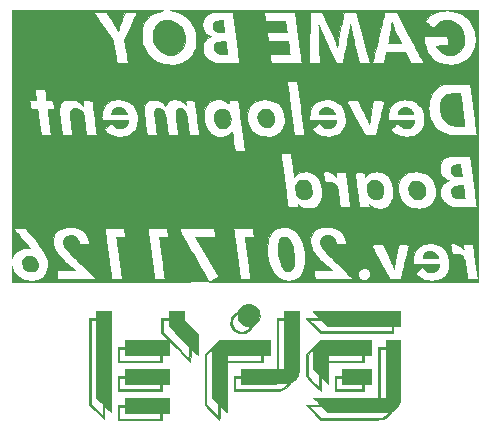
<source format=gbo>
%TF.GenerationSoftware,KiCad,Pcbnew,4.0.6*%
%TF.CreationDate,2017-11-25T15:44:53+09:00*%
%TF.ProjectId,gb_rom_board,67625F726F6D5F626F6172642E6B6963,rev?*%
%TF.FileFunction,Legend,Bot*%
%FSLAX46Y46*%
G04 Gerber Fmt 4.6, Leading zero omitted, Abs format (unit mm)*
G04 Created by KiCad (PCBNEW 4.0.6) date 11/25/17 15:44:53*
%MOMM*%
%LPD*%
G01*
G04 APERTURE LIST*
%ADD10C,0.100000*%
%ADD11C,0.010000*%
G04 APERTURE END LIST*
D10*
D11*
G36*
X150331714Y-108240286D02*
X149714857Y-108240286D01*
X149714857Y-112522000D01*
X144182888Y-112522000D01*
X144489714Y-112830428D01*
X144796541Y-113138857D01*
X143565229Y-113138857D01*
X144181286Y-113755714D01*
X144797342Y-114372571D01*
X147392171Y-114370681D01*
X147889207Y-114370260D01*
X148319000Y-114369679D01*
X148686880Y-114368794D01*
X148998174Y-114367461D01*
X149258213Y-114365537D01*
X149472325Y-114362879D01*
X149645839Y-114359342D01*
X149784084Y-114354783D01*
X149892388Y-114349059D01*
X149976081Y-114342026D01*
X150040491Y-114333541D01*
X150090948Y-114323459D01*
X150132779Y-114311639D01*
X150171315Y-114297935D01*
X150177247Y-114295668D01*
X150317420Y-114224148D01*
X150468603Y-114119059D01*
X150611968Y-113996564D01*
X150728687Y-113872827D01*
X150799933Y-113764010D01*
X150801884Y-113759442D01*
X150817682Y-113737571D01*
X150653609Y-113737571D01*
X150570846Y-113846429D01*
X150466345Y-113950016D01*
X150317760Y-114056140D01*
X150151193Y-114148885D01*
X149992747Y-114212337D01*
X149953967Y-114222558D01*
X149892926Y-114228299D01*
X149765713Y-114233841D01*
X149578727Y-114239095D01*
X149338368Y-114243966D01*
X149051034Y-114248365D01*
X148723125Y-114252198D01*
X148361040Y-114255375D01*
X147971179Y-114257803D01*
X147559940Y-114259390D01*
X147355800Y-114259828D01*
X144906028Y-114263714D01*
X143891972Y-113247714D01*
X144908946Y-113247714D01*
X145413976Y-113756644D01*
X148033793Y-113747108D01*
X150653609Y-113737571D01*
X150817682Y-113737571D01*
X150869293Y-113666120D01*
X150952299Y-113609027D01*
X151064398Y-113537777D01*
X151190423Y-113419294D01*
X151314378Y-113272457D01*
X151420263Y-113116149D01*
X151490295Y-112974089D01*
X151504726Y-112933807D01*
X151517180Y-112892059D01*
X151527804Y-112843473D01*
X151536743Y-112782676D01*
X151544141Y-112704297D01*
X151550145Y-112602962D01*
X151554900Y-112473300D01*
X151558552Y-112309938D01*
X151561245Y-112107504D01*
X151563125Y-111860626D01*
X151564338Y-111563931D01*
X151565029Y-111212047D01*
X151565343Y-110799602D01*
X151565427Y-110321223D01*
X151565428Y-110198353D01*
X151565428Y-108349143D01*
X150331714Y-108349143D01*
X150331714Y-112522000D01*
X149823714Y-112522000D01*
X149823714Y-108349143D01*
X150331714Y-108349143D01*
X151565428Y-108349143D01*
X151565428Y-107623428D01*
X150331714Y-107623428D01*
X150331714Y-108240286D01*
X150331714Y-108240286D01*
G37*
X150331714Y-108240286D02*
X149714857Y-108240286D01*
X149714857Y-112522000D01*
X144182888Y-112522000D01*
X144489714Y-112830428D01*
X144796541Y-113138857D01*
X143565229Y-113138857D01*
X144181286Y-113755714D01*
X144797342Y-114372571D01*
X147392171Y-114370681D01*
X147889207Y-114370260D01*
X148319000Y-114369679D01*
X148686880Y-114368794D01*
X148998174Y-114367461D01*
X149258213Y-114365537D01*
X149472325Y-114362879D01*
X149645839Y-114359342D01*
X149784084Y-114354783D01*
X149892388Y-114349059D01*
X149976081Y-114342026D01*
X150040491Y-114333541D01*
X150090948Y-114323459D01*
X150132779Y-114311639D01*
X150171315Y-114297935D01*
X150177247Y-114295668D01*
X150317420Y-114224148D01*
X150468603Y-114119059D01*
X150611968Y-113996564D01*
X150728687Y-113872827D01*
X150799933Y-113764010D01*
X150801884Y-113759442D01*
X150817682Y-113737571D01*
X150653609Y-113737571D01*
X150570846Y-113846429D01*
X150466345Y-113950016D01*
X150317760Y-114056140D01*
X150151193Y-114148885D01*
X149992747Y-114212337D01*
X149953967Y-114222558D01*
X149892926Y-114228299D01*
X149765713Y-114233841D01*
X149578727Y-114239095D01*
X149338368Y-114243966D01*
X149051034Y-114248365D01*
X148723125Y-114252198D01*
X148361040Y-114255375D01*
X147971179Y-114257803D01*
X147559940Y-114259390D01*
X147355800Y-114259828D01*
X144906028Y-114263714D01*
X143891972Y-113247714D01*
X144908946Y-113247714D01*
X145413976Y-113756644D01*
X148033793Y-113747108D01*
X150653609Y-113737571D01*
X150817682Y-113737571D01*
X150869293Y-113666120D01*
X150952299Y-113609027D01*
X151064398Y-113537777D01*
X151190423Y-113419294D01*
X151314378Y-113272457D01*
X151420263Y-113116149D01*
X151490295Y-112974089D01*
X151504726Y-112933807D01*
X151517180Y-112892059D01*
X151527804Y-112843473D01*
X151536743Y-112782676D01*
X151544141Y-112704297D01*
X151550145Y-112602962D01*
X151554900Y-112473300D01*
X151558552Y-112309938D01*
X151561245Y-112107504D01*
X151563125Y-111860626D01*
X151564338Y-111563931D01*
X151565029Y-111212047D01*
X151565343Y-110799602D01*
X151565427Y-110321223D01*
X151565428Y-110198353D01*
X151565428Y-108349143D01*
X150331714Y-108349143D01*
X150331714Y-112522000D01*
X149823714Y-112522000D01*
X149823714Y-108349143D01*
X150331714Y-108349143D01*
X151565428Y-108349143D01*
X151565428Y-107623428D01*
X150331714Y-107623428D01*
X150331714Y-108240286D01*
G36*
X135626528Y-108231603D02*
X135019143Y-108839778D01*
X135019143Y-113157801D01*
X135627318Y-113765186D01*
X135799373Y-113935933D01*
X135954808Y-114088123D01*
X136086196Y-114214650D01*
X136186107Y-114308408D01*
X136247113Y-114362293D01*
X136262318Y-114372571D01*
X136271315Y-114338297D01*
X136279029Y-114243514D01*
X136284909Y-114100282D01*
X136288406Y-113920658D01*
X136289143Y-113783780D01*
X136289143Y-113194988D01*
X136571160Y-113475351D01*
X136687501Y-113588753D01*
X136785594Y-113680156D01*
X136853877Y-113739050D01*
X136879588Y-113755714D01*
X136884359Y-113720483D01*
X136888852Y-113619005D01*
X136892991Y-113457604D01*
X136896696Y-113242606D01*
X136899088Y-113046196D01*
X136144000Y-113046196D01*
X136144000Y-114063135D01*
X135164286Y-113085437D01*
X135164286Y-108909475D01*
X135400143Y-108675714D01*
X135636000Y-108441954D01*
X135636000Y-112542089D01*
X135890000Y-112794143D01*
X136144000Y-113046196D01*
X136899088Y-113046196D01*
X136899891Y-112980335D01*
X136902496Y-112677115D01*
X136904434Y-112339271D01*
X136905627Y-111973127D01*
X136906000Y-111614857D01*
X136906000Y-109474000D01*
X139954000Y-109474000D01*
X139954000Y-108857143D01*
X139808857Y-108857143D01*
X139808857Y-109365143D01*
X136906000Y-109365143D01*
X136906000Y-108857143D01*
X139808857Y-108857143D01*
X139954000Y-108857143D01*
X140570857Y-108857143D01*
X140570857Y-107623428D01*
X136233914Y-107623428D01*
X135626528Y-108231603D01*
X135626528Y-108231603D01*
G37*
X135626528Y-108231603D02*
X135019143Y-108839778D01*
X135019143Y-113157801D01*
X135627318Y-113765186D01*
X135799373Y-113935933D01*
X135954808Y-114088123D01*
X136086196Y-114214650D01*
X136186107Y-114308408D01*
X136247113Y-114362293D01*
X136262318Y-114372571D01*
X136271315Y-114338297D01*
X136279029Y-114243514D01*
X136284909Y-114100282D01*
X136288406Y-113920658D01*
X136289143Y-113783780D01*
X136289143Y-113194988D01*
X136571160Y-113475351D01*
X136687501Y-113588753D01*
X136785594Y-113680156D01*
X136853877Y-113739050D01*
X136879588Y-113755714D01*
X136884359Y-113720483D01*
X136888852Y-113619005D01*
X136892991Y-113457604D01*
X136896696Y-113242606D01*
X136899088Y-113046196D01*
X136144000Y-113046196D01*
X136144000Y-114063135D01*
X135164286Y-113085437D01*
X135164286Y-108909475D01*
X135400143Y-108675714D01*
X135636000Y-108441954D01*
X135636000Y-112542089D01*
X135890000Y-112794143D01*
X136144000Y-113046196D01*
X136899088Y-113046196D01*
X136899891Y-112980335D01*
X136902496Y-112677115D01*
X136904434Y-112339271D01*
X136905627Y-111973127D01*
X136906000Y-111614857D01*
X136906000Y-109474000D01*
X139954000Y-109474000D01*
X139954000Y-108857143D01*
X139808857Y-108857143D01*
X139808857Y-109365143D01*
X136906000Y-109365143D01*
X136906000Y-108857143D01*
X139808857Y-108857143D01*
X139954000Y-108857143D01*
X140570857Y-108857143D01*
X140570857Y-107623428D01*
X136233914Y-107623428D01*
X135626528Y-108231603D01*
G36*
X128306286Y-113138857D02*
X127689429Y-113138857D01*
X127689429Y-114372571D01*
X131390571Y-114372571D01*
X131390571Y-113792000D01*
X131245428Y-113792000D01*
X131245428Y-114300000D01*
X127798286Y-114300000D01*
X127798286Y-113284000D01*
X128306286Y-113284000D01*
X128306286Y-113792000D01*
X131245428Y-113792000D01*
X131390571Y-113792000D01*
X132007428Y-113792000D01*
X132007428Y-112522000D01*
X128306286Y-112522000D01*
X128306286Y-113138857D01*
X128306286Y-113138857D01*
G37*
X128306286Y-113138857D02*
X127689429Y-113138857D01*
X127689429Y-114372571D01*
X131390571Y-114372571D01*
X131390571Y-113792000D01*
X131245428Y-113792000D01*
X131245428Y-114300000D01*
X127798286Y-114300000D01*
X127798286Y-113284000D01*
X128306286Y-113284000D01*
X128306286Y-113792000D01*
X131245428Y-113792000D01*
X131390571Y-113792000D01*
X132007428Y-113792000D01*
X132007428Y-112522000D01*
X128306286Y-112522000D01*
X128306286Y-113138857D01*
G36*
X125838857Y-105772857D02*
X125258286Y-105772857D01*
X125258286Y-113121515D01*
X125875143Y-113737571D01*
X126492000Y-114353628D01*
X126492000Y-113158702D01*
X126774017Y-113439065D01*
X126890358Y-113552467D01*
X126988451Y-113643870D01*
X127056734Y-113702764D01*
X127082446Y-113719429D01*
X127085844Y-113683888D01*
X127089115Y-113580249D01*
X127092232Y-113412982D01*
X127095167Y-113186560D01*
X127096525Y-113046327D01*
X126383143Y-113046327D01*
X126383143Y-114063171D01*
X125367143Y-113049115D01*
X125367143Y-105918000D01*
X125838857Y-105918000D01*
X125838857Y-112505673D01*
X126383143Y-113046327D01*
X127096525Y-113046327D01*
X127097891Y-112905456D01*
X127100379Y-112574140D01*
X127102601Y-112197086D01*
X127104531Y-111778765D01*
X127106140Y-111323650D01*
X127107402Y-110836213D01*
X127108288Y-110320925D01*
X127108772Y-109782259D01*
X127108857Y-109437714D01*
X127108857Y-105156000D01*
X125838857Y-105156000D01*
X125838857Y-105772857D01*
X125838857Y-105772857D01*
G37*
X125838857Y-105772857D02*
X125258286Y-105772857D01*
X125258286Y-113121515D01*
X125875143Y-113737571D01*
X126492000Y-114353628D01*
X126492000Y-113158702D01*
X126774017Y-113439065D01*
X126890358Y-113552467D01*
X126988451Y-113643870D01*
X127056734Y-113702764D01*
X127082446Y-113719429D01*
X127085844Y-113683888D01*
X127089115Y-113580249D01*
X127092232Y-113412982D01*
X127095167Y-113186560D01*
X127096525Y-113046327D01*
X126383143Y-113046327D01*
X126383143Y-114063171D01*
X125367143Y-113049115D01*
X125367143Y-105918000D01*
X125838857Y-105918000D01*
X125838857Y-112505673D01*
X126383143Y-113046327D01*
X127096525Y-113046327D01*
X127097891Y-112905456D01*
X127100379Y-112574140D01*
X127102601Y-112197086D01*
X127104531Y-111778765D01*
X127106140Y-111323650D01*
X127107402Y-110836213D01*
X127108288Y-110320925D01*
X127108772Y-109782259D01*
X127108857Y-109437714D01*
X127108857Y-105156000D01*
X125838857Y-105156000D01*
X125838857Y-105772857D01*
G36*
X146630571Y-110671428D02*
X146050000Y-110671428D01*
X146050000Y-111941428D01*
X148517429Y-111941428D01*
X148517429Y-111324571D01*
X148372286Y-111324571D01*
X148372286Y-111796286D01*
X146158857Y-111796286D01*
X146158857Y-110816571D01*
X146630571Y-110816571D01*
X146630571Y-111324571D01*
X148372286Y-111324571D01*
X148517429Y-111324571D01*
X149134286Y-111324571D01*
X149134286Y-110054571D01*
X146630571Y-110054571D01*
X146630571Y-110671428D01*
X146630571Y-110671428D01*
G37*
X146630571Y-110671428D02*
X146050000Y-110671428D01*
X146050000Y-111941428D01*
X148517429Y-111941428D01*
X148517429Y-111324571D01*
X148372286Y-111324571D01*
X148372286Y-111796286D01*
X146158857Y-111796286D01*
X146158857Y-110816571D01*
X146630571Y-110816571D01*
X146630571Y-111324571D01*
X148372286Y-111324571D01*
X148517429Y-111324571D01*
X149134286Y-111324571D01*
X149134286Y-110054571D01*
X146630571Y-110054571D01*
X146630571Y-110671428D01*
G36*
X144189957Y-108231603D02*
X143582571Y-108839778D01*
X143582571Y-110690349D01*
X144217571Y-111324571D01*
X144852571Y-111958794D01*
X144852571Y-110763845D01*
X145134588Y-111044208D01*
X145250930Y-111157610D01*
X145349023Y-111249013D01*
X145417306Y-111307907D01*
X145443017Y-111324571D01*
X145450168Y-111289890D01*
X145456585Y-111192258D01*
X145461992Y-111041296D01*
X145466115Y-110846624D01*
X145468679Y-110617862D01*
X145468688Y-110615054D01*
X144707429Y-110615054D01*
X144707429Y-111631992D01*
X144217571Y-111143143D01*
X143727714Y-110654294D01*
X143727714Y-108909475D01*
X143963571Y-108675714D01*
X144199429Y-108441954D01*
X144199429Y-110110946D01*
X144707429Y-110615054D01*
X145468688Y-110615054D01*
X145469429Y-110399286D01*
X145469429Y-109474000D01*
X148517429Y-109474000D01*
X148517429Y-108857143D01*
X148372286Y-108857143D01*
X148372286Y-109365143D01*
X145469429Y-109365143D01*
X145469429Y-108857143D01*
X148372286Y-108857143D01*
X148517429Y-108857143D01*
X149134286Y-108857143D01*
X149134286Y-107623428D01*
X144797342Y-107623428D01*
X144189957Y-108231603D01*
X144189957Y-108231603D01*
G37*
X144189957Y-108231603D02*
X143582571Y-108839778D01*
X143582571Y-110690349D01*
X144217571Y-111324571D01*
X144852571Y-111958794D01*
X144852571Y-110763845D01*
X145134588Y-111044208D01*
X145250930Y-111157610D01*
X145349023Y-111249013D01*
X145417306Y-111307907D01*
X145443017Y-111324571D01*
X145450168Y-111289890D01*
X145456585Y-111192258D01*
X145461992Y-111041296D01*
X145466115Y-110846624D01*
X145468679Y-110617862D01*
X145468688Y-110615054D01*
X144707429Y-110615054D01*
X144707429Y-111631992D01*
X144217571Y-111143143D01*
X143727714Y-110654294D01*
X143727714Y-108909475D01*
X143963571Y-108675714D01*
X144199429Y-108441954D01*
X144199429Y-110110946D01*
X144707429Y-110615054D01*
X145468688Y-110615054D01*
X145469429Y-110399286D01*
X145469429Y-109474000D01*
X148517429Y-109474000D01*
X148517429Y-108857143D01*
X148372286Y-108857143D01*
X148372286Y-109365143D01*
X145469429Y-109365143D01*
X145469429Y-108857143D01*
X148372286Y-108857143D01*
X148517429Y-108857143D01*
X149134286Y-108857143D01*
X149134286Y-107623428D01*
X144797342Y-107623428D01*
X144189957Y-108231603D01*
G36*
X141768286Y-105772857D02*
X141151428Y-105772857D01*
X141151428Y-110054571D01*
X138067143Y-110054571D01*
X138067143Y-110671428D01*
X137486571Y-110671428D01*
X137486571Y-111941428D01*
X139400643Y-111938979D01*
X139869677Y-111937840D01*
X140270250Y-111935651D01*
X140606464Y-111932318D01*
X140882422Y-111927750D01*
X141102228Y-111921853D01*
X141269985Y-111914534D01*
X141389796Y-111905700D01*
X141465764Y-111895258D01*
X141480564Y-111891813D01*
X141747769Y-111784234D01*
X141985347Y-111618470D01*
X142131823Y-111464527D01*
X142206483Y-111366077D01*
X142247197Y-111306428D01*
X142101708Y-111306428D01*
X141901137Y-111493096D01*
X141833967Y-111555779D01*
X141773711Y-111608977D01*
X141714057Y-111653476D01*
X141648696Y-111690062D01*
X141571318Y-111719522D01*
X141475611Y-111742643D01*
X141355267Y-111760210D01*
X141203973Y-111773011D01*
X141015421Y-111781832D01*
X140783300Y-111787458D01*
X140501299Y-111790677D01*
X140163109Y-111792276D01*
X139762419Y-111793039D01*
X139491357Y-111793421D01*
X137595429Y-111796286D01*
X137595429Y-110816571D01*
X138067143Y-110816571D01*
X138067143Y-111326917D01*
X140084425Y-111316673D01*
X142101708Y-111306428D01*
X142247197Y-111306428D01*
X142258668Y-111289623D01*
X142276286Y-111254165D01*
X142304653Y-111221658D01*
X142378075Y-111165995D01*
X142455090Y-111115411D01*
X142582647Y-111018458D01*
X142708493Y-110895228D01*
X142763325Y-110828773D01*
X142807468Y-110769002D01*
X142845806Y-110714089D01*
X142878748Y-110658715D01*
X142906702Y-110597563D01*
X142930078Y-110525316D01*
X142949285Y-110436656D01*
X142964731Y-110326266D01*
X142976826Y-110188828D01*
X142985979Y-110019025D01*
X142992599Y-109811540D01*
X142997094Y-109561054D01*
X142999874Y-109262251D01*
X143001347Y-108909813D01*
X143001924Y-108498423D01*
X143002012Y-108022762D01*
X143002000Y-107725700D01*
X143002000Y-105918000D01*
X141768286Y-105918000D01*
X141768286Y-110054571D01*
X141260286Y-110054571D01*
X141260286Y-105918000D01*
X141768286Y-105918000D01*
X143002000Y-105918000D01*
X143002000Y-105156000D01*
X141768286Y-105156000D01*
X141768286Y-105772857D01*
X141768286Y-105772857D01*
G37*
X141768286Y-105772857D02*
X141151428Y-105772857D01*
X141151428Y-110054571D01*
X138067143Y-110054571D01*
X138067143Y-110671428D01*
X137486571Y-110671428D01*
X137486571Y-111941428D01*
X139400643Y-111938979D01*
X139869677Y-111937840D01*
X140270250Y-111935651D01*
X140606464Y-111932318D01*
X140882422Y-111927750D01*
X141102228Y-111921853D01*
X141269985Y-111914534D01*
X141389796Y-111905700D01*
X141465764Y-111895258D01*
X141480564Y-111891813D01*
X141747769Y-111784234D01*
X141985347Y-111618470D01*
X142131823Y-111464527D01*
X142206483Y-111366077D01*
X142247197Y-111306428D01*
X142101708Y-111306428D01*
X141901137Y-111493096D01*
X141833967Y-111555779D01*
X141773711Y-111608977D01*
X141714057Y-111653476D01*
X141648696Y-111690062D01*
X141571318Y-111719522D01*
X141475611Y-111742643D01*
X141355267Y-111760210D01*
X141203973Y-111773011D01*
X141015421Y-111781832D01*
X140783300Y-111787458D01*
X140501299Y-111790677D01*
X140163109Y-111792276D01*
X139762419Y-111793039D01*
X139491357Y-111793421D01*
X137595429Y-111796286D01*
X137595429Y-110816571D01*
X138067143Y-110816571D01*
X138067143Y-111326917D01*
X140084425Y-111316673D01*
X142101708Y-111306428D01*
X142247197Y-111306428D01*
X142258668Y-111289623D01*
X142276286Y-111254165D01*
X142304653Y-111221658D01*
X142378075Y-111165995D01*
X142455090Y-111115411D01*
X142582647Y-111018458D01*
X142708493Y-110895228D01*
X142763325Y-110828773D01*
X142807468Y-110769002D01*
X142845806Y-110714089D01*
X142878748Y-110658715D01*
X142906702Y-110597563D01*
X142930078Y-110525316D01*
X142949285Y-110436656D01*
X142964731Y-110326266D01*
X142976826Y-110188828D01*
X142985979Y-110019025D01*
X142992599Y-109811540D01*
X142997094Y-109561054D01*
X142999874Y-109262251D01*
X143001347Y-108909813D01*
X143001924Y-108498423D01*
X143002012Y-108022762D01*
X143002000Y-107725700D01*
X143002000Y-105918000D01*
X141768286Y-105918000D01*
X141768286Y-110054571D01*
X141260286Y-110054571D01*
X141260286Y-105918000D01*
X141768286Y-105918000D01*
X143002000Y-105918000D01*
X143002000Y-105156000D01*
X141768286Y-105156000D01*
X141768286Y-105772857D01*
G36*
X128306286Y-110671428D02*
X127689429Y-110671428D01*
X127689429Y-111941428D01*
X131390571Y-111941428D01*
X131390571Y-111324571D01*
X131245428Y-111324571D01*
X131245428Y-111796286D01*
X127798286Y-111796286D01*
X127798286Y-110816571D01*
X128306286Y-110816571D01*
X128306286Y-111324571D01*
X131245428Y-111324571D01*
X131390571Y-111324571D01*
X132007428Y-111324571D01*
X132007428Y-110054571D01*
X128306286Y-110054571D01*
X128306286Y-110671428D01*
X128306286Y-110671428D01*
G37*
X128306286Y-110671428D02*
X127689429Y-110671428D01*
X127689429Y-111941428D01*
X131390571Y-111941428D01*
X131390571Y-111324571D01*
X131245428Y-111324571D01*
X131245428Y-111796286D01*
X127798286Y-111796286D01*
X127798286Y-110816571D01*
X128306286Y-110816571D01*
X128306286Y-111324571D01*
X131245428Y-111324571D01*
X131390571Y-111324571D01*
X132007428Y-111324571D01*
X132007428Y-110054571D01*
X128306286Y-110054571D01*
X128306286Y-110671428D01*
G36*
X131971143Y-105772857D02*
X131354286Y-105772857D01*
X131354286Y-107059394D01*
X131915012Y-107623428D01*
X128306286Y-107623428D01*
X128306286Y-108240286D01*
X127689429Y-108240286D01*
X127689429Y-109474000D01*
X131390571Y-109474000D01*
X131390571Y-108857143D01*
X131245428Y-108857143D01*
X131245428Y-109365143D01*
X127798286Y-109365143D01*
X127798286Y-108349143D01*
X128306286Y-108349143D01*
X128306286Y-108857143D01*
X131245428Y-108857143D01*
X131390571Y-108857143D01*
X132007428Y-108857143D01*
X132007428Y-107714698D01*
X132887629Y-108594349D01*
X133095490Y-108801322D01*
X133287403Y-108990963D01*
X133457291Y-109157377D01*
X133599075Y-109294670D01*
X133706676Y-109396948D01*
X133774018Y-109458318D01*
X133794772Y-109474000D01*
X133803809Y-109439726D01*
X133811556Y-109344942D01*
X133817461Y-109201708D01*
X133820974Y-109022081D01*
X133821714Y-108885158D01*
X133821714Y-108296316D01*
X134130143Y-108603143D01*
X134438571Y-108909969D01*
X134438571Y-108185290D01*
X133712857Y-108185290D01*
X133712857Y-109201418D01*
X131463143Y-106952582D01*
X131463143Y-105918000D01*
X131971143Y-105918000D01*
X131971143Y-106444710D01*
X133712857Y-108185290D01*
X134438571Y-108185290D01*
X134438571Y-107096461D01*
X133839857Y-106498571D01*
X133241143Y-105900682D01*
X133241143Y-105156000D01*
X131971143Y-105156000D01*
X131971143Y-105772857D01*
X131971143Y-105772857D01*
G37*
X131971143Y-105772857D02*
X131354286Y-105772857D01*
X131354286Y-107059394D01*
X131915012Y-107623428D01*
X128306286Y-107623428D01*
X128306286Y-108240286D01*
X127689429Y-108240286D01*
X127689429Y-109474000D01*
X131390571Y-109474000D01*
X131390571Y-108857143D01*
X131245428Y-108857143D01*
X131245428Y-109365143D01*
X127798286Y-109365143D01*
X127798286Y-108349143D01*
X128306286Y-108349143D01*
X128306286Y-108857143D01*
X131245428Y-108857143D01*
X131390571Y-108857143D01*
X132007428Y-108857143D01*
X132007428Y-107714698D01*
X132887629Y-108594349D01*
X133095490Y-108801322D01*
X133287403Y-108990963D01*
X133457291Y-109157377D01*
X133599075Y-109294670D01*
X133706676Y-109396948D01*
X133774018Y-109458318D01*
X133794772Y-109474000D01*
X133803809Y-109439726D01*
X133811556Y-109344942D01*
X133817461Y-109201708D01*
X133820974Y-109022081D01*
X133821714Y-108885158D01*
X133821714Y-108296316D01*
X134130143Y-108603143D01*
X134438571Y-108909969D01*
X134438571Y-108185290D01*
X133712857Y-108185290D01*
X133712857Y-109201418D01*
X131463143Y-106952582D01*
X131463143Y-105918000D01*
X131971143Y-105918000D01*
X131971143Y-106444710D01*
X133712857Y-108185290D01*
X134438571Y-108185290D01*
X134438571Y-107096461D01*
X133839857Y-106498571D01*
X133241143Y-105900682D01*
X133241143Y-105156000D01*
X131971143Y-105156000D01*
X131971143Y-105772857D01*
G36*
X138592857Y-104599434D02*
X138373032Y-104660729D01*
X138171809Y-104775264D01*
X138000819Y-104943339D01*
X137935189Y-105039265D01*
X137811019Y-105204038D01*
X137664322Y-105313143D01*
X137662815Y-105313941D01*
X137542937Y-105395999D01*
X137426103Y-105505006D01*
X137387773Y-105550361D01*
X137267877Y-105761200D01*
X137206394Y-105992629D01*
X137201423Y-106230643D01*
X137251066Y-106461235D01*
X137353424Y-106670401D01*
X137506599Y-106844134D01*
X137569764Y-106892539D01*
X137803984Y-107016946D01*
X138046002Y-107070744D01*
X138302711Y-107054939D01*
X138443060Y-107019926D01*
X138571552Y-106960205D01*
X138709293Y-106864450D01*
X138837770Y-106749324D01*
X138938474Y-106631489D01*
X138992895Y-106527608D01*
X138993803Y-106524158D01*
X139022936Y-106480428D01*
X138866661Y-106480428D01*
X138776687Y-106612578D01*
X138637856Y-106756173D01*
X138454308Y-106860055D01*
X138245234Y-106918903D01*
X138029823Y-106927393D01*
X137827266Y-106880203D01*
X137821049Y-106877646D01*
X137628181Y-106761157D01*
X137478465Y-106598652D01*
X137377199Y-106404056D01*
X137329685Y-106191293D01*
X137341222Y-105974288D01*
X137406116Y-105787564D01*
X137469662Y-105688571D01*
X137556077Y-105584419D01*
X137648616Y-105492104D01*
X137730536Y-105428621D01*
X137778120Y-105410000D01*
X137798606Y-105442542D01*
X137811398Y-105525330D01*
X137813497Y-105582357D01*
X137848827Y-105811713D01*
X137948141Y-106026994D01*
X138102856Y-106214986D01*
X138304390Y-106362476D01*
X138328601Y-106375428D01*
X138425369Y-106410665D01*
X138558965Y-106441705D01*
X138651439Y-106455754D01*
X138866661Y-106480428D01*
X139022936Y-106480428D01*
X139052584Y-106435926D01*
X139161520Y-106368953D01*
X139309358Y-106274194D01*
X139450896Y-106135884D01*
X139564305Y-105978561D01*
X139621042Y-105852437D01*
X139664385Y-105598932D01*
X139649101Y-105342950D01*
X139576928Y-105107967D01*
X139563929Y-105081113D01*
X139425558Y-104880686D01*
X139247634Y-104732006D01*
X139041789Y-104635372D01*
X138819653Y-104591081D01*
X138592857Y-104599434D01*
X138592857Y-104599434D01*
G37*
X138592857Y-104599434D02*
X138373032Y-104660729D01*
X138171809Y-104775264D01*
X138000819Y-104943339D01*
X137935189Y-105039265D01*
X137811019Y-105204038D01*
X137664322Y-105313143D01*
X137662815Y-105313941D01*
X137542937Y-105395999D01*
X137426103Y-105505006D01*
X137387773Y-105550361D01*
X137267877Y-105761200D01*
X137206394Y-105992629D01*
X137201423Y-106230643D01*
X137251066Y-106461235D01*
X137353424Y-106670401D01*
X137506599Y-106844134D01*
X137569764Y-106892539D01*
X137803984Y-107016946D01*
X138046002Y-107070744D01*
X138302711Y-107054939D01*
X138443060Y-107019926D01*
X138571552Y-106960205D01*
X138709293Y-106864450D01*
X138837770Y-106749324D01*
X138938474Y-106631489D01*
X138992895Y-106527608D01*
X138993803Y-106524158D01*
X139022936Y-106480428D01*
X138866661Y-106480428D01*
X138776687Y-106612578D01*
X138637856Y-106756173D01*
X138454308Y-106860055D01*
X138245234Y-106918903D01*
X138029823Y-106927393D01*
X137827266Y-106880203D01*
X137821049Y-106877646D01*
X137628181Y-106761157D01*
X137478465Y-106598652D01*
X137377199Y-106404056D01*
X137329685Y-106191293D01*
X137341222Y-105974288D01*
X137406116Y-105787564D01*
X137469662Y-105688571D01*
X137556077Y-105584419D01*
X137648616Y-105492104D01*
X137730536Y-105428621D01*
X137778120Y-105410000D01*
X137798606Y-105442542D01*
X137811398Y-105525330D01*
X137813497Y-105582357D01*
X137848827Y-105811713D01*
X137948141Y-106026994D01*
X138102856Y-106214986D01*
X138304390Y-106362476D01*
X138328601Y-106375428D01*
X138425369Y-106410665D01*
X138558965Y-106441705D01*
X138651439Y-106455754D01*
X138866661Y-106480428D01*
X139022936Y-106480428D01*
X139052584Y-106435926D01*
X139161520Y-106368953D01*
X139309358Y-106274194D01*
X139450896Y-106135884D01*
X139564305Y-105978561D01*
X139621042Y-105852437D01*
X139664385Y-105598932D01*
X139649101Y-105342950D01*
X139576928Y-105107967D01*
X139563929Y-105081113D01*
X139425558Y-104880686D01*
X139247634Y-104732006D01*
X139041789Y-104635372D01*
X138819653Y-104591081D01*
X138592857Y-104599434D01*
G36*
X147372154Y-105156254D02*
X146882829Y-105156995D01*
X146419275Y-105158186D01*
X145986313Y-105159794D01*
X145588766Y-105161785D01*
X145231456Y-105164123D01*
X144919204Y-105166774D01*
X144656833Y-105169703D01*
X144449164Y-105172876D01*
X144301019Y-105176258D01*
X144217221Y-105179815D01*
X144199429Y-105182411D01*
X144223528Y-105217336D01*
X144288822Y-105291625D01*
X144384799Y-105393717D01*
X144479792Y-105490840D01*
X144760155Y-105772857D01*
X144171363Y-105772857D01*
X143973871Y-105774465D01*
X143804564Y-105778910D01*
X143675501Y-105785628D01*
X143598740Y-105794052D01*
X143582571Y-105800472D01*
X143607190Y-105832822D01*
X143676301Y-105908762D01*
X143782788Y-106020864D01*
X143919536Y-106161697D01*
X144079428Y-106323831D01*
X144190746Y-106435472D01*
X144798921Y-107042857D01*
X150948571Y-107042857D01*
X150948571Y-106426000D01*
X150839714Y-106426000D01*
X150839714Y-106897714D01*
X144833420Y-106897714D01*
X143855722Y-105918000D01*
X144908946Y-105918000D01*
X145413054Y-106426000D01*
X150839714Y-106426000D01*
X150948571Y-106426000D01*
X151565428Y-106426000D01*
X151565428Y-105156000D01*
X147882429Y-105156000D01*
X147372154Y-105156254D01*
X147372154Y-105156254D01*
G37*
X147372154Y-105156254D02*
X146882829Y-105156995D01*
X146419275Y-105158186D01*
X145986313Y-105159794D01*
X145588766Y-105161785D01*
X145231456Y-105164123D01*
X144919204Y-105166774D01*
X144656833Y-105169703D01*
X144449164Y-105172876D01*
X144301019Y-105176258D01*
X144217221Y-105179815D01*
X144199429Y-105182411D01*
X144223528Y-105217336D01*
X144288822Y-105291625D01*
X144384799Y-105393717D01*
X144479792Y-105490840D01*
X144760155Y-105772857D01*
X144171363Y-105772857D01*
X143973871Y-105774465D01*
X143804564Y-105778910D01*
X143675501Y-105785628D01*
X143598740Y-105794052D01*
X143582571Y-105800472D01*
X143607190Y-105832822D01*
X143676301Y-105908762D01*
X143782788Y-106020864D01*
X143919536Y-106161697D01*
X144079428Y-106323831D01*
X144190746Y-106435472D01*
X144798921Y-107042857D01*
X150948571Y-107042857D01*
X150948571Y-106426000D01*
X150839714Y-106426000D01*
X150839714Y-106897714D01*
X144833420Y-106897714D01*
X143855722Y-105918000D01*
X144908946Y-105918000D01*
X145413054Y-106426000D01*
X150839714Y-106426000D01*
X150948571Y-106426000D01*
X151565428Y-106426000D01*
X151565428Y-105156000D01*
X147882429Y-105156000D01*
X147372154Y-105156254D01*
G36*
X118683590Y-90273187D02*
X118683806Y-91252849D01*
X118684059Y-92170919D01*
X118684359Y-93029308D01*
X118684715Y-93829925D01*
X118685135Y-94574678D01*
X118685629Y-95265477D01*
X118686206Y-95904230D01*
X118686874Y-96492848D01*
X118687642Y-97033239D01*
X118688520Y-97527312D01*
X118689516Y-97976977D01*
X118690640Y-98384143D01*
X118691899Y-98750718D01*
X118693304Y-99078612D01*
X118694863Y-99369734D01*
X118696586Y-99625994D01*
X118698480Y-99849300D01*
X118700556Y-100041561D01*
X118702821Y-100204687D01*
X118705285Y-100340587D01*
X118707957Y-100451170D01*
X118710847Y-100538345D01*
X118713961Y-100604021D01*
X118717311Y-100650108D01*
X118720904Y-100678514D01*
X118724750Y-100691149D01*
X118728858Y-100689922D01*
X118732399Y-100680019D01*
X118819502Y-100446942D01*
X118950919Y-100246099D01*
X119094971Y-100097257D01*
X119265157Y-99967200D01*
X119445685Y-99879427D01*
X119651947Y-99828602D01*
X119899336Y-99809391D01*
X119926684Y-99809006D01*
X120235242Y-99806125D01*
X120081860Y-99647375D01*
X120029038Y-99589600D01*
X119942636Y-99491527D01*
X119829813Y-99361563D01*
X119697731Y-99208118D01*
X119553549Y-99039599D01*
X119404429Y-98864415D01*
X119257531Y-98690975D01*
X119120015Y-98527687D01*
X118999042Y-98382959D01*
X118901773Y-98265200D01*
X118844300Y-98194129D01*
X118831692Y-98173592D01*
X118837171Y-98158925D01*
X118869000Y-98149146D01*
X118935442Y-98143275D01*
X119044759Y-98140329D01*
X119205214Y-98139328D01*
X119306292Y-98139250D01*
X119811859Y-98139250D01*
X120378431Y-98819398D01*
X120614246Y-99104392D01*
X120812611Y-99348820D01*
X120978424Y-99559437D01*
X121116584Y-99742992D01*
X121231987Y-99906240D01*
X121329533Y-100055931D01*
X121414119Y-100198817D01*
X121490645Y-100341651D01*
X121508831Y-100377625D01*
X121641205Y-100680657D01*
X121721929Y-100961018D01*
X121753482Y-101229243D01*
X121749079Y-101398625D01*
X121698551Y-101694124D01*
X121597245Y-101951759D01*
X121444658Y-102172455D01*
X121240287Y-102357139D01*
X121220792Y-102371010D01*
X121064307Y-102467281D01*
X120906122Y-102533881D01*
X120730174Y-102574904D01*
X120520399Y-102594447D01*
X120332500Y-102597478D01*
X120154957Y-102594023D01*
X120020295Y-102584236D01*
X119907991Y-102565259D01*
X119797524Y-102534232D01*
X119741886Y-102515202D01*
X119445205Y-102380524D01*
X119191916Y-102204212D01*
X118985532Y-101989927D01*
X118829569Y-101741330D01*
X118727540Y-101462082D01*
X118726301Y-101457125D01*
X118713453Y-101410818D01*
X118703641Y-101392613D01*
X118696418Y-101408149D01*
X118691337Y-101463063D01*
X118687953Y-101562992D01*
X118685819Y-101713574D01*
X118684489Y-101920445D01*
X118684201Y-101988937D01*
X118681500Y-102679500D01*
X127015875Y-102679500D01*
X127738891Y-102679438D01*
X128445173Y-102679256D01*
X129132096Y-102678959D01*
X129797037Y-102678553D01*
X130437372Y-102678042D01*
X131050478Y-102677432D01*
X131633732Y-102676728D01*
X132184509Y-102675935D01*
X132700187Y-102675058D01*
X133178141Y-102674102D01*
X133615748Y-102673073D01*
X134010384Y-102671975D01*
X134359426Y-102670815D01*
X134660249Y-102669596D01*
X134910232Y-102668325D01*
X135106749Y-102667006D01*
X135247178Y-102665645D01*
X135328894Y-102664246D01*
X135350251Y-102663068D01*
X135334802Y-102633564D01*
X135290110Y-102553391D01*
X135218652Y-102426888D01*
X135122906Y-102258396D01*
X135005349Y-102052254D01*
X134868460Y-101812801D01*
X134714717Y-101544378D01*
X134546597Y-101251324D01*
X134366579Y-100937978D01*
X134185458Y-100623130D01*
X133994928Y-100291587D01*
X133813010Y-99973962D01*
X133642304Y-99674865D01*
X133485414Y-99398902D01*
X133344940Y-99150684D01*
X133223483Y-98934817D01*
X133186835Y-98869143D01*
X131911526Y-98869143D01*
X131893789Y-98884913D01*
X131846961Y-98894498D01*
X131761131Y-98899398D01*
X131626386Y-98901115D01*
X131543184Y-98901250D01*
X131160838Y-98901250D01*
X131176372Y-98988562D01*
X131182890Y-99033126D01*
X131196561Y-99132557D01*
X131216463Y-99279852D01*
X131241675Y-99468011D01*
X131271272Y-99690033D01*
X131304333Y-99938917D01*
X131339934Y-100207663D01*
X131377154Y-100489268D01*
X131415069Y-100776733D01*
X131452757Y-101063056D01*
X131489296Y-101341237D01*
X131523762Y-101604275D01*
X131555234Y-101845167D01*
X131582788Y-102056915D01*
X131605501Y-102232516D01*
X131622452Y-102364970D01*
X131632718Y-102447276D01*
X131635500Y-102472479D01*
X131605651Y-102478434D01*
X131523699Y-102483435D01*
X131401041Y-102487056D01*
X131249073Y-102488870D01*
X131193791Y-102489000D01*
X130752082Y-102489000D01*
X130732818Y-102369937D01*
X130726414Y-102324738D01*
X130712736Y-102224128D01*
X130692621Y-102074432D01*
X130666903Y-101881974D01*
X130636418Y-101653082D01*
X130602003Y-101394080D01*
X130564492Y-101111294D01*
X130524721Y-100811049D01*
X130483525Y-100499671D01*
X130441741Y-100183485D01*
X130400204Y-99868818D01*
X130359750Y-99561994D01*
X130321213Y-99269340D01*
X130285430Y-98997180D01*
X130272843Y-98901250D01*
X128270000Y-98901250D01*
X127534169Y-98901250D01*
X127552614Y-99020312D01*
X127560287Y-99074718D01*
X127575289Y-99185549D01*
X127596755Y-99346260D01*
X127623818Y-99550307D01*
X127655614Y-99791147D01*
X127691276Y-100062233D01*
X127729941Y-100357023D01*
X127770741Y-100668971D01*
X127778302Y-100726875D01*
X127819294Y-101039933D01*
X127858293Y-101335952D01*
X127894441Y-101608549D01*
X127926881Y-101851347D01*
X127954756Y-102057964D01*
X127977209Y-102222021D01*
X127993383Y-102337138D01*
X128002421Y-102396935D01*
X128003295Y-102401687D01*
X128021046Y-102489000D01*
X127574628Y-102489000D01*
X127398351Y-102488626D01*
X127275437Y-102486464D01*
X127195749Y-102480946D01*
X127149148Y-102470507D01*
X127125500Y-102453583D01*
X127114689Y-102428661D01*
X125730000Y-102428661D01*
X125728096Y-102442274D01*
X125718930Y-102453671D01*
X125697328Y-102463047D01*
X125658112Y-102470601D01*
X125596105Y-102476527D01*
X125506132Y-102481024D01*
X125383016Y-102484288D01*
X125221579Y-102486516D01*
X125016646Y-102487904D01*
X124763041Y-102488649D01*
X124455585Y-102488949D01*
X124142500Y-102489000D01*
X123788984Y-102488423D01*
X123471784Y-102486743D01*
X123194935Y-102484035D01*
X122962476Y-102480374D01*
X122778444Y-102475834D01*
X122646874Y-102470491D01*
X122571805Y-102464419D01*
X122555000Y-102459547D01*
X122550962Y-102413409D01*
X122540355Y-102321927D01*
X122525442Y-102202638D01*
X122508484Y-102073079D01*
X122491743Y-101950790D01*
X122477482Y-101853309D01*
X122473898Y-101830745D01*
X122457082Y-101728115D01*
X124019348Y-101711125D01*
X123639877Y-101384965D01*
X123423899Y-101193419D01*
X123208900Y-100991874D01*
X123003518Y-100789225D01*
X122816394Y-100594368D01*
X122656164Y-100416199D01*
X122531468Y-100263614D01*
X122476774Y-100187249D01*
X122348372Y-99975093D01*
X122261481Y-99782074D01*
X122208899Y-99586598D01*
X122183420Y-99367070D01*
X122180154Y-99298125D01*
X122184152Y-99050668D01*
X122218730Y-98847575D01*
X122288367Y-98675322D01*
X122397543Y-98520387D01*
X122459895Y-98453581D01*
X122636396Y-98304520D01*
X122833240Y-98194185D01*
X123059826Y-98119462D01*
X123325553Y-98077236D01*
X123634500Y-98064384D01*
X123961940Y-98082250D01*
X124243816Y-98136862D01*
X124488211Y-98230991D01*
X124703208Y-98367407D01*
X124822230Y-98471458D01*
X124960081Y-98640320D01*
X125077237Y-98850500D01*
X125164913Y-99080939D01*
X125214321Y-99310581D01*
X125222000Y-99429458D01*
X125222000Y-99504500D01*
X124370012Y-99504500D01*
X124335626Y-99344163D01*
X124286754Y-99171174D01*
X124218534Y-99040290D01*
X124119227Y-98930571D01*
X124089400Y-98905010D01*
X123935322Y-98811703D01*
X123761905Y-98761507D01*
X123582196Y-98752669D01*
X123409242Y-98783435D01*
X123256091Y-98852049D01*
X123135789Y-98956758D01*
X123082790Y-99040360D01*
X123031924Y-99220582D01*
X123041636Y-99418306D01*
X123111760Y-99632530D01*
X123211341Y-99815269D01*
X123251608Y-99876226D01*
X123297233Y-99939097D01*
X123352107Y-100007935D01*
X123420120Y-100086789D01*
X123505165Y-100179712D01*
X123611131Y-100290753D01*
X123741910Y-100423965D01*
X123901392Y-100583397D01*
X124093468Y-100773101D01*
X124322030Y-100997129D01*
X124590968Y-101259531D01*
X124707463Y-101372973D01*
X124960852Y-101620969D01*
X125182450Y-101840615D01*
X125369865Y-102029438D01*
X125520703Y-102184969D01*
X125632570Y-102304736D01*
X125703074Y-102386270D01*
X125729821Y-102427099D01*
X125730000Y-102428661D01*
X127114689Y-102428661D01*
X127114666Y-102428608D01*
X127112000Y-102417562D01*
X127105264Y-102374865D01*
X127091275Y-102275965D01*
X127070871Y-102127259D01*
X127044892Y-101935145D01*
X127014177Y-101706021D01*
X126979567Y-101446284D01*
X126941900Y-101162331D01*
X126902016Y-100860560D01*
X126860755Y-100547369D01*
X126818956Y-100229154D01*
X126777459Y-99912313D01*
X126737104Y-99603243D01*
X126698729Y-99308343D01*
X126663175Y-99034009D01*
X126631282Y-98786639D01*
X126603888Y-98572630D01*
X126581833Y-98398380D01*
X126565957Y-98270286D01*
X126557099Y-98194746D01*
X126555500Y-98177071D01*
X126570079Y-98164767D01*
X126617558Y-98155560D01*
X126703553Y-98149238D01*
X126833678Y-98145593D01*
X127013549Y-98144417D01*
X127248779Y-98145500D01*
X127372530Y-98146651D01*
X128189559Y-98155125D01*
X128227003Y-98425000D01*
X128244853Y-98563387D01*
X128258851Y-98690117D01*
X128266556Y-98782539D01*
X128267224Y-98798062D01*
X128270000Y-98901250D01*
X130272843Y-98901250D01*
X130253237Y-98751840D01*
X130225468Y-98539646D01*
X130202960Y-98366923D01*
X130186547Y-98239996D01*
X130177067Y-98165193D01*
X130175001Y-98147187D01*
X130205357Y-98145051D01*
X130290851Y-98143133D01*
X130423119Y-98141513D01*
X130593801Y-98140272D01*
X130794533Y-98139492D01*
X130995366Y-98139250D01*
X131815732Y-98139250D01*
X131855185Y-98464687D01*
X131873249Y-98606968D01*
X131890308Y-98729562D01*
X131904013Y-98816159D01*
X131910084Y-98845687D01*
X131911526Y-98869143D01*
X133186835Y-98869143D01*
X133123647Y-98755911D01*
X133048031Y-98618573D01*
X132999238Y-98527411D01*
X132980351Y-98488500D01*
X132951542Y-98375438D01*
X132938652Y-98258933D01*
X132938644Y-98258312D01*
X132937250Y-98139250D01*
X134381875Y-98139250D01*
X134736567Y-98139599D01*
X135032250Y-98140729D01*
X135273412Y-98142763D01*
X135464542Y-98145824D01*
X135610126Y-98150035D01*
X135714654Y-98155520D01*
X135782612Y-98162402D01*
X135818489Y-98170804D01*
X135827118Y-98178937D01*
X135831726Y-98225733D01*
X135843641Y-98319820D01*
X135860838Y-98445681D01*
X135873736Y-98536125D01*
X135893192Y-98671942D01*
X135908787Y-98783698D01*
X135918513Y-98856839D01*
X135920744Y-98876927D01*
X135890635Y-98883382D01*
X135805216Y-98889776D01*
X135672677Y-98895803D01*
X135501207Y-98901157D01*
X135298997Y-98905533D01*
X135074235Y-98908626D01*
X135069125Y-98908677D01*
X134216499Y-98917125D01*
X135194916Y-100584000D01*
X135369148Y-100881093D01*
X135533494Y-101161842D01*
X135685183Y-101421482D01*
X135821448Y-101655248D01*
X135939519Y-101858376D01*
X136036627Y-102026101D01*
X136110002Y-102153658D01*
X136156875Y-102236283D01*
X136174478Y-102269211D01*
X136174542Y-102269492D01*
X136147930Y-102289064D01*
X136074000Y-102330114D01*
X135962982Y-102387274D01*
X135825105Y-102455179D01*
X135770938Y-102481187D01*
X135366125Y-102674265D01*
X146756438Y-102676882D01*
X158146750Y-102679500D01*
X158146750Y-102489000D01*
X157702250Y-102489000D01*
X157542496Y-102488408D01*
X157408214Y-102486784D01*
X157310763Y-102484352D01*
X157261504Y-102481338D01*
X157257750Y-102480195D01*
X157253870Y-102447594D01*
X157242981Y-102360876D01*
X157226211Y-102228902D01*
X157204688Y-102060532D01*
X157179542Y-101864626D01*
X157162922Y-101735521D01*
X157119867Y-101422293D01*
X157077590Y-101165214D01*
X157075545Y-101155544D01*
X155727144Y-101155544D01*
X155723492Y-101252468D01*
X155677228Y-101568164D01*
X155580310Y-101846304D01*
X155434483Y-102084916D01*
X155241490Y-102282025D01*
X155003076Y-102435657D01*
X154720983Y-102543838D01*
X154547993Y-102583223D01*
X154374817Y-102600019D01*
X154166468Y-102598818D01*
X153948128Y-102581367D01*
X153744977Y-102549410D01*
X153625091Y-102519279D01*
X153486698Y-102465846D01*
X153335955Y-102391591D01*
X153232274Y-102329730D01*
X153120295Y-102246146D01*
X153018821Y-102154855D01*
X152938467Y-102067285D01*
X152889846Y-101994867D01*
X152881855Y-101952433D01*
X152909204Y-101922678D01*
X152975618Y-101862206D01*
X153070749Y-101780175D01*
X153170274Y-101697202D01*
X153448423Y-101468659D01*
X153588847Y-101609083D01*
X153752504Y-101747313D01*
X153920282Y-101832925D01*
X154106581Y-101874796D01*
X154320843Y-101872680D01*
X154509589Y-101816449D01*
X154666091Y-101710882D01*
X154783624Y-101560755D01*
X154855464Y-101370848D01*
X154862094Y-101338062D01*
X154883567Y-101219000D01*
X152646174Y-101219000D01*
X152660409Y-100845937D01*
X152669796Y-100664987D01*
X152684056Y-100528748D01*
X152706324Y-100418454D01*
X152739735Y-100315340D01*
X152755901Y-100274389D01*
X152892169Y-100011371D01*
X153065277Y-99799478D01*
X153276445Y-99637871D01*
X153414740Y-99575937D01*
X152336512Y-99575937D01*
X152329065Y-99612046D01*
X152307966Y-99702231D01*
X152275079Y-99838993D01*
X152232270Y-100014833D01*
X152181404Y-100222252D01*
X152124346Y-100453751D01*
X152062963Y-100701831D01*
X151999118Y-100958994D01*
X151934678Y-101217740D01*
X151871508Y-101470571D01*
X151811473Y-101709988D01*
X151756439Y-101928492D01*
X151708270Y-102118584D01*
X151668833Y-102272764D01*
X151639992Y-102383535D01*
X151623614Y-102443398D01*
X151621759Y-102449312D01*
X151597783Y-102465846D01*
X151534472Y-102477377D01*
X151425125Y-102484437D01*
X151263040Y-102487561D01*
X151138934Y-102487772D01*
X150669625Y-102486544D01*
X150429262Y-102040023D01*
X149020551Y-102040023D01*
X149005747Y-102173897D01*
X148946209Y-102326081D01*
X148841499Y-102442748D01*
X148687114Y-102527483D01*
X148494750Y-102580822D01*
X148456923Y-102575161D01*
X148381549Y-102557284D01*
X148351875Y-102549430D01*
X148219000Y-102489000D01*
X147514780Y-102489000D01*
X144338378Y-102489000D01*
X144321896Y-102385812D01*
X144299557Y-102240530D01*
X144278103Y-102091648D01*
X144259669Y-101955071D01*
X144246388Y-101846704D01*
X144240392Y-101782454D01*
X144240250Y-101777035D01*
X144247085Y-101761552D01*
X144272319Y-101749422D01*
X144323048Y-101740120D01*
X144406368Y-101733120D01*
X144529373Y-101727899D01*
X144699160Y-101723932D01*
X144922824Y-101720694D01*
X145016870Y-101719617D01*
X145793489Y-101711125D01*
X145586770Y-101538941D01*
X145311170Y-101301777D01*
X145046790Y-101059694D01*
X144801352Y-100820545D01*
X144582577Y-100592179D01*
X144517202Y-100517819D01*
X143504444Y-100517819D01*
X143503744Y-100745434D01*
X143495703Y-100975363D01*
X143480901Y-101191354D01*
X143459914Y-101377157D01*
X143433321Y-101516518D01*
X143432223Y-101520625D01*
X143356137Y-101747824D01*
X143257282Y-101963567D01*
X143145849Y-102147125D01*
X143087734Y-102221352D01*
X142951211Y-102344204D01*
X142774966Y-102454652D01*
X142582771Y-102539723D01*
X142426677Y-102582033D01*
X142225567Y-102600267D01*
X142000249Y-102593172D01*
X141780752Y-102562986D01*
X141625542Y-102522355D01*
X141352285Y-102395630D01*
X141106930Y-102212849D01*
X140888936Y-101973474D01*
X140697762Y-101676965D01*
X140618390Y-101520625D01*
X140483431Y-101172192D01*
X140385296Y-100783043D01*
X140326107Y-100365642D01*
X140307988Y-99932452D01*
X140313936Y-99733077D01*
X140349459Y-99368149D01*
X140415855Y-99054769D01*
X140496008Y-98838912D01*
X139160250Y-98838912D01*
X139160250Y-98839046D01*
X139156095Y-98865788D01*
X139136478Y-98883540D01*
X139090677Y-98894129D01*
X139007968Y-98899381D01*
X138877628Y-98901123D01*
X138795125Y-98901250D01*
X138630694Y-98903928D01*
X138510984Y-98911549D01*
X138443050Y-98923496D01*
X138430000Y-98933278D01*
X138434006Y-98969008D01*
X138445413Y-99060687D01*
X138463304Y-99201311D01*
X138486762Y-99383878D01*
X138514873Y-99601384D01*
X138546718Y-99846824D01*
X138581382Y-100113195D01*
X138617949Y-100393494D01*
X138655502Y-100680717D01*
X138693125Y-100967860D01*
X138729901Y-101247919D01*
X138764914Y-101513892D01*
X138797247Y-101758774D01*
X138825985Y-101975562D01*
X138850211Y-102157251D01*
X138869009Y-102296840D01*
X138881461Y-102387323D01*
X138885891Y-102417562D01*
X138888734Y-102445696D01*
X138880272Y-102465261D01*
X138850998Y-102477810D01*
X138791406Y-102484897D01*
X138691987Y-102488077D01*
X138543236Y-102488904D01*
X138449410Y-102488922D01*
X138001375Y-102488844D01*
X137722345Y-100353734D01*
X137675179Y-99992118D01*
X137630555Y-99648621D01*
X137589143Y-99328488D01*
X137551613Y-99036964D01*
X137518635Y-98779293D01*
X137490879Y-98560721D01*
X137469016Y-98386494D01*
X137453715Y-98261855D01*
X137445645Y-98192050D01*
X137444533Y-98178937D01*
X137459083Y-98166200D01*
X137505698Y-98156297D01*
X137590132Y-98148946D01*
X137718142Y-98143866D01*
X137895482Y-98140775D01*
X138127909Y-98139391D01*
X138254771Y-98139250D01*
X139063791Y-98139250D01*
X139078412Y-98210687D01*
X139092796Y-98293223D01*
X139110271Y-98410646D01*
X139128295Y-98543441D01*
X139144328Y-98672094D01*
X139155827Y-98777090D01*
X139160250Y-98838912D01*
X140496008Y-98838912D01*
X140514897Y-98788046D01*
X140648353Y-98563090D01*
X140799265Y-98392379D01*
X140958302Y-98260314D01*
X141120915Y-98168307D01*
X141308195Y-98106535D01*
X141484951Y-98073024D01*
X141792514Y-98056623D01*
X142083088Y-98099472D01*
X142354181Y-98198998D01*
X142603302Y-98352630D01*
X142827959Y-98557795D01*
X143025662Y-98811921D01*
X143193917Y-99112435D01*
X143330236Y-99456765D01*
X143432125Y-99842337D01*
X143481513Y-100134540D01*
X143497226Y-100308771D01*
X143504444Y-100517819D01*
X144517202Y-100517819D01*
X144398188Y-100382449D01*
X144255906Y-100199207D01*
X144225098Y-100154369D01*
X144078496Y-99889608D01*
X143982397Y-99618451D01*
X143936542Y-99348476D01*
X143940672Y-99087259D01*
X143994530Y-98842378D01*
X144097855Y-98621407D01*
X144250390Y-98431926D01*
X144284994Y-98400039D01*
X144481079Y-98258298D01*
X144704001Y-98157034D01*
X144962126Y-98093685D01*
X145263823Y-98065688D01*
X145383250Y-98063769D01*
X145693394Y-98077209D01*
X145956018Y-98119250D01*
X146181951Y-98193436D01*
X146382021Y-98303311D01*
X146565183Y-98450666D01*
X146724291Y-98626629D01*
X146843113Y-98823849D01*
X146927433Y-99054735D01*
X146983035Y-99331694D01*
X146986076Y-99353687D01*
X147006391Y-99504500D01*
X146113500Y-99504500D01*
X146113500Y-99399068D01*
X146086677Y-99251697D01*
X146014408Y-99098189D01*
X145908995Y-98958817D01*
X145782740Y-98853855D01*
X145782615Y-98853779D01*
X145686198Y-98800741D01*
X145599360Y-98771764D01*
X145494808Y-98760013D01*
X145401615Y-98758375D01*
X145253300Y-98764835D01*
X145145530Y-98787053D01*
X145065858Y-98823591D01*
X144924963Y-98940193D01*
X144834881Y-99090428D01*
X144798407Y-99266381D01*
X144818336Y-99460133D01*
X144828261Y-99496734D01*
X144854323Y-99575803D01*
X144886679Y-99653816D01*
X144928575Y-99734421D01*
X144983261Y-99821269D01*
X145053984Y-99918009D01*
X145143994Y-100028289D01*
X145256538Y-100155759D01*
X145394864Y-100304068D01*
X145562222Y-100476866D01*
X145761859Y-100677800D01*
X145997025Y-100910522D01*
X146270966Y-101178679D01*
X146586931Y-101485921D01*
X146674806Y-101571142D01*
X146862309Y-101754351D01*
X147035333Y-101926174D01*
X147188490Y-102081048D01*
X147316391Y-102213410D01*
X147413650Y-102317697D01*
X147474879Y-102388346D01*
X147494508Y-102417562D01*
X147514780Y-102489000D01*
X148219000Y-102489000D01*
X148192739Y-102477057D01*
X148073118Y-102364384D01*
X147996461Y-102223376D01*
X147966216Y-102065996D01*
X147985831Y-101904206D01*
X148058754Y-101749972D01*
X148104710Y-101691865D01*
X148240753Y-101580772D01*
X148389649Y-101524026D01*
X148541891Y-101516541D01*
X148687972Y-101553231D01*
X148818386Y-101629010D01*
X148923625Y-101738793D01*
X148994182Y-101877492D01*
X149020551Y-102040023D01*
X150429262Y-102040023D01*
X149891750Y-101041491D01*
X149741402Y-100761994D01*
X149600219Y-100499155D01*
X149471059Y-100258322D01*
X149356782Y-100044844D01*
X149260246Y-99864070D01*
X149184310Y-99721348D01*
X149131833Y-99622028D01*
X149105674Y-99571457D01*
X149103292Y-99566344D01*
X149129525Y-99554947D01*
X149212453Y-99545900D01*
X149345302Y-99539618D01*
X149521297Y-99536511D01*
X149597350Y-99536250D01*
X150101992Y-99536250D01*
X150503675Y-100353812D01*
X150611851Y-100575809D01*
X150714495Y-100789867D01*
X150807098Y-100986320D01*
X150885150Y-101155496D01*
X150944140Y-101287727D01*
X150979558Y-101373343D01*
X150980758Y-101376576D01*
X151056156Y-101581778D01*
X151074875Y-101360701D01*
X151085099Y-101280313D01*
X151105661Y-101149439D01*
X151134434Y-100979516D01*
X151169295Y-100781980D01*
X151208115Y-100568270D01*
X151248771Y-100349823D01*
X151289135Y-100138076D01*
X151327083Y-99944466D01*
X151360488Y-99780430D01*
X151387224Y-99657407D01*
X151403649Y-99591812D01*
X151416049Y-99569910D01*
X151444705Y-99554597D01*
X151499423Y-99544724D01*
X151590011Y-99539143D01*
X151726275Y-99536707D01*
X151878265Y-99536250D01*
X152068649Y-99537683D01*
X152202556Y-99542385D01*
X152286950Y-99550958D01*
X152328800Y-99564007D01*
X152336512Y-99575937D01*
X153414740Y-99575937D01*
X153526894Y-99525710D01*
X153817844Y-99462156D01*
X153955750Y-99449562D01*
X154239996Y-99449906D01*
X154493406Y-99489294D01*
X154738278Y-99571998D01*
X154840543Y-99619004D01*
X155103007Y-99781899D01*
X155323580Y-99989451D01*
X155499272Y-100236125D01*
X155627091Y-100516388D01*
X155704046Y-100824706D01*
X155727144Y-101155544D01*
X157075545Y-101155544D01*
X157033542Y-100957021D01*
X156985176Y-100790448D01*
X156929942Y-100658233D01*
X156865293Y-100553111D01*
X156788680Y-100467819D01*
X156697554Y-100395093D01*
X156691081Y-100390636D01*
X156631531Y-100354518D01*
X156570293Y-100332033D01*
X156490514Y-100320184D01*
X156375345Y-100315977D01*
X156270926Y-100315935D01*
X155962791Y-100317746D01*
X155880126Y-99904994D01*
X155846222Y-99728362D01*
X155826451Y-99604582D01*
X155819947Y-99524805D01*
X155825843Y-99480181D01*
X155837043Y-99465011D01*
X155886398Y-99453339D01*
X155979990Y-99447741D01*
X156098757Y-99449248D01*
X156114750Y-99450004D01*
X156324941Y-99476937D01*
X156500173Y-99539816D01*
X156660465Y-99647854D01*
X156771669Y-99752357D01*
X156916079Y-99901375D01*
X156894130Y-99718812D01*
X156872181Y-99536250D01*
X157311028Y-99536265D01*
X157749875Y-99536281D01*
X157945027Y-101004703D01*
X158140178Y-102473125D01*
X158141946Y-96342861D01*
X158051500Y-96342861D01*
X158048720Y-96359102D01*
X158035991Y-96371804D01*
X158006731Y-96381250D01*
X157954356Y-96387722D01*
X157872286Y-96391501D01*
X157753936Y-96392869D01*
X157592725Y-96392107D01*
X157382071Y-96389499D01*
X157115390Y-96385325D01*
X157075188Y-96384665D01*
X156777840Y-96379092D01*
X156536624Y-96372891D01*
X156344172Y-96365628D01*
X156193115Y-96356872D01*
X156076084Y-96346189D01*
X155985713Y-96333146D01*
X155914633Y-96317310D01*
X155910752Y-96316243D01*
X155644362Y-96214140D01*
X155411070Y-96068198D01*
X155218701Y-95885012D01*
X155075082Y-95671181D01*
X155031772Y-95575331D01*
X154983186Y-95401719D01*
X154957574Y-95201386D01*
X154957084Y-95160421D01*
X154583696Y-95160421D01*
X154564875Y-95397970D01*
X154527207Y-95589868D01*
X154463768Y-95752833D01*
X154367635Y-95903585D01*
X154231881Y-96058842D01*
X154196888Y-96094387D01*
X154023523Y-96249397D01*
X153851455Y-96359466D01*
X153659147Y-96435721D01*
X153436743Y-96487223D01*
X153277737Y-96502979D01*
X153082745Y-96503716D01*
X152877106Y-96490899D01*
X152686157Y-96465994D01*
X152553389Y-96436137D01*
X152309068Y-96344852D01*
X152096346Y-96220865D01*
X151893358Y-96050963D01*
X151856966Y-96015284D01*
X151662442Y-95788797D01*
X151522365Y-95548773D01*
X151432773Y-95285164D01*
X151399666Y-95056667D01*
X150996276Y-95056667D01*
X150983274Y-95365167D01*
X150932193Y-95651912D01*
X150910745Y-95726250D01*
X150802075Y-95973622D01*
X150649465Y-96177813D01*
X150458043Y-96335948D01*
X150232939Y-96445151D01*
X149979282Y-96502546D01*
X149702199Y-96505259D01*
X149556910Y-96485291D01*
X149376370Y-96441315D01*
X149234216Y-96378215D01*
X149105724Y-96283898D01*
X149060795Y-96242606D01*
X148944215Y-96130960D01*
X148979361Y-96393000D01*
X148547161Y-96393000D01*
X148374149Y-96392599D01*
X148254325Y-96390303D01*
X148177376Y-96384467D01*
X148132992Y-96373448D01*
X148124744Y-96366797D01*
X147351750Y-96366797D01*
X147321910Y-96376275D01*
X147240013Y-96384226D01*
X147117498Y-96389966D01*
X146965803Y-96392812D01*
X146913385Y-96393000D01*
X146475020Y-96393000D01*
X146417904Y-95908812D01*
X146376891Y-95574546D01*
X146338792Y-95296845D01*
X146308298Y-95108391D01*
X144938199Y-95108391D01*
X144916646Y-95439848D01*
X144851468Y-95730150D01*
X144743707Y-95977365D01*
X144594407Y-96179561D01*
X144404610Y-96334807D01*
X144228930Y-96422138D01*
X144072438Y-96462777D01*
X143878847Y-96484416D01*
X143671752Y-96486715D01*
X143474752Y-96469331D01*
X143321552Y-96435287D01*
X143197587Y-96380526D01*
X143071970Y-96302678D01*
X143023749Y-96264537D01*
X142889937Y-96146750D01*
X142901678Y-96269875D01*
X142913420Y-96393000D01*
X142052378Y-96393000D01*
X142034217Y-96289812D01*
X142027006Y-96240904D01*
X142012625Y-96136443D01*
X141991880Y-95982601D01*
X141965577Y-95785548D01*
X141934521Y-95551454D01*
X141899519Y-95286489D01*
X141861376Y-94996824D01*
X141820899Y-94688628D01*
X141778893Y-94368073D01*
X141736164Y-94041327D01*
X141693519Y-93714562D01*
X141651762Y-93393948D01*
X141611701Y-93085655D01*
X141574140Y-92795853D01*
X141539886Y-92530713D01*
X141509745Y-92296405D01*
X141484522Y-92099098D01*
X141465024Y-91944964D01*
X141452057Y-91840173D01*
X141446426Y-91790894D01*
X141446250Y-91788202D01*
X141477421Y-91774322D01*
X141569040Y-91765802D01*
X141718272Y-91762795D01*
X141881152Y-91764541D01*
X142316053Y-91773375D01*
X142435419Y-92630625D01*
X142467435Y-92866344D01*
X142496310Y-93090029D01*
X142520831Y-93291386D01*
X142539786Y-93460120D01*
X142551962Y-93585937D01*
X142556143Y-93655667D01*
X142557500Y-93823459D01*
X142659345Y-93707465D01*
X142847864Y-93538921D01*
X143070725Y-93423670D01*
X143328068Y-93361660D01*
X143620033Y-93352841D01*
X143629385Y-93353401D01*
X143893618Y-93393220D01*
X144123982Y-93480933D01*
X144332503Y-93622303D01*
X144473130Y-93757587D01*
X144656628Y-93992430D01*
X144792251Y-94251781D01*
X144882412Y-94542647D01*
X144929523Y-94872035D01*
X144938199Y-95108391D01*
X146308298Y-95108391D01*
X146301914Y-95068943D01*
X146264566Y-94884072D01*
X146225057Y-94735465D01*
X146181697Y-94616355D01*
X146132792Y-94519976D01*
X146076653Y-94439559D01*
X146040228Y-94397691D01*
X145920423Y-94295104D01*
X145783823Y-94233493D01*
X145615914Y-94208198D01*
X145456940Y-94210490D01*
X145325582Y-94216976D01*
X145244519Y-94215265D01*
X145200884Y-94203703D01*
X145181810Y-94180636D01*
X145179914Y-94174861D01*
X145156107Y-94079058D01*
X145129575Y-93952894D01*
X145102878Y-93811415D01*
X145078577Y-93669665D01*
X145059231Y-93542691D01*
X145047400Y-93445538D01*
X145045645Y-93393251D01*
X145046402Y-93390226D01*
X145087877Y-93362548D01*
X145175262Y-93347672D01*
X145292321Y-93345374D01*
X145422813Y-93355429D01*
X145550501Y-93377612D01*
X145623657Y-93398209D01*
X145765903Y-93468880D01*
X145916994Y-93589639D01*
X145962688Y-93633794D01*
X146045774Y-93712886D01*
X146108582Y-93765214D01*
X146141036Y-93782679D01*
X146143358Y-93779022D01*
X146137355Y-93727324D01*
X146124316Y-93638920D01*
X146116641Y-93591062D01*
X146091817Y-93440250D01*
X146965169Y-93440250D01*
X146984493Y-93559312D01*
X146992815Y-93616524D01*
X147007872Y-93726094D01*
X147028638Y-93880180D01*
X147054088Y-94070940D01*
X147083196Y-94290532D01*
X147114935Y-94531112D01*
X147148280Y-94784840D01*
X147182205Y-95043872D01*
X147215684Y-95300366D01*
X147247692Y-95546481D01*
X147277201Y-95774373D01*
X147303187Y-95976201D01*
X147324624Y-96144122D01*
X147340485Y-96270294D01*
X147349745Y-96346874D01*
X147351750Y-96366797D01*
X148124744Y-96366797D01*
X148110861Y-96355604D01*
X148100670Y-96329291D01*
X148098862Y-96321562D01*
X148090955Y-96273306D01*
X148076231Y-96170719D01*
X148055724Y-96021774D01*
X148030467Y-95834445D01*
X148001493Y-95616703D01*
X147969836Y-95376523D01*
X147936528Y-95121876D01*
X147902604Y-94860736D01*
X147869096Y-94601076D01*
X147837038Y-94350869D01*
X147807463Y-94118086D01*
X147781404Y-93910703D01*
X147759895Y-93736690D01*
X147743969Y-93604022D01*
X147734660Y-93520671D01*
X147732633Y-93495812D01*
X147738164Y-93473289D01*
X147761188Y-93457786D01*
X147811525Y-93448017D01*
X147898991Y-93442702D01*
X148033405Y-93440554D01*
X148157672Y-93440250D01*
X148337500Y-93440685D01*
X148463448Y-93445454D01*
X148545130Y-93459748D01*
X148592159Y-93488760D01*
X148614150Y-93537682D01*
X148620716Y-93611707D01*
X148621317Y-93690657D01*
X148621750Y-93798189D01*
X148781541Y-93648724D01*
X148954182Y-93509859D01*
X149131215Y-93419032D01*
X149332527Y-93367990D01*
X149497776Y-93351556D01*
X149793419Y-93364081D01*
X150063653Y-93434408D01*
X150306668Y-93561390D01*
X150520655Y-93743877D01*
X150703805Y-93980720D01*
X150818204Y-94189850D01*
X150912601Y-94450086D01*
X150972339Y-94745332D01*
X150996276Y-95056667D01*
X151399666Y-95056667D01*
X151389704Y-94987920D01*
X151384377Y-94816792D01*
X151405416Y-94509219D01*
X151469773Y-94242711D01*
X151580639Y-94009118D01*
X151741206Y-93800288D01*
X151809071Y-93732169D01*
X152027472Y-93562296D01*
X152272866Y-93442715D01*
X152551494Y-93371218D01*
X152869594Y-93345598D01*
X152901626Y-93345469D01*
X153244329Y-93373982D01*
X153556489Y-93458161D01*
X153838155Y-93598024D01*
X154089374Y-93793591D01*
X154135404Y-93838815D01*
X154319018Y-94057947D01*
X154452612Y-94293810D01*
X154539097Y-94554990D01*
X154581387Y-94850075D01*
X154583696Y-95160421D01*
X154957084Y-95160421D01*
X154955106Y-94995380D01*
X154975953Y-94804750D01*
X155020285Y-94650543D01*
X155024212Y-94641786D01*
X155126372Y-94477913D01*
X155266304Y-94331192D01*
X155424903Y-94219837D01*
X155505414Y-94183046D01*
X155617820Y-94137495D01*
X155681344Y-94102446D01*
X155691760Y-94080853D01*
X155659670Y-94075250D01*
X155576556Y-94055435D01*
X155465725Y-94003279D01*
X155345936Y-93929711D01*
X155235946Y-93845661D01*
X155187630Y-93800180D01*
X155049385Y-93614773D01*
X154959459Y-93403265D01*
X154916994Y-93176752D01*
X154921133Y-92946331D01*
X154971018Y-92723098D01*
X155065793Y-92518152D01*
X155204599Y-92342588D01*
X155306817Y-92257270D01*
X155398700Y-92194924D01*
X155484370Y-92145230D01*
X155572603Y-92106607D01*
X155672176Y-92077476D01*
X155791866Y-92056257D01*
X155940449Y-92041370D01*
X156126701Y-92031235D01*
X156359398Y-92024272D01*
X156629323Y-92019190D01*
X157477270Y-92005441D01*
X157493756Y-92079908D01*
X157501133Y-92125895D01*
X157515696Y-92227921D01*
X157536605Y-92379577D01*
X157563023Y-92574454D01*
X157594110Y-92806145D01*
X157629030Y-93068242D01*
X157666942Y-93354336D01*
X157707009Y-93658019D01*
X157748392Y-93972883D01*
X157790254Y-94292521D01*
X157831755Y-94610523D01*
X157872057Y-94920482D01*
X157910322Y-95215990D01*
X157945711Y-95490639D01*
X157977386Y-95738019D01*
X158004508Y-95951725D01*
X158026240Y-96125346D01*
X158041742Y-96252475D01*
X158050177Y-96326705D01*
X158051500Y-96342861D01*
X158141946Y-96342861D01*
X158143305Y-91630500D01*
X138435046Y-91630500D01*
X137552380Y-91630500D01*
X137450653Y-90828812D01*
X137423019Y-90609804D01*
X137398300Y-90411542D01*
X137377560Y-90242750D01*
X137361862Y-90112155D01*
X137352272Y-90028483D01*
X137349713Y-90000838D01*
X137328759Y-90004936D01*
X137273741Y-90042729D01*
X137216529Y-90089226D01*
X136984219Y-90249189D01*
X136727875Y-90356884D01*
X136457930Y-90410775D01*
X136184818Y-90409325D01*
X135918974Y-90350997D01*
X135790429Y-90299267D01*
X135761175Y-90281071D01*
X134556500Y-90281071D01*
X134526683Y-90286902D01*
X134444955Y-90291776D01*
X134322906Y-90295259D01*
X134172122Y-90296920D01*
X134129314Y-90297000D01*
X133702128Y-90297000D01*
X133684738Y-90193812D01*
X133675657Y-90133160D01*
X133659788Y-90020020D01*
X133638558Y-89864869D01*
X133613395Y-89678187D01*
X133585726Y-89470452D01*
X133571189Y-89360375D01*
X133541301Y-89141481D01*
X133511032Y-88934254D01*
X133482220Y-88750221D01*
X133456702Y-88600908D01*
X133436312Y-88497842D01*
X133429231Y-88469380D01*
X133348409Y-88264231D01*
X133239096Y-88115158D01*
X133101830Y-88022618D01*
X132937152Y-87987071D01*
X132863164Y-87988960D01*
X132732108Y-88015763D01*
X132646588Y-88065301D01*
X132607785Y-88110738D01*
X132579115Y-88164118D01*
X132560518Y-88232718D01*
X132551933Y-88323816D01*
X132553298Y-88444688D01*
X132564552Y-88602612D01*
X132585632Y-88804865D01*
X132616479Y-89058723D01*
X132636873Y-89217500D01*
X132666972Y-89448119D01*
X132695352Y-89663723D01*
X132720708Y-89854545D01*
X132741735Y-90010818D01*
X132757131Y-90122776D01*
X132765150Y-90177937D01*
X132784082Y-90297000D01*
X131903751Y-90297000D01*
X131829810Y-89701687D01*
X131791254Y-89394264D01*
X131758571Y-89142578D01*
X131730393Y-88939281D01*
X131705355Y-88777023D01*
X131682086Y-88648455D01*
X131659222Y-88546230D01*
X131635393Y-88462998D01*
X131609231Y-88391410D01*
X131579371Y-88324118D01*
X131569744Y-88304193D01*
X131501888Y-88181061D01*
X131435864Y-88101086D01*
X131356475Y-88046253D01*
X131348783Y-88042256D01*
X131191847Y-87987563D01*
X131043743Y-87982599D01*
X130916057Y-88024998D01*
X130820375Y-88112397D01*
X130795656Y-88155135D01*
X130776543Y-88198895D01*
X130762633Y-88244107D01*
X130754316Y-88298125D01*
X130751980Y-88368303D01*
X130756016Y-88461995D01*
X130766811Y-88586556D01*
X130784755Y-88749339D01*
X130810238Y-88957700D01*
X130843649Y-89218993D01*
X130857697Y-89327471D01*
X130887063Y-89555878D01*
X130913516Y-89765507D01*
X130935983Y-89947550D01*
X130953392Y-90093195D01*
X130964671Y-90193632D01*
X130968750Y-90240051D01*
X130968750Y-90240284D01*
X130963666Y-90263163D01*
X130941871Y-90278940D01*
X130893555Y-90288911D01*
X130808907Y-90294376D01*
X130678115Y-90296632D01*
X130540125Y-90297000D01*
X130383448Y-90295887D01*
X130252449Y-90292836D01*
X130158698Y-90288279D01*
X130113763Y-90282647D01*
X130111500Y-90281003D01*
X130107554Y-90246723D01*
X130096375Y-90157213D01*
X130078954Y-90020211D01*
X130056280Y-89843453D01*
X130029346Y-89634674D01*
X129999140Y-89401612D01*
X129984500Y-89288996D01*
X129952667Y-89039569D01*
X129932962Y-88878900D01*
X129359391Y-88878900D01*
X129351665Y-89123547D01*
X129320813Y-89351246D01*
X129288950Y-89476907D01*
X129177374Y-89728299D01*
X129015829Y-89951822D01*
X128813635Y-90138038D01*
X128580107Y-90277508D01*
X128447734Y-90328955D01*
X128206939Y-90383374D01*
X127934682Y-90407511D01*
X127655546Y-90400940D01*
X127394111Y-90363235D01*
X127332104Y-90348288D01*
X127144059Y-90281071D01*
X125888750Y-90281071D01*
X125858908Y-90286833D01*
X125777009Y-90291667D01*
X125654492Y-90295157D01*
X125502798Y-90296886D01*
X125450479Y-90297000D01*
X125012207Y-90297000D01*
X124908821Y-89502589D01*
X124870391Y-89213773D01*
X124836904Y-88980160D01*
X124806498Y-88793820D01*
X124777308Y-88646822D01*
X124747473Y-88531235D01*
X124715128Y-88439129D01*
X124678410Y-88362572D01*
X124635457Y-88293634D01*
X124619489Y-88271058D01*
X124484340Y-88129462D01*
X124319065Y-88039963D01*
X124117470Y-87999617D01*
X124041754Y-87996587D01*
X123870072Y-88010166D01*
X123745538Y-88057502D01*
X123658292Y-88144385D01*
X123606665Y-88252001D01*
X123594773Y-88292489D01*
X123587361Y-88339747D01*
X123584984Y-88401260D01*
X123588200Y-88484515D01*
X123597566Y-88596996D01*
X123613639Y-88746192D01*
X123636976Y-88939586D01*
X123668134Y-89184667D01*
X123686781Y-89328625D01*
X123810607Y-90281125D01*
X123384812Y-90289986D01*
X123227326Y-90292345D01*
X123094192Y-90292597D01*
X122997480Y-90290851D01*
X122949258Y-90287215D01*
X122946233Y-90286065D01*
X122936543Y-90249628D01*
X122920988Y-90159105D01*
X122900686Y-90023522D01*
X122876757Y-89851908D01*
X122850319Y-89653291D01*
X122822493Y-89436699D01*
X122794397Y-89211159D01*
X122767150Y-88985699D01*
X122741871Y-88769348D01*
X122719680Y-88571132D01*
X122701695Y-88400080D01*
X122689036Y-88265220D01*
X122682822Y-88175579D01*
X122682377Y-88157558D01*
X122690384Y-88012296D01*
X122269250Y-88012296D01*
X122239814Y-88026326D01*
X122160697Y-88036853D01*
X122045691Y-88042320D01*
X121999375Y-88042750D01*
X121867149Y-88044260D01*
X121786318Y-88050449D01*
X121744816Y-88063804D01*
X121730578Y-88086812D01*
X121729803Y-88098312D01*
X121733987Y-88142144D01*
X121745727Y-88241131D01*
X121764028Y-88387504D01*
X121787898Y-88573497D01*
X121816342Y-88791341D01*
X121848367Y-89033270D01*
X121872678Y-89214992D01*
X121906477Y-89466844D01*
X121937415Y-89697951D01*
X121964514Y-89900963D01*
X121986795Y-90068531D01*
X122003283Y-90193304D01*
X122012997Y-90267934D01*
X122015250Y-90286555D01*
X121985407Y-90290331D01*
X121903497Y-90293500D01*
X121780955Y-90295788D01*
X121629215Y-90296924D01*
X121576427Y-90297000D01*
X121137604Y-90297000D01*
X121001579Y-89257187D01*
X120968255Y-89003601D01*
X120936886Y-88767066D01*
X120908577Y-88555760D01*
X120884436Y-88377864D01*
X120865570Y-88241557D01*
X120853086Y-88155016D01*
X120849058Y-88130062D01*
X120832563Y-88042750D01*
X120550782Y-88042750D01*
X120403960Y-88039806D01*
X120313419Y-88030325D01*
X120272184Y-88013327D01*
X120267858Y-88003062D01*
X120263405Y-87956004D01*
X120252364Y-87861840D01*
X120236637Y-87736393D01*
X120225890Y-87653812D01*
X120185065Y-87344250D01*
X120465158Y-87344250D01*
X120610659Y-87341364D01*
X120700034Y-87332030D01*
X120740425Y-87315233D01*
X120744521Y-87304562D01*
X120739728Y-87259655D01*
X120727139Y-87165098D01*
X120708575Y-87034010D01*
X120685855Y-86879509D01*
X120681750Y-86852125D01*
X120658510Y-86694972D01*
X120639119Y-86559023D01*
X120625397Y-86457397D01*
X120619164Y-86403211D01*
X120618980Y-86399687D01*
X120635345Y-86382909D01*
X120689855Y-86371211D01*
X120789558Y-86363955D01*
X120941500Y-86360507D01*
X121058361Y-86360000D01*
X121498472Y-86360000D01*
X121553187Y-86796562D01*
X121574284Y-86960250D01*
X121593952Y-87104433D01*
X121610291Y-87215768D01*
X121621402Y-87280909D01*
X121623215Y-87288687D01*
X121639640Y-87316313D01*
X121678756Y-87333097D01*
X121753345Y-87341554D01*
X121876190Y-87344197D01*
X121905660Y-87344250D01*
X122036232Y-87345376D01*
X122116631Y-87351006D01*
X122160172Y-87364515D01*
X122180172Y-87389281D01*
X122187412Y-87415687D01*
X122198761Y-87481504D01*
X122214403Y-87584916D01*
X122231774Y-87707231D01*
X122248310Y-87829759D01*
X122261446Y-87933811D01*
X122268621Y-88000695D01*
X122269250Y-88012296D01*
X122690384Y-88012296D01*
X122693743Y-87951374D01*
X122732500Y-87786936D01*
X122804428Y-87646282D01*
X122876893Y-87553170D01*
X123005867Y-87430425D01*
X123149534Y-87345123D01*
X123320699Y-87292590D01*
X123532165Y-87268152D01*
X123666250Y-87264991D01*
X123821674Y-87266426D01*
X123933596Y-87273319D01*
X124021994Y-87289359D01*
X124106841Y-87318237D01*
X124208113Y-87363642D01*
X124213091Y-87365998D01*
X124350649Y-87442581D01*
X124492285Y-87539346D01*
X124589174Y-87619230D01*
X124751792Y-87771340D01*
X124730227Y-87613357D01*
X124714529Y-87509377D01*
X124699237Y-87425314D01*
X124693317Y-87399812D01*
X124691930Y-87377141D01*
X124708888Y-87361610D01*
X124753759Y-87351889D01*
X124836114Y-87346647D01*
X124965520Y-87344554D01*
X125092861Y-87344250D01*
X125246830Y-87345581D01*
X125374930Y-87349225D01*
X125465404Y-87354656D01*
X125506494Y-87361349D01*
X125507750Y-87362794D01*
X125511783Y-87397110D01*
X125523330Y-87488043D01*
X125541566Y-87629259D01*
X125565664Y-87814427D01*
X125594798Y-88037211D01*
X125628142Y-88291281D01*
X125664871Y-88570302D01*
X125698250Y-88823241D01*
X125737205Y-89118427D01*
X125773481Y-89393969D01*
X125806254Y-89643548D01*
X125834697Y-89860848D01*
X125857985Y-90039550D01*
X125875292Y-90173336D01*
X125885793Y-90255888D01*
X125888750Y-90281071D01*
X127144059Y-90281071D01*
X127098058Y-90264628D01*
X126878589Y-90145672D01*
X126690267Y-90001990D01*
X126555925Y-89853096D01*
X126493810Y-89765864D01*
X126739007Y-89563119D01*
X126848846Y-89472525D01*
X126944428Y-89394104D01*
X127012413Y-89338781D01*
X127034305Y-89321299D01*
X127068049Y-89307077D01*
X127110418Y-89321207D01*
X127173712Y-89370426D01*
X127244379Y-89436414D01*
X127429707Y-89576958D01*
X127631432Y-89661974D01*
X127840595Y-89690099D01*
X128048237Y-89659966D01*
X128220823Y-89585213D01*
X128346172Y-89480124D01*
X128439421Y-89339744D01*
X128488063Y-89185136D01*
X128492250Y-89128100D01*
X128492250Y-89027000D01*
X126305391Y-89027000D01*
X126285372Y-88892062D01*
X126279244Y-88767313D01*
X126288122Y-88604477D01*
X126309242Y-88426429D01*
X126339841Y-88256045D01*
X126377154Y-88116200D01*
X126380138Y-88107605D01*
X126501295Y-87856367D01*
X126671159Y-87639320D01*
X126881958Y-87464509D01*
X127118997Y-87342600D01*
X127307942Y-87290894D01*
X127533380Y-87260961D01*
X127771739Y-87253969D01*
X127999447Y-87271086D01*
X128119472Y-87293018D01*
X128418796Y-87394719D01*
X128686400Y-87549288D01*
X128917488Y-87752085D01*
X129107268Y-87998469D01*
X129250946Y-88283801D01*
X129304000Y-88439625D01*
X129343625Y-88642521D01*
X129359391Y-88878900D01*
X129932962Y-88878900D01*
X129923754Y-88803832D01*
X129898799Y-88590971D01*
X129878837Y-88410174D01*
X129864906Y-88270628D01*
X129858042Y-88181519D01*
X129857500Y-88163555D01*
X129882192Y-87905362D01*
X129955246Y-87683826D01*
X130075129Y-87501977D01*
X130240308Y-87362847D01*
X130271733Y-87344250D01*
X130351351Y-87304593D01*
X130429876Y-87280669D01*
X130527424Y-87268748D01*
X130664110Y-87265100D01*
X130698875Y-87265035D01*
X130900430Y-87274904D01*
X131066040Y-87309431D01*
X131214141Y-87376379D01*
X131363169Y-87483510D01*
X131490026Y-87598147D01*
X131690506Y-87790658D01*
X131730438Y-87694255D01*
X131810093Y-87565604D01*
X131931706Y-87442321D01*
X132074997Y-87342385D01*
X132181120Y-87294675D01*
X132363025Y-87257936D01*
X132566247Y-87254637D01*
X132764874Y-87283128D01*
X132932995Y-87341755D01*
X132934921Y-87342736D01*
X133031521Y-87402855D01*
X133146228Y-87489374D01*
X133247283Y-87577259D01*
X133419099Y-87739756D01*
X133398596Y-87613440D01*
X133381398Y-87512200D01*
X133365590Y-87426403D01*
X133363441Y-87415687D01*
X133359285Y-87386590D01*
X133367411Y-87366711D01*
X133397620Y-87354294D01*
X133459708Y-87347582D01*
X133563476Y-87344821D01*
X133718720Y-87344254D01*
X133762146Y-87344250D01*
X133915809Y-87345586D01*
X134043582Y-87349242D01*
X134133686Y-87354691D01*
X134174339Y-87361402D01*
X134175500Y-87362794D01*
X134179533Y-87397110D01*
X134191080Y-87488043D01*
X134209316Y-87629259D01*
X134233414Y-87814427D01*
X134262548Y-88037211D01*
X134295892Y-88291281D01*
X134332621Y-88570302D01*
X134366000Y-88823241D01*
X134404955Y-89118427D01*
X134441231Y-89393969D01*
X134474004Y-89643548D01*
X134502447Y-89860848D01*
X134525735Y-90039550D01*
X134543042Y-90173336D01*
X134553543Y-90255888D01*
X134556500Y-90281071D01*
X135761175Y-90281071D01*
X135561663Y-90156979D01*
X135365101Y-89963213D01*
X135203660Y-89722833D01*
X135080256Y-89440703D01*
X134997807Y-89121688D01*
X134971018Y-88932712D01*
X134955633Y-88577901D01*
X134985616Y-88260226D01*
X135059524Y-87981913D01*
X135175909Y-87745190D01*
X135333327Y-87552284D01*
X135530332Y-87405421D01*
X135765477Y-87306830D01*
X136037318Y-87258737D01*
X136058626Y-87257260D01*
X136324061Y-87261649D01*
X136559229Y-87313335D01*
X136780541Y-87416563D01*
X136853613Y-87462852D01*
X136943185Y-87522867D01*
X137012777Y-87569019D01*
X137041446Y-87587594D01*
X137056774Y-87573313D01*
X137054220Y-87506313D01*
X137049554Y-87475268D01*
X137027419Y-87344250D01*
X137442355Y-87344250D01*
X137611326Y-87344685D01*
X137727323Y-87347156D01*
X137800872Y-87353410D01*
X137842500Y-87365192D01*
X137862732Y-87384251D01*
X137872093Y-87412332D01*
X137872833Y-87415687D01*
X137879543Y-87459082D01*
X137893599Y-87559891D01*
X137914267Y-87712546D01*
X137940809Y-87911476D01*
X137972491Y-88151113D01*
X138008576Y-88425887D01*
X138048329Y-88730230D01*
X138091014Y-89058571D01*
X138135895Y-89405342D01*
X138144435Y-89471500D01*
X138189710Y-89821641D01*
X138232973Y-90154818D01*
X138273480Y-90465406D01*
X138310490Y-90747775D01*
X138343260Y-90996300D01*
X138371048Y-91205352D01*
X138393110Y-91369304D01*
X138408705Y-91482530D01*
X138417091Y-91539401D01*
X138417771Y-91543187D01*
X138435046Y-91630500D01*
X158143305Y-91630500D01*
X158143464Y-91082812D01*
X158143705Y-90246466D01*
X158051500Y-90246466D01*
X158048688Y-90262152D01*
X158036001Y-90274532D01*
X158007062Y-90283863D01*
X157955495Y-90290402D01*
X157874922Y-90294406D01*
X157758968Y-90296132D01*
X157601256Y-90295837D01*
X157395410Y-90293778D01*
X157135052Y-90290213D01*
X157011688Y-90288385D01*
X156743242Y-90283305D01*
X156488806Y-90276487D01*
X156257538Y-90268320D01*
X156058595Y-90259191D01*
X155901134Y-90249489D01*
X155794311Y-90239602D01*
X155767576Y-90235640D01*
X155406583Y-90141172D01*
X155074960Y-89996636D01*
X154777896Y-89806250D01*
X154520581Y-89574234D01*
X154308202Y-89304808D01*
X154145949Y-89002191D01*
X154124900Y-88947625D01*
X153617759Y-88947625D01*
X153606680Y-89201582D01*
X153570086Y-89414038D01*
X153502940Y-89603598D01*
X153400207Y-89788868D01*
X153382931Y-89815173D01*
X153201314Y-90031415D01*
X152977373Y-90201370D01*
X152714140Y-90323194D01*
X152434704Y-90391999D01*
X152261414Y-90406893D01*
X152054954Y-90406111D01*
X151843304Y-90391099D01*
X151654443Y-90363305D01*
X151589104Y-90348288D01*
X151467469Y-90308474D01*
X151330884Y-90252926D01*
X151260789Y-90219766D01*
X151160127Y-90158777D01*
X151050913Y-90077169D01*
X150945788Y-89986497D01*
X150857396Y-89898318D01*
X150798378Y-89824187D01*
X150780750Y-89780969D01*
X150803871Y-89743115D01*
X150865862Y-89677242D01*
X150955673Y-89594571D01*
X151008973Y-89549269D01*
X151140820Y-89439523D01*
X151233497Y-89365593D01*
X151298455Y-89324952D01*
X151347140Y-89315074D01*
X151391004Y-89333435D01*
X151441493Y-89377507D01*
X151504943Y-89439850D01*
X151687549Y-89577173D01*
X151888847Y-89660674D01*
X152098534Y-89688722D01*
X152306309Y-89659686D01*
X152467821Y-89592256D01*
X152590737Y-89494142D01*
X152686176Y-89362412D01*
X152741067Y-89217918D01*
X152749250Y-89143273D01*
X152749250Y-89027000D01*
X150566616Y-89027000D01*
X150546017Y-88898178D01*
X150539116Y-88771874D01*
X150548347Y-88607095D01*
X150570783Y-88425939D01*
X150603499Y-88250503D01*
X150643565Y-88102885D01*
X150655802Y-88069294D01*
X150786382Y-87811725D01*
X150955962Y-87603659D01*
X151165359Y-87444545D01*
X151354723Y-87360695D01*
X150241000Y-87360695D01*
X150233597Y-87393216D01*
X150212628Y-87479860D01*
X150179954Y-87613151D01*
X150137435Y-87785616D01*
X150086932Y-87989778D01*
X150030305Y-88218163D01*
X149969416Y-88463296D01*
X149906124Y-88717701D01*
X149842291Y-88973905D01*
X149779776Y-89224432D01*
X149720442Y-89461806D01*
X149666147Y-89678554D01*
X149618754Y-89867200D01*
X149580122Y-90020269D01*
X149552111Y-90130286D01*
X149539753Y-90177937D01*
X149508303Y-90297000D01*
X148572167Y-90297000D01*
X147820549Y-88903938D01*
X146972162Y-88903938D01*
X146953335Y-89218736D01*
X146882454Y-89505202D01*
X146761857Y-89759629D01*
X146593881Y-89978308D01*
X146380864Y-90157531D01*
X146125144Y-90293589D01*
X145829059Y-90382773D01*
X145784993Y-90391223D01*
X145613556Y-90407896D01*
X145406894Y-90406953D01*
X145190268Y-90390114D01*
X144988939Y-90359098D01*
X144866851Y-90328713D01*
X144732656Y-90279235D01*
X144650741Y-90241437D01*
X143447449Y-90241437D01*
X143441562Y-90263914D01*
X143418262Y-90279403D01*
X143367737Y-90289179D01*
X143280174Y-90294515D01*
X143145763Y-90296684D01*
X143019314Y-90297000D01*
X142592128Y-90297000D01*
X142574556Y-90193812D01*
X142567660Y-90146152D01*
X142553576Y-90042907D01*
X142533108Y-89890228D01*
X142507057Y-89694263D01*
X142476228Y-89461163D01*
X142441423Y-89197077D01*
X142420117Y-89034984D01*
X141792444Y-89034984D01*
X141780333Y-89227268D01*
X141754619Y-89383089D01*
X141752278Y-89392125D01*
X141647898Y-89670449D01*
X141495603Y-89907790D01*
X141297251Y-90102591D01*
X141054702Y-90253300D01*
X140769815Y-90358360D01*
X140541375Y-90404602D01*
X140420230Y-90411724D01*
X140260274Y-90407576D01*
X140084813Y-90394075D01*
X139917150Y-90373139D01*
X139780591Y-90346686D01*
X139755818Y-90339961D01*
X139495441Y-90235688D01*
X139249081Y-90084508D01*
X139030243Y-89897311D01*
X138852428Y-89684990D01*
X138767192Y-89542531D01*
X138669869Y-89295850D01*
X138609694Y-89023113D01*
X138586700Y-88739199D01*
X138600916Y-88458986D01*
X138652373Y-88197356D01*
X138741103Y-87969187D01*
X138763840Y-87927996D01*
X138932202Y-87701616D01*
X139144600Y-87518710D01*
X139396895Y-87381382D01*
X139684946Y-87291739D01*
X140004612Y-87251888D01*
X140096875Y-87249938D01*
X140434880Y-87278130D01*
X140746120Y-87360516D01*
X141026180Y-87493812D01*
X141270642Y-87674735D01*
X141475090Y-87899999D01*
X141635107Y-88166321D01*
X141746276Y-88470417D01*
X141748222Y-88477826D01*
X141776283Y-88636415D01*
X141791059Y-88830084D01*
X141792444Y-89034984D01*
X142420117Y-89034984D01*
X142403445Y-88908154D01*
X142363096Y-88600545D01*
X142321181Y-88280398D01*
X142278501Y-87953863D01*
X142235859Y-87627089D01*
X142194060Y-87306227D01*
X142153905Y-86997425D01*
X142116197Y-86706834D01*
X142081740Y-86440602D01*
X142051337Y-86204879D01*
X142025789Y-86005815D01*
X142005901Y-85849560D01*
X141992475Y-85742262D01*
X141986314Y-85690071D01*
X141986000Y-85686190D01*
X142015838Y-85677243D01*
X142097710Y-85669741D01*
X142220156Y-85664334D01*
X142371715Y-85661668D01*
X142422675Y-85661500D01*
X142859350Y-85661500D01*
X143153874Y-87923687D01*
X143202311Y-88296584D01*
X143248240Y-88651831D01*
X143291010Y-88984292D01*
X143329969Y-89288832D01*
X143364469Y-89560314D01*
X143393857Y-89793602D01*
X143417484Y-89983561D01*
X143434699Y-90125054D01*
X143444851Y-90212944D01*
X143447449Y-90241437D01*
X144650741Y-90241437D01*
X144597465Y-90216854D01*
X144522801Y-90174842D01*
X144428279Y-90106928D01*
X144328253Y-90022529D01*
X144235210Y-89933900D01*
X144161637Y-89853298D01*
X144120019Y-89792978D01*
X144115068Y-89774666D01*
X144139033Y-89742498D01*
X144202814Y-89680007D01*
X144296524Y-89596390D01*
X144403116Y-89506706D01*
X144689345Y-89272037D01*
X144837860Y-89415979D01*
X145027700Y-89568806D01*
X145220264Y-89659749D01*
X145420572Y-89690381D01*
X145627908Y-89663735D01*
X145819321Y-89589061D01*
X145962546Y-89473091D01*
X146058107Y-89315263D01*
X146100775Y-89157332D01*
X146121616Y-89027000D01*
X143891000Y-89027000D01*
X143891470Y-88749187D01*
X143909304Y-88439218D01*
X143963989Y-88173278D01*
X144058998Y-87941375D01*
X144197801Y-87733520D01*
X144275010Y-87645662D01*
X144475736Y-87478155D01*
X144713596Y-87354951D01*
X144979197Y-87277139D01*
X145263147Y-87245808D01*
X145556051Y-87262047D01*
X145848518Y-87326944D01*
X146113191Y-87432567D01*
X146326848Y-87570194D01*
X146524004Y-87757663D01*
X146694994Y-87981687D01*
X146830152Y-88228978D01*
X146919811Y-88486248D01*
X146936597Y-88564518D01*
X146972162Y-88903938D01*
X147820549Y-88903938D01*
X147787334Y-88842378D01*
X147636489Y-88562395D01*
X147495171Y-88299307D01*
X147366187Y-88058398D01*
X147252346Y-87844950D01*
X147156455Y-87664247D01*
X147081324Y-87521570D01*
X147029760Y-87422202D01*
X147004573Y-87371427D01*
X147002500Y-87366003D01*
X147032449Y-87358547D01*
X147115098Y-87352193D01*
X147239648Y-87347417D01*
X147395304Y-87344697D01*
X147494503Y-87344250D01*
X147986506Y-87344250D01*
X148378706Y-88130062D01*
X148486353Y-88347424D01*
X148588473Y-88556769D01*
X148680387Y-88748261D01*
X148757415Y-88912062D01*
X148814877Y-89038336D01*
X148846979Y-89114312D01*
X148888677Y-89214474D01*
X148924669Y-89285800D01*
X148947026Y-89312750D01*
X148962365Y-89284688D01*
X148970337Y-89215111D01*
X148970669Y-89193687D01*
X148976476Y-89131530D01*
X148993022Y-89016510D01*
X149018721Y-88858057D01*
X149051986Y-88665601D01*
X149091232Y-88448572D01*
X149134873Y-88216398D01*
X149136207Y-88209437D01*
X149302076Y-87344250D01*
X149771538Y-87344250D01*
X149936014Y-87345297D01*
X150075325Y-87348182D01*
X150178418Y-87352517D01*
X150234239Y-87357914D01*
X150241000Y-87360695D01*
X151354723Y-87360695D01*
X151415390Y-87333832D01*
X151706874Y-87270969D01*
X151860250Y-87257704D01*
X152188180Y-87263606D01*
X152480018Y-87318123D01*
X152743580Y-87423999D01*
X152986686Y-87583981D01*
X153117807Y-87699188D01*
X153321817Y-87932065D01*
X153470904Y-88188394D01*
X153567254Y-88473639D01*
X153613056Y-88793262D01*
X153617759Y-88947625D01*
X154124900Y-88947625D01*
X154098036Y-88877990D01*
X154022862Y-88593981D01*
X153977565Y-88274954D01*
X153962989Y-87942368D01*
X153979979Y-87617680D01*
X154029380Y-87322349D01*
X154035783Y-87296625D01*
X154148595Y-86968835D01*
X154306939Y-86678734D01*
X154506952Y-86430435D01*
X154744774Y-86228054D01*
X155016542Y-86075706D01*
X155260455Y-85991406D01*
X155334079Y-85975536D01*
X155425378Y-85962483D01*
X155541746Y-85951836D01*
X155690575Y-85943184D01*
X155879258Y-85936117D01*
X156115187Y-85930223D01*
X156405756Y-85925091D01*
X156470584Y-85924127D01*
X157477292Y-85909529D01*
X157493767Y-85983952D01*
X157501132Y-86029881D01*
X157515683Y-86131850D01*
X157536582Y-86283451D01*
X157562992Y-86478276D01*
X157594072Y-86709918D01*
X157628986Y-86971969D01*
X157666894Y-87258020D01*
X157706958Y-87561665D01*
X157748340Y-87876494D01*
X157790200Y-88196102D01*
X157831702Y-88514079D01*
X157872006Y-88824019D01*
X157910274Y-89119512D01*
X157945667Y-89394152D01*
X157977348Y-89641531D01*
X158004477Y-89855241D01*
X158026216Y-90028873D01*
X158041727Y-90156022D01*
X158050171Y-90230277D01*
X158051500Y-90246466D01*
X158143705Y-90246466D01*
X158145984Y-82344362D01*
X157963263Y-82344362D01*
X157941000Y-82614547D01*
X157896992Y-82845717D01*
X157777120Y-83180369D01*
X157607665Y-83476704D01*
X157391328Y-83732446D01*
X157130810Y-83945317D01*
X156828812Y-84113037D01*
X156488035Y-84233330D01*
X156178250Y-84295442D01*
X155985959Y-84310609D01*
X155758080Y-84310916D01*
X155520451Y-84297602D01*
X155298908Y-84271908D01*
X155165440Y-84246807D01*
X155025303Y-84201000D01*
X153548519Y-84201000D01*
X152477684Y-84201000D01*
X152240992Y-83724228D01*
X152004299Y-83247457D01*
X151195213Y-83255916D01*
X150386126Y-83264375D01*
X150293379Y-83732687D01*
X150200631Y-84201000D01*
X149694801Y-84201000D01*
X149505163Y-84200518D01*
X149370282Y-84198412D01*
X149281423Y-84193689D01*
X149229846Y-84185357D01*
X149215298Y-84177187D01*
X149033254Y-84177187D01*
X149003804Y-84185536D01*
X148921887Y-84192604D01*
X148798529Y-84197830D01*
X148644758Y-84200650D01*
X148566188Y-84200986D01*
X148097875Y-84200972D01*
X147771351Y-82843673D01*
X147700322Y-82546993D01*
X147631907Y-82258523D01*
X147568007Y-81986477D01*
X147510524Y-81739066D01*
X147461361Y-81524501D01*
X147422418Y-81350995D01*
X147395598Y-81226759D01*
X147387149Y-81184750D01*
X147329473Y-80883125D01*
X147306670Y-81089500D01*
X147292856Y-81205340D01*
X147276136Y-81325695D01*
X147255178Y-81457490D01*
X147228653Y-81607648D01*
X147195228Y-81783094D01*
X147153573Y-81990751D01*
X147102358Y-82237543D01*
X147040250Y-82530396D01*
X146965920Y-82876232D01*
X146941476Y-82989327D01*
X146884216Y-83254316D01*
X146831408Y-83499348D01*
X146784509Y-83717602D01*
X146744979Y-83902260D01*
X146714278Y-84046500D01*
X146693866Y-84143502D01*
X146685200Y-84186447D01*
X146685000Y-84187890D01*
X146655713Y-84193883D01*
X146577696Y-84198437D01*
X146465716Y-84200817D01*
X146421940Y-84201000D01*
X146158880Y-84201000D01*
X146061090Y-84002562D01*
X145963919Y-83803472D01*
X145853299Y-83573585D01*
X145732905Y-83320812D01*
X145606408Y-83053063D01*
X145477482Y-82778251D01*
X145349800Y-82504284D01*
X145227035Y-82239075D01*
X145112860Y-81990535D01*
X145010947Y-81766573D01*
X144924970Y-81575102D01*
X144858601Y-81424031D01*
X144815515Y-81321273D01*
X144811766Y-81311750D01*
X144682105Y-80978375D01*
X144699102Y-81264125D01*
X144703336Y-81358797D01*
X144708244Y-81508356D01*
X144713622Y-81704197D01*
X144719265Y-81937711D01*
X144724971Y-82200293D01*
X144730534Y-82483337D01*
X144735750Y-82778234D01*
X144737340Y-82875437D01*
X144758581Y-84201000D01*
X143855094Y-84201000D01*
X143855668Y-84159098D01*
X143245415Y-84159098D01*
X143235603Y-84170323D01*
X143209622Y-84179350D01*
X143161896Y-84186416D01*
X143086843Y-84191760D01*
X142978887Y-84195620D01*
X142832447Y-84198233D01*
X142641945Y-84199838D01*
X142401802Y-84200672D01*
X142106439Y-84200974D01*
X141941954Y-84201000D01*
X140623628Y-84201000D01*
X140620405Y-84180816D01*
X137953658Y-84180816D01*
X137923200Y-84187168D01*
X137836815Y-84192002D01*
X137702062Y-84195226D01*
X137526499Y-84196747D01*
X137317683Y-84196473D01*
X137083173Y-84194310D01*
X136977438Y-84192794D01*
X136679113Y-84187380D01*
X136437054Y-84181276D01*
X136244028Y-84174064D01*
X136092802Y-84165329D01*
X135976144Y-84154653D01*
X135886819Y-84141618D01*
X135818030Y-84125930D01*
X135534209Y-84018366D01*
X135295955Y-83869265D01*
X135105657Y-83681458D01*
X134965702Y-83457777D01*
X134878476Y-83201055D01*
X134848367Y-82975724D01*
X134855083Y-82707881D01*
X134907525Y-82481914D01*
X135008195Y-82293179D01*
X135159594Y-82137035D01*
X135364223Y-82008840D01*
X135371193Y-82005386D01*
X135579971Y-81902605D01*
X135465511Y-81862978D01*
X135263120Y-81761429D01*
X135084741Y-81611331D01*
X134943042Y-81426209D01*
X134850688Y-81219591D01*
X134845290Y-81200625D01*
X134817077Y-81025884D01*
X134813865Y-80824346D01*
X134835043Y-80627319D01*
X134858439Y-80526847D01*
X134948078Y-80332561D01*
X135090269Y-80160889D01*
X135276033Y-80018769D01*
X135496389Y-79913137D01*
X135731250Y-79852639D01*
X135801370Y-79845840D01*
X135917451Y-79839398D01*
X136069381Y-79833468D01*
X136247047Y-79828204D01*
X136440336Y-79823760D01*
X136639135Y-79820291D01*
X136833332Y-79817951D01*
X137012814Y-79816895D01*
X137167467Y-79817276D01*
X137287179Y-79819250D01*
X137361836Y-79822970D01*
X137382343Y-79827437D01*
X137386412Y-79859422D01*
X137398141Y-79949245D01*
X137416854Y-80091792D01*
X137441877Y-80281952D01*
X137472537Y-80514610D01*
X137508159Y-80784655D01*
X137548070Y-81086972D01*
X137591595Y-81416449D01*
X137638060Y-81767973D01*
X137668000Y-81994375D01*
X137715995Y-82357611D01*
X137761460Y-82702447D01*
X137803720Y-83023708D01*
X137842100Y-83316221D01*
X137875922Y-83574810D01*
X137904512Y-83794301D01*
X137927193Y-83969521D01*
X137943289Y-84095294D01*
X137952123Y-84166447D01*
X137953658Y-84180816D01*
X140620405Y-84180816D01*
X140607146Y-84097812D01*
X140581425Y-83930116D01*
X140558467Y-83768211D01*
X140540225Y-83627040D01*
X140528650Y-83521544D01*
X140525500Y-83472605D01*
X140527207Y-83452955D01*
X140537079Y-83437700D01*
X140562251Y-83426283D01*
X140609852Y-83418148D01*
X140687016Y-83412740D01*
X140800874Y-83409502D01*
X140958557Y-83407878D01*
X141167198Y-83407313D01*
X141363854Y-83407250D01*
X142202208Y-83407250D01*
X142186641Y-83288187D01*
X142176596Y-83211192D01*
X142160523Y-83087795D01*
X142140578Y-82934562D01*
X142118920Y-82768063D01*
X142117400Y-82756375D01*
X142063727Y-82343625D01*
X140375629Y-82326729D01*
X140337859Y-82033552D01*
X140319169Y-81893076D01*
X140301393Y-81767387D01*
X140287385Y-81676373D01*
X140283272Y-81653062D01*
X140266455Y-81565749D01*
X141110353Y-81565749D01*
X141349158Y-81564700D01*
X141557891Y-81561712D01*
X141729600Y-81557022D01*
X141857335Y-81550870D01*
X141934142Y-81543493D01*
X141954250Y-81536803D01*
X141950130Y-81490566D01*
X141939117Y-81396695D01*
X141923233Y-81270430D01*
X141904502Y-81127009D01*
X141884945Y-80981669D01*
X141866584Y-80849650D01*
X141851443Y-80746190D01*
X141841542Y-80686526D01*
X141841162Y-80684687D01*
X141826041Y-80613250D01*
X140985271Y-80613250D01*
X140761619Y-80612389D01*
X140560279Y-80609964D01*
X140389525Y-80606208D01*
X140257628Y-80601355D01*
X140172864Y-80595639D01*
X140143495Y-80589437D01*
X140139010Y-80549882D01*
X140127675Y-80461620D01*
X140111344Y-80338842D01*
X140096875Y-80232250D01*
X140077912Y-80090734D01*
X140062600Y-79970945D01*
X140052821Y-79887944D01*
X140050256Y-79859187D01*
X140062824Y-79849000D01*
X140104216Y-79840592D01*
X140179122Y-79833822D01*
X140292232Y-79828546D01*
X140448233Y-79824624D01*
X140651815Y-79821914D01*
X140907668Y-79820272D01*
X141220480Y-79819558D01*
X141360393Y-79819499D01*
X142671535Y-79819499D01*
X142950267Y-81954687D01*
X142997668Y-82316871D01*
X143042984Y-82661329D01*
X143085502Y-82982764D01*
X143124512Y-83275878D01*
X143159300Y-83535372D01*
X143189155Y-83755948D01*
X143213366Y-83932309D01*
X143231219Y-84059156D01*
X143242004Y-84131191D01*
X143244639Y-84145437D01*
X143245415Y-84159098D01*
X143855668Y-84159098D01*
X143873709Y-82843687D01*
X143878419Y-82514235D01*
X143883702Y-82169049D01*
X143889333Y-81821202D01*
X143895088Y-81483769D01*
X143900746Y-81169826D01*
X143906081Y-80892447D01*
X143910871Y-80664705D01*
X143911136Y-80652937D01*
X143929949Y-79819500D01*
X144955103Y-79819500D01*
X145493878Y-81002187D01*
X145616401Y-81273098D01*
X145734963Y-81538932D01*
X145845908Y-81791226D01*
X145945581Y-82021519D01*
X146030326Y-82221349D01*
X146096487Y-82382256D01*
X146140411Y-82495776D01*
X146146486Y-82512857D01*
X146260319Y-82840840D01*
X146300191Y-82453954D01*
X146317982Y-82314190D01*
X146346898Y-82125989D01*
X146384577Y-81902965D01*
X146428658Y-81658733D01*
X146476776Y-81406907D01*
X146514124Y-81221096D01*
X146563551Y-80980853D01*
X146611885Y-80745888D01*
X146656708Y-80527957D01*
X146695603Y-80338817D01*
X146726151Y-80190227D01*
X146743612Y-80105250D01*
X146799040Y-79835375D01*
X147807257Y-79835375D01*
X148419632Y-81994375D01*
X148521046Y-82352188D01*
X148617248Y-82692136D01*
X148706852Y-83009282D01*
X148788470Y-83298693D01*
X148860715Y-83555433D01*
X148922199Y-83774567D01*
X148971536Y-83951161D01*
X149007338Y-84080279D01*
X149028219Y-84156988D01*
X149033254Y-84177187D01*
X149215298Y-84177187D01*
X149206813Y-84172422D01*
X149203586Y-84153892D01*
X149205657Y-84145437D01*
X149215785Y-84105613D01*
X149239402Y-84009360D01*
X149275225Y-83862007D01*
X149321967Y-83668882D01*
X149378343Y-83435313D01*
X149443067Y-83166630D01*
X149514853Y-82868159D01*
X149592417Y-82545231D01*
X149674471Y-82203172D01*
X149701687Y-82089625D01*
X149785538Y-81739815D01*
X149865760Y-81405316D01*
X149941006Y-81091737D01*
X150009929Y-80804684D01*
X150071180Y-80549766D01*
X150123412Y-80332592D01*
X150165277Y-80158769D01*
X150195427Y-80033906D01*
X150212516Y-79963610D01*
X150214785Y-79954437D01*
X150248539Y-79819500D01*
X151279856Y-79819500D01*
X152162353Y-81526062D01*
X152329188Y-81848638D01*
X152494431Y-82168045D01*
X152654524Y-82477412D01*
X152805910Y-82769868D01*
X152945031Y-83038541D01*
X153068328Y-83276562D01*
X153172245Y-83477057D01*
X153253223Y-83633156D01*
X153296684Y-83716812D01*
X153548519Y-84201000D01*
X155025303Y-84201000D01*
X154838232Y-84139852D01*
X154542891Y-83979522D01*
X154281399Y-83768469D01*
X154055742Y-83509348D01*
X153867902Y-83204812D01*
X153719863Y-82857515D01*
X153613610Y-82470110D01*
X153555800Y-82093773D01*
X153534231Y-81883250D01*
X155540373Y-81883250D01*
X155558200Y-81986437D01*
X155578405Y-82112548D01*
X155598878Y-82255347D01*
X155617189Y-82395955D01*
X155630903Y-82515492D01*
X155637590Y-82595079D01*
X155637872Y-82604776D01*
X155636171Y-82631181D01*
X155624431Y-82650212D01*
X155593508Y-82663298D01*
X155534260Y-82671866D01*
X155437545Y-82677344D01*
X155294220Y-82681160D01*
X155129671Y-82684151D01*
X154620841Y-82692875D01*
X154708758Y-82863425D01*
X154854074Y-83078869D01*
X155042352Y-83253656D01*
X155264471Y-83383454D01*
X155511308Y-83463929D01*
X155773743Y-83490751D01*
X155987750Y-83470856D01*
X156257431Y-83396561D01*
X156484779Y-83278068D01*
X156668672Y-83120037D01*
X156812707Y-82942016D01*
X156910987Y-82758238D01*
X156970292Y-82551543D01*
X156997405Y-82304775D01*
X156998245Y-82286213D01*
X156988701Y-81930403D01*
X156928118Y-81611063D01*
X156815662Y-81325776D01*
X156650496Y-81072126D01*
X156532673Y-80941002D01*
X156304211Y-80752475D01*
X156056436Y-80619217D01*
X155796824Y-80540774D01*
X155532850Y-80516694D01*
X155271989Y-80546521D01*
X155021718Y-80629803D01*
X154789512Y-80766084D01*
X154582846Y-80954912D01*
X154494432Y-81064743D01*
X154408520Y-81182861D01*
X154039883Y-80921868D01*
X153908019Y-80827378D01*
X153796929Y-80745620D01*
X153715899Y-80683596D01*
X153674215Y-80648309D01*
X153670623Y-80643425D01*
X153688827Y-80612093D01*
X153737567Y-80545034D01*
X153807065Y-80455584D01*
X153821897Y-80437050D01*
X154045655Y-80199758D01*
X154297014Y-80012595D01*
X154580417Y-79873682D01*
X154900308Y-79781136D01*
X155261130Y-79733077D01*
X155504902Y-79724801D01*
X155912462Y-79747347D01*
X156280665Y-79817184D01*
X156613958Y-79935630D01*
X156916790Y-80104004D01*
X157012087Y-80171717D01*
X157251721Y-80387068D01*
X157469478Y-80652076D01*
X157657501Y-80954464D01*
X157807930Y-81281956D01*
X157895350Y-81551588D01*
X157940408Y-81789388D01*
X157963056Y-82061477D01*
X157963263Y-82344362D01*
X158145984Y-82344362D01*
X158146750Y-79692500D01*
X145026063Y-79698046D01*
X144118324Y-79698456D01*
X143227412Y-79698909D01*
X142355388Y-79699403D01*
X141504314Y-79699935D01*
X140676249Y-79700503D01*
X139873255Y-79701104D01*
X139097393Y-79701735D01*
X138350722Y-79702394D01*
X137635305Y-79703079D01*
X136953201Y-79703786D01*
X136306472Y-79704514D01*
X135697177Y-79705259D01*
X135127379Y-79706019D01*
X134599137Y-79706791D01*
X134114513Y-79707573D01*
X133675566Y-79708362D01*
X133284359Y-79709156D01*
X132942952Y-79709951D01*
X132653405Y-79710747D01*
X132417779Y-79711539D01*
X132238135Y-79712325D01*
X132116533Y-79713102D01*
X132055035Y-79713869D01*
X132048250Y-79714359D01*
X132419312Y-79771467D01*
X132777337Y-79883092D01*
X133113403Y-80044370D01*
X133418586Y-80250436D01*
X133683964Y-80496426D01*
X133843705Y-80693180D01*
X134040255Y-81008851D01*
X134181604Y-81331943D01*
X134271315Y-81673934D01*
X134312956Y-82046303D01*
X134316970Y-82216625D01*
X134299256Y-82575103D01*
X134243933Y-82889239D01*
X134148279Y-83167749D01*
X134009574Y-83419351D01*
X133892622Y-83575501D01*
X133650473Y-83823599D01*
X133379232Y-84018996D01*
X133075745Y-84163050D01*
X132736858Y-84257117D01*
X132359415Y-84302556D01*
X132191125Y-84307453D01*
X131868648Y-84296341D01*
X131584548Y-84256570D01*
X131318554Y-84183827D01*
X131050397Y-84073799D01*
X131016375Y-84057530D01*
X130682987Y-83861433D01*
X130388228Y-83617447D01*
X130136813Y-83331224D01*
X129933456Y-83008416D01*
X129782868Y-82654676D01*
X129746112Y-82534125D01*
X129711826Y-82364051D01*
X129687854Y-82151302D01*
X129674709Y-81915855D01*
X129672903Y-81677689D01*
X129682946Y-81456781D01*
X129705350Y-81273108D01*
X129712857Y-81235731D01*
X129817042Y-80906413D01*
X129973508Y-80609510D01*
X130177928Y-80348665D01*
X130425975Y-80127522D01*
X130713324Y-79949722D01*
X131035647Y-79818909D01*
X131039767Y-79817973D01*
X129315780Y-79817973D01*
X129225551Y-80017174D01*
X129190384Y-80093851D01*
X129132195Y-80219583D01*
X129054913Y-80385929D01*
X128962470Y-80584447D01*
X128858794Y-80806694D01*
X128747814Y-81044231D01*
X128672233Y-81205800D01*
X128209142Y-82195225D01*
X128366571Y-83186971D01*
X128405066Y-83429812D01*
X128440154Y-83651813D01*
X128470645Y-83845395D01*
X128495350Y-84002984D01*
X128513081Y-84117003D01*
X128522647Y-84179875D01*
X128524000Y-84189859D01*
X128494086Y-84193747D01*
X128411680Y-84197044D01*
X128287792Y-84199490D01*
X128133429Y-84200828D01*
X128050619Y-84201000D01*
X127577238Y-84201000D01*
X127542328Y-83986687D01*
X127527463Y-83894707D01*
X127504496Y-83751693D01*
X127475296Y-83569322D01*
X127441731Y-83359273D01*
X127405670Y-83133223D01*
X127381722Y-82982894D01*
X127256025Y-82193414D01*
X126434861Y-81046144D01*
X126263549Y-80806637D01*
X126103319Y-80582311D01*
X125958030Y-80378590D01*
X125831539Y-80200898D01*
X125727702Y-80054656D01*
X125650378Y-79945289D01*
X125603424Y-79878220D01*
X125590600Y-79859187D01*
X125595026Y-79844366D01*
X125632557Y-79833514D01*
X125709943Y-79826125D01*
X125833933Y-79821696D01*
X126011275Y-79819723D01*
X126122094Y-79819500D01*
X126676685Y-79819500D01*
X127019637Y-80351312D01*
X127138844Y-80537397D01*
X127258783Y-80726806D01*
X127370345Y-80904996D01*
X127464417Y-81057425D01*
X127525856Y-81159310D01*
X127689124Y-81435496D01*
X127726831Y-81270435D01*
X127749831Y-81190894D01*
X127792274Y-81064122D01*
X127849974Y-80901827D01*
X127918748Y-80715718D01*
X127994411Y-80517504D01*
X128012761Y-80470375D01*
X128260985Y-79835375D01*
X128788382Y-79826674D01*
X129315780Y-79817973D01*
X131039767Y-79817973D01*
X131388619Y-79738727D01*
X131507911Y-79724301D01*
X131500170Y-79722046D01*
X131431748Y-79719810D01*
X131305469Y-79717605D01*
X131124151Y-79715442D01*
X130890616Y-79713335D01*
X130607684Y-79711296D01*
X130278177Y-79709336D01*
X129904915Y-79707469D01*
X129490718Y-79705706D01*
X129038407Y-79704060D01*
X128550804Y-79702542D01*
X128030728Y-79701166D01*
X127481000Y-79699943D01*
X126904442Y-79698886D01*
X126303873Y-79698007D01*
X125682115Y-79697318D01*
X125214063Y-79696940D01*
X118681500Y-79692500D01*
X118683590Y-90273187D01*
X118683590Y-90273187D01*
G37*
X118683590Y-90273187D02*
X118683806Y-91252849D01*
X118684059Y-92170919D01*
X118684359Y-93029308D01*
X118684715Y-93829925D01*
X118685135Y-94574678D01*
X118685629Y-95265477D01*
X118686206Y-95904230D01*
X118686874Y-96492848D01*
X118687642Y-97033239D01*
X118688520Y-97527312D01*
X118689516Y-97976977D01*
X118690640Y-98384143D01*
X118691899Y-98750718D01*
X118693304Y-99078612D01*
X118694863Y-99369734D01*
X118696586Y-99625994D01*
X118698480Y-99849300D01*
X118700556Y-100041561D01*
X118702821Y-100204687D01*
X118705285Y-100340587D01*
X118707957Y-100451170D01*
X118710847Y-100538345D01*
X118713961Y-100604021D01*
X118717311Y-100650108D01*
X118720904Y-100678514D01*
X118724750Y-100691149D01*
X118728858Y-100689922D01*
X118732399Y-100680019D01*
X118819502Y-100446942D01*
X118950919Y-100246099D01*
X119094971Y-100097257D01*
X119265157Y-99967200D01*
X119445685Y-99879427D01*
X119651947Y-99828602D01*
X119899336Y-99809391D01*
X119926684Y-99809006D01*
X120235242Y-99806125D01*
X120081860Y-99647375D01*
X120029038Y-99589600D01*
X119942636Y-99491527D01*
X119829813Y-99361563D01*
X119697731Y-99208118D01*
X119553549Y-99039599D01*
X119404429Y-98864415D01*
X119257531Y-98690975D01*
X119120015Y-98527687D01*
X118999042Y-98382959D01*
X118901773Y-98265200D01*
X118844300Y-98194129D01*
X118831692Y-98173592D01*
X118837171Y-98158925D01*
X118869000Y-98149146D01*
X118935442Y-98143275D01*
X119044759Y-98140329D01*
X119205214Y-98139328D01*
X119306292Y-98139250D01*
X119811859Y-98139250D01*
X120378431Y-98819398D01*
X120614246Y-99104392D01*
X120812611Y-99348820D01*
X120978424Y-99559437D01*
X121116584Y-99742992D01*
X121231987Y-99906240D01*
X121329533Y-100055931D01*
X121414119Y-100198817D01*
X121490645Y-100341651D01*
X121508831Y-100377625D01*
X121641205Y-100680657D01*
X121721929Y-100961018D01*
X121753482Y-101229243D01*
X121749079Y-101398625D01*
X121698551Y-101694124D01*
X121597245Y-101951759D01*
X121444658Y-102172455D01*
X121240287Y-102357139D01*
X121220792Y-102371010D01*
X121064307Y-102467281D01*
X120906122Y-102533881D01*
X120730174Y-102574904D01*
X120520399Y-102594447D01*
X120332500Y-102597478D01*
X120154957Y-102594023D01*
X120020295Y-102584236D01*
X119907991Y-102565259D01*
X119797524Y-102534232D01*
X119741886Y-102515202D01*
X119445205Y-102380524D01*
X119191916Y-102204212D01*
X118985532Y-101989927D01*
X118829569Y-101741330D01*
X118727540Y-101462082D01*
X118726301Y-101457125D01*
X118713453Y-101410818D01*
X118703641Y-101392613D01*
X118696418Y-101408149D01*
X118691337Y-101463063D01*
X118687953Y-101562992D01*
X118685819Y-101713574D01*
X118684489Y-101920445D01*
X118684201Y-101988937D01*
X118681500Y-102679500D01*
X127015875Y-102679500D01*
X127738891Y-102679438D01*
X128445173Y-102679256D01*
X129132096Y-102678959D01*
X129797037Y-102678553D01*
X130437372Y-102678042D01*
X131050478Y-102677432D01*
X131633732Y-102676728D01*
X132184509Y-102675935D01*
X132700187Y-102675058D01*
X133178141Y-102674102D01*
X133615748Y-102673073D01*
X134010384Y-102671975D01*
X134359426Y-102670815D01*
X134660249Y-102669596D01*
X134910232Y-102668325D01*
X135106749Y-102667006D01*
X135247178Y-102665645D01*
X135328894Y-102664246D01*
X135350251Y-102663068D01*
X135334802Y-102633564D01*
X135290110Y-102553391D01*
X135218652Y-102426888D01*
X135122906Y-102258396D01*
X135005349Y-102052254D01*
X134868460Y-101812801D01*
X134714717Y-101544378D01*
X134546597Y-101251324D01*
X134366579Y-100937978D01*
X134185458Y-100623130D01*
X133994928Y-100291587D01*
X133813010Y-99973962D01*
X133642304Y-99674865D01*
X133485414Y-99398902D01*
X133344940Y-99150684D01*
X133223483Y-98934817D01*
X133186835Y-98869143D01*
X131911526Y-98869143D01*
X131893789Y-98884913D01*
X131846961Y-98894498D01*
X131761131Y-98899398D01*
X131626386Y-98901115D01*
X131543184Y-98901250D01*
X131160838Y-98901250D01*
X131176372Y-98988562D01*
X131182890Y-99033126D01*
X131196561Y-99132557D01*
X131216463Y-99279852D01*
X131241675Y-99468011D01*
X131271272Y-99690033D01*
X131304333Y-99938917D01*
X131339934Y-100207663D01*
X131377154Y-100489268D01*
X131415069Y-100776733D01*
X131452757Y-101063056D01*
X131489296Y-101341237D01*
X131523762Y-101604275D01*
X131555234Y-101845167D01*
X131582788Y-102056915D01*
X131605501Y-102232516D01*
X131622452Y-102364970D01*
X131632718Y-102447276D01*
X131635500Y-102472479D01*
X131605651Y-102478434D01*
X131523699Y-102483435D01*
X131401041Y-102487056D01*
X131249073Y-102488870D01*
X131193791Y-102489000D01*
X130752082Y-102489000D01*
X130732818Y-102369937D01*
X130726414Y-102324738D01*
X130712736Y-102224128D01*
X130692621Y-102074432D01*
X130666903Y-101881974D01*
X130636418Y-101653082D01*
X130602003Y-101394080D01*
X130564492Y-101111294D01*
X130524721Y-100811049D01*
X130483525Y-100499671D01*
X130441741Y-100183485D01*
X130400204Y-99868818D01*
X130359750Y-99561994D01*
X130321213Y-99269340D01*
X130285430Y-98997180D01*
X130272843Y-98901250D01*
X128270000Y-98901250D01*
X127534169Y-98901250D01*
X127552614Y-99020312D01*
X127560287Y-99074718D01*
X127575289Y-99185549D01*
X127596755Y-99346260D01*
X127623818Y-99550307D01*
X127655614Y-99791147D01*
X127691276Y-100062233D01*
X127729941Y-100357023D01*
X127770741Y-100668971D01*
X127778302Y-100726875D01*
X127819294Y-101039933D01*
X127858293Y-101335952D01*
X127894441Y-101608549D01*
X127926881Y-101851347D01*
X127954756Y-102057964D01*
X127977209Y-102222021D01*
X127993383Y-102337138D01*
X128002421Y-102396935D01*
X128003295Y-102401687D01*
X128021046Y-102489000D01*
X127574628Y-102489000D01*
X127398351Y-102488626D01*
X127275437Y-102486464D01*
X127195749Y-102480946D01*
X127149148Y-102470507D01*
X127125500Y-102453583D01*
X127114689Y-102428661D01*
X125730000Y-102428661D01*
X125728096Y-102442274D01*
X125718930Y-102453671D01*
X125697328Y-102463047D01*
X125658112Y-102470601D01*
X125596105Y-102476527D01*
X125506132Y-102481024D01*
X125383016Y-102484288D01*
X125221579Y-102486516D01*
X125016646Y-102487904D01*
X124763041Y-102488649D01*
X124455585Y-102488949D01*
X124142500Y-102489000D01*
X123788984Y-102488423D01*
X123471784Y-102486743D01*
X123194935Y-102484035D01*
X122962476Y-102480374D01*
X122778444Y-102475834D01*
X122646874Y-102470491D01*
X122571805Y-102464419D01*
X122555000Y-102459547D01*
X122550962Y-102413409D01*
X122540355Y-102321927D01*
X122525442Y-102202638D01*
X122508484Y-102073079D01*
X122491743Y-101950790D01*
X122477482Y-101853309D01*
X122473898Y-101830745D01*
X122457082Y-101728115D01*
X124019348Y-101711125D01*
X123639877Y-101384965D01*
X123423899Y-101193419D01*
X123208900Y-100991874D01*
X123003518Y-100789225D01*
X122816394Y-100594368D01*
X122656164Y-100416199D01*
X122531468Y-100263614D01*
X122476774Y-100187249D01*
X122348372Y-99975093D01*
X122261481Y-99782074D01*
X122208899Y-99586598D01*
X122183420Y-99367070D01*
X122180154Y-99298125D01*
X122184152Y-99050668D01*
X122218730Y-98847575D01*
X122288367Y-98675322D01*
X122397543Y-98520387D01*
X122459895Y-98453581D01*
X122636396Y-98304520D01*
X122833240Y-98194185D01*
X123059826Y-98119462D01*
X123325553Y-98077236D01*
X123634500Y-98064384D01*
X123961940Y-98082250D01*
X124243816Y-98136862D01*
X124488211Y-98230991D01*
X124703208Y-98367407D01*
X124822230Y-98471458D01*
X124960081Y-98640320D01*
X125077237Y-98850500D01*
X125164913Y-99080939D01*
X125214321Y-99310581D01*
X125222000Y-99429458D01*
X125222000Y-99504500D01*
X124370012Y-99504500D01*
X124335626Y-99344163D01*
X124286754Y-99171174D01*
X124218534Y-99040290D01*
X124119227Y-98930571D01*
X124089400Y-98905010D01*
X123935322Y-98811703D01*
X123761905Y-98761507D01*
X123582196Y-98752669D01*
X123409242Y-98783435D01*
X123256091Y-98852049D01*
X123135789Y-98956758D01*
X123082790Y-99040360D01*
X123031924Y-99220582D01*
X123041636Y-99418306D01*
X123111760Y-99632530D01*
X123211341Y-99815269D01*
X123251608Y-99876226D01*
X123297233Y-99939097D01*
X123352107Y-100007935D01*
X123420120Y-100086789D01*
X123505165Y-100179712D01*
X123611131Y-100290753D01*
X123741910Y-100423965D01*
X123901392Y-100583397D01*
X124093468Y-100773101D01*
X124322030Y-100997129D01*
X124590968Y-101259531D01*
X124707463Y-101372973D01*
X124960852Y-101620969D01*
X125182450Y-101840615D01*
X125369865Y-102029438D01*
X125520703Y-102184969D01*
X125632570Y-102304736D01*
X125703074Y-102386270D01*
X125729821Y-102427099D01*
X125730000Y-102428661D01*
X127114689Y-102428661D01*
X127114666Y-102428608D01*
X127112000Y-102417562D01*
X127105264Y-102374865D01*
X127091275Y-102275965D01*
X127070871Y-102127259D01*
X127044892Y-101935145D01*
X127014177Y-101706021D01*
X126979567Y-101446284D01*
X126941900Y-101162331D01*
X126902016Y-100860560D01*
X126860755Y-100547369D01*
X126818956Y-100229154D01*
X126777459Y-99912313D01*
X126737104Y-99603243D01*
X126698729Y-99308343D01*
X126663175Y-99034009D01*
X126631282Y-98786639D01*
X126603888Y-98572630D01*
X126581833Y-98398380D01*
X126565957Y-98270286D01*
X126557099Y-98194746D01*
X126555500Y-98177071D01*
X126570079Y-98164767D01*
X126617558Y-98155560D01*
X126703553Y-98149238D01*
X126833678Y-98145593D01*
X127013549Y-98144417D01*
X127248779Y-98145500D01*
X127372530Y-98146651D01*
X128189559Y-98155125D01*
X128227003Y-98425000D01*
X128244853Y-98563387D01*
X128258851Y-98690117D01*
X128266556Y-98782539D01*
X128267224Y-98798062D01*
X128270000Y-98901250D01*
X130272843Y-98901250D01*
X130253237Y-98751840D01*
X130225468Y-98539646D01*
X130202960Y-98366923D01*
X130186547Y-98239996D01*
X130177067Y-98165193D01*
X130175001Y-98147187D01*
X130205357Y-98145051D01*
X130290851Y-98143133D01*
X130423119Y-98141513D01*
X130593801Y-98140272D01*
X130794533Y-98139492D01*
X130995366Y-98139250D01*
X131815732Y-98139250D01*
X131855185Y-98464687D01*
X131873249Y-98606968D01*
X131890308Y-98729562D01*
X131904013Y-98816159D01*
X131910084Y-98845687D01*
X131911526Y-98869143D01*
X133186835Y-98869143D01*
X133123647Y-98755911D01*
X133048031Y-98618573D01*
X132999238Y-98527411D01*
X132980351Y-98488500D01*
X132951542Y-98375438D01*
X132938652Y-98258933D01*
X132938644Y-98258312D01*
X132937250Y-98139250D01*
X134381875Y-98139250D01*
X134736567Y-98139599D01*
X135032250Y-98140729D01*
X135273412Y-98142763D01*
X135464542Y-98145824D01*
X135610126Y-98150035D01*
X135714654Y-98155520D01*
X135782612Y-98162402D01*
X135818489Y-98170804D01*
X135827118Y-98178937D01*
X135831726Y-98225733D01*
X135843641Y-98319820D01*
X135860838Y-98445681D01*
X135873736Y-98536125D01*
X135893192Y-98671942D01*
X135908787Y-98783698D01*
X135918513Y-98856839D01*
X135920744Y-98876927D01*
X135890635Y-98883382D01*
X135805216Y-98889776D01*
X135672677Y-98895803D01*
X135501207Y-98901157D01*
X135298997Y-98905533D01*
X135074235Y-98908626D01*
X135069125Y-98908677D01*
X134216499Y-98917125D01*
X135194916Y-100584000D01*
X135369148Y-100881093D01*
X135533494Y-101161842D01*
X135685183Y-101421482D01*
X135821448Y-101655248D01*
X135939519Y-101858376D01*
X136036627Y-102026101D01*
X136110002Y-102153658D01*
X136156875Y-102236283D01*
X136174478Y-102269211D01*
X136174542Y-102269492D01*
X136147930Y-102289064D01*
X136074000Y-102330114D01*
X135962982Y-102387274D01*
X135825105Y-102455179D01*
X135770938Y-102481187D01*
X135366125Y-102674265D01*
X146756438Y-102676882D01*
X158146750Y-102679500D01*
X158146750Y-102489000D01*
X157702250Y-102489000D01*
X157542496Y-102488408D01*
X157408214Y-102486784D01*
X157310763Y-102484352D01*
X157261504Y-102481338D01*
X157257750Y-102480195D01*
X157253870Y-102447594D01*
X157242981Y-102360876D01*
X157226211Y-102228902D01*
X157204688Y-102060532D01*
X157179542Y-101864626D01*
X157162922Y-101735521D01*
X157119867Y-101422293D01*
X157077590Y-101165214D01*
X157075545Y-101155544D01*
X155727144Y-101155544D01*
X155723492Y-101252468D01*
X155677228Y-101568164D01*
X155580310Y-101846304D01*
X155434483Y-102084916D01*
X155241490Y-102282025D01*
X155003076Y-102435657D01*
X154720983Y-102543838D01*
X154547993Y-102583223D01*
X154374817Y-102600019D01*
X154166468Y-102598818D01*
X153948128Y-102581367D01*
X153744977Y-102549410D01*
X153625091Y-102519279D01*
X153486698Y-102465846D01*
X153335955Y-102391591D01*
X153232274Y-102329730D01*
X153120295Y-102246146D01*
X153018821Y-102154855D01*
X152938467Y-102067285D01*
X152889846Y-101994867D01*
X152881855Y-101952433D01*
X152909204Y-101922678D01*
X152975618Y-101862206D01*
X153070749Y-101780175D01*
X153170274Y-101697202D01*
X153448423Y-101468659D01*
X153588847Y-101609083D01*
X153752504Y-101747313D01*
X153920282Y-101832925D01*
X154106581Y-101874796D01*
X154320843Y-101872680D01*
X154509589Y-101816449D01*
X154666091Y-101710882D01*
X154783624Y-101560755D01*
X154855464Y-101370848D01*
X154862094Y-101338062D01*
X154883567Y-101219000D01*
X152646174Y-101219000D01*
X152660409Y-100845937D01*
X152669796Y-100664987D01*
X152684056Y-100528748D01*
X152706324Y-100418454D01*
X152739735Y-100315340D01*
X152755901Y-100274389D01*
X152892169Y-100011371D01*
X153065277Y-99799478D01*
X153276445Y-99637871D01*
X153414740Y-99575937D01*
X152336512Y-99575937D01*
X152329065Y-99612046D01*
X152307966Y-99702231D01*
X152275079Y-99838993D01*
X152232270Y-100014833D01*
X152181404Y-100222252D01*
X152124346Y-100453751D01*
X152062963Y-100701831D01*
X151999118Y-100958994D01*
X151934678Y-101217740D01*
X151871508Y-101470571D01*
X151811473Y-101709988D01*
X151756439Y-101928492D01*
X151708270Y-102118584D01*
X151668833Y-102272764D01*
X151639992Y-102383535D01*
X151623614Y-102443398D01*
X151621759Y-102449312D01*
X151597783Y-102465846D01*
X151534472Y-102477377D01*
X151425125Y-102484437D01*
X151263040Y-102487561D01*
X151138934Y-102487772D01*
X150669625Y-102486544D01*
X150429262Y-102040023D01*
X149020551Y-102040023D01*
X149005747Y-102173897D01*
X148946209Y-102326081D01*
X148841499Y-102442748D01*
X148687114Y-102527483D01*
X148494750Y-102580822D01*
X148456923Y-102575161D01*
X148381549Y-102557284D01*
X148351875Y-102549430D01*
X148219000Y-102489000D01*
X147514780Y-102489000D01*
X144338378Y-102489000D01*
X144321896Y-102385812D01*
X144299557Y-102240530D01*
X144278103Y-102091648D01*
X144259669Y-101955071D01*
X144246388Y-101846704D01*
X144240392Y-101782454D01*
X144240250Y-101777035D01*
X144247085Y-101761552D01*
X144272319Y-101749422D01*
X144323048Y-101740120D01*
X144406368Y-101733120D01*
X144529373Y-101727899D01*
X144699160Y-101723932D01*
X144922824Y-101720694D01*
X145016870Y-101719617D01*
X145793489Y-101711125D01*
X145586770Y-101538941D01*
X145311170Y-101301777D01*
X145046790Y-101059694D01*
X144801352Y-100820545D01*
X144582577Y-100592179D01*
X144517202Y-100517819D01*
X143504444Y-100517819D01*
X143503744Y-100745434D01*
X143495703Y-100975363D01*
X143480901Y-101191354D01*
X143459914Y-101377157D01*
X143433321Y-101516518D01*
X143432223Y-101520625D01*
X143356137Y-101747824D01*
X143257282Y-101963567D01*
X143145849Y-102147125D01*
X143087734Y-102221352D01*
X142951211Y-102344204D01*
X142774966Y-102454652D01*
X142582771Y-102539723D01*
X142426677Y-102582033D01*
X142225567Y-102600267D01*
X142000249Y-102593172D01*
X141780752Y-102562986D01*
X141625542Y-102522355D01*
X141352285Y-102395630D01*
X141106930Y-102212849D01*
X140888936Y-101973474D01*
X140697762Y-101676965D01*
X140618390Y-101520625D01*
X140483431Y-101172192D01*
X140385296Y-100783043D01*
X140326107Y-100365642D01*
X140307988Y-99932452D01*
X140313936Y-99733077D01*
X140349459Y-99368149D01*
X140415855Y-99054769D01*
X140496008Y-98838912D01*
X139160250Y-98838912D01*
X139160250Y-98839046D01*
X139156095Y-98865788D01*
X139136478Y-98883540D01*
X139090677Y-98894129D01*
X139007968Y-98899381D01*
X138877628Y-98901123D01*
X138795125Y-98901250D01*
X138630694Y-98903928D01*
X138510984Y-98911549D01*
X138443050Y-98923496D01*
X138430000Y-98933278D01*
X138434006Y-98969008D01*
X138445413Y-99060687D01*
X138463304Y-99201311D01*
X138486762Y-99383878D01*
X138514873Y-99601384D01*
X138546718Y-99846824D01*
X138581382Y-100113195D01*
X138617949Y-100393494D01*
X138655502Y-100680717D01*
X138693125Y-100967860D01*
X138729901Y-101247919D01*
X138764914Y-101513892D01*
X138797247Y-101758774D01*
X138825985Y-101975562D01*
X138850211Y-102157251D01*
X138869009Y-102296840D01*
X138881461Y-102387323D01*
X138885891Y-102417562D01*
X138888734Y-102445696D01*
X138880272Y-102465261D01*
X138850998Y-102477810D01*
X138791406Y-102484897D01*
X138691987Y-102488077D01*
X138543236Y-102488904D01*
X138449410Y-102488922D01*
X138001375Y-102488844D01*
X137722345Y-100353734D01*
X137675179Y-99992118D01*
X137630555Y-99648621D01*
X137589143Y-99328488D01*
X137551613Y-99036964D01*
X137518635Y-98779293D01*
X137490879Y-98560721D01*
X137469016Y-98386494D01*
X137453715Y-98261855D01*
X137445645Y-98192050D01*
X137444533Y-98178937D01*
X137459083Y-98166200D01*
X137505698Y-98156297D01*
X137590132Y-98148946D01*
X137718142Y-98143866D01*
X137895482Y-98140775D01*
X138127909Y-98139391D01*
X138254771Y-98139250D01*
X139063791Y-98139250D01*
X139078412Y-98210687D01*
X139092796Y-98293223D01*
X139110271Y-98410646D01*
X139128295Y-98543441D01*
X139144328Y-98672094D01*
X139155827Y-98777090D01*
X139160250Y-98838912D01*
X140496008Y-98838912D01*
X140514897Y-98788046D01*
X140648353Y-98563090D01*
X140799265Y-98392379D01*
X140958302Y-98260314D01*
X141120915Y-98168307D01*
X141308195Y-98106535D01*
X141484951Y-98073024D01*
X141792514Y-98056623D01*
X142083088Y-98099472D01*
X142354181Y-98198998D01*
X142603302Y-98352630D01*
X142827959Y-98557795D01*
X143025662Y-98811921D01*
X143193917Y-99112435D01*
X143330236Y-99456765D01*
X143432125Y-99842337D01*
X143481513Y-100134540D01*
X143497226Y-100308771D01*
X143504444Y-100517819D01*
X144517202Y-100517819D01*
X144398188Y-100382449D01*
X144255906Y-100199207D01*
X144225098Y-100154369D01*
X144078496Y-99889608D01*
X143982397Y-99618451D01*
X143936542Y-99348476D01*
X143940672Y-99087259D01*
X143994530Y-98842378D01*
X144097855Y-98621407D01*
X144250390Y-98431926D01*
X144284994Y-98400039D01*
X144481079Y-98258298D01*
X144704001Y-98157034D01*
X144962126Y-98093685D01*
X145263823Y-98065688D01*
X145383250Y-98063769D01*
X145693394Y-98077209D01*
X145956018Y-98119250D01*
X146181951Y-98193436D01*
X146382021Y-98303311D01*
X146565183Y-98450666D01*
X146724291Y-98626629D01*
X146843113Y-98823849D01*
X146927433Y-99054735D01*
X146983035Y-99331694D01*
X146986076Y-99353687D01*
X147006391Y-99504500D01*
X146113500Y-99504500D01*
X146113500Y-99399068D01*
X146086677Y-99251697D01*
X146014408Y-99098189D01*
X145908995Y-98958817D01*
X145782740Y-98853855D01*
X145782615Y-98853779D01*
X145686198Y-98800741D01*
X145599360Y-98771764D01*
X145494808Y-98760013D01*
X145401615Y-98758375D01*
X145253300Y-98764835D01*
X145145530Y-98787053D01*
X145065858Y-98823591D01*
X144924963Y-98940193D01*
X144834881Y-99090428D01*
X144798407Y-99266381D01*
X144818336Y-99460133D01*
X144828261Y-99496734D01*
X144854323Y-99575803D01*
X144886679Y-99653816D01*
X144928575Y-99734421D01*
X144983261Y-99821269D01*
X145053984Y-99918009D01*
X145143994Y-100028289D01*
X145256538Y-100155759D01*
X145394864Y-100304068D01*
X145562222Y-100476866D01*
X145761859Y-100677800D01*
X145997025Y-100910522D01*
X146270966Y-101178679D01*
X146586931Y-101485921D01*
X146674806Y-101571142D01*
X146862309Y-101754351D01*
X147035333Y-101926174D01*
X147188490Y-102081048D01*
X147316391Y-102213410D01*
X147413650Y-102317697D01*
X147474879Y-102388346D01*
X147494508Y-102417562D01*
X147514780Y-102489000D01*
X148219000Y-102489000D01*
X148192739Y-102477057D01*
X148073118Y-102364384D01*
X147996461Y-102223376D01*
X147966216Y-102065996D01*
X147985831Y-101904206D01*
X148058754Y-101749972D01*
X148104710Y-101691865D01*
X148240753Y-101580772D01*
X148389649Y-101524026D01*
X148541891Y-101516541D01*
X148687972Y-101553231D01*
X148818386Y-101629010D01*
X148923625Y-101738793D01*
X148994182Y-101877492D01*
X149020551Y-102040023D01*
X150429262Y-102040023D01*
X149891750Y-101041491D01*
X149741402Y-100761994D01*
X149600219Y-100499155D01*
X149471059Y-100258322D01*
X149356782Y-100044844D01*
X149260246Y-99864070D01*
X149184310Y-99721348D01*
X149131833Y-99622028D01*
X149105674Y-99571457D01*
X149103292Y-99566344D01*
X149129525Y-99554947D01*
X149212453Y-99545900D01*
X149345302Y-99539618D01*
X149521297Y-99536511D01*
X149597350Y-99536250D01*
X150101992Y-99536250D01*
X150503675Y-100353812D01*
X150611851Y-100575809D01*
X150714495Y-100789867D01*
X150807098Y-100986320D01*
X150885150Y-101155496D01*
X150944140Y-101287727D01*
X150979558Y-101373343D01*
X150980758Y-101376576D01*
X151056156Y-101581778D01*
X151074875Y-101360701D01*
X151085099Y-101280313D01*
X151105661Y-101149439D01*
X151134434Y-100979516D01*
X151169295Y-100781980D01*
X151208115Y-100568270D01*
X151248771Y-100349823D01*
X151289135Y-100138076D01*
X151327083Y-99944466D01*
X151360488Y-99780430D01*
X151387224Y-99657407D01*
X151403649Y-99591812D01*
X151416049Y-99569910D01*
X151444705Y-99554597D01*
X151499423Y-99544724D01*
X151590011Y-99539143D01*
X151726275Y-99536707D01*
X151878265Y-99536250D01*
X152068649Y-99537683D01*
X152202556Y-99542385D01*
X152286950Y-99550958D01*
X152328800Y-99564007D01*
X152336512Y-99575937D01*
X153414740Y-99575937D01*
X153526894Y-99525710D01*
X153817844Y-99462156D01*
X153955750Y-99449562D01*
X154239996Y-99449906D01*
X154493406Y-99489294D01*
X154738278Y-99571998D01*
X154840543Y-99619004D01*
X155103007Y-99781899D01*
X155323580Y-99989451D01*
X155499272Y-100236125D01*
X155627091Y-100516388D01*
X155704046Y-100824706D01*
X155727144Y-101155544D01*
X157075545Y-101155544D01*
X157033542Y-100957021D01*
X156985176Y-100790448D01*
X156929942Y-100658233D01*
X156865293Y-100553111D01*
X156788680Y-100467819D01*
X156697554Y-100395093D01*
X156691081Y-100390636D01*
X156631531Y-100354518D01*
X156570293Y-100332033D01*
X156490514Y-100320184D01*
X156375345Y-100315977D01*
X156270926Y-100315935D01*
X155962791Y-100317746D01*
X155880126Y-99904994D01*
X155846222Y-99728362D01*
X155826451Y-99604582D01*
X155819947Y-99524805D01*
X155825843Y-99480181D01*
X155837043Y-99465011D01*
X155886398Y-99453339D01*
X155979990Y-99447741D01*
X156098757Y-99449248D01*
X156114750Y-99450004D01*
X156324941Y-99476937D01*
X156500173Y-99539816D01*
X156660465Y-99647854D01*
X156771669Y-99752357D01*
X156916079Y-99901375D01*
X156894130Y-99718812D01*
X156872181Y-99536250D01*
X157311028Y-99536265D01*
X157749875Y-99536281D01*
X157945027Y-101004703D01*
X158140178Y-102473125D01*
X158141946Y-96342861D01*
X158051500Y-96342861D01*
X158048720Y-96359102D01*
X158035991Y-96371804D01*
X158006731Y-96381250D01*
X157954356Y-96387722D01*
X157872286Y-96391501D01*
X157753936Y-96392869D01*
X157592725Y-96392107D01*
X157382071Y-96389499D01*
X157115390Y-96385325D01*
X157075188Y-96384665D01*
X156777840Y-96379092D01*
X156536624Y-96372891D01*
X156344172Y-96365628D01*
X156193115Y-96356872D01*
X156076084Y-96346189D01*
X155985713Y-96333146D01*
X155914633Y-96317310D01*
X155910752Y-96316243D01*
X155644362Y-96214140D01*
X155411070Y-96068198D01*
X155218701Y-95885012D01*
X155075082Y-95671181D01*
X155031772Y-95575331D01*
X154983186Y-95401719D01*
X154957574Y-95201386D01*
X154957084Y-95160421D01*
X154583696Y-95160421D01*
X154564875Y-95397970D01*
X154527207Y-95589868D01*
X154463768Y-95752833D01*
X154367635Y-95903585D01*
X154231881Y-96058842D01*
X154196888Y-96094387D01*
X154023523Y-96249397D01*
X153851455Y-96359466D01*
X153659147Y-96435721D01*
X153436743Y-96487223D01*
X153277737Y-96502979D01*
X153082745Y-96503716D01*
X152877106Y-96490899D01*
X152686157Y-96465994D01*
X152553389Y-96436137D01*
X152309068Y-96344852D01*
X152096346Y-96220865D01*
X151893358Y-96050963D01*
X151856966Y-96015284D01*
X151662442Y-95788797D01*
X151522365Y-95548773D01*
X151432773Y-95285164D01*
X151399666Y-95056667D01*
X150996276Y-95056667D01*
X150983274Y-95365167D01*
X150932193Y-95651912D01*
X150910745Y-95726250D01*
X150802075Y-95973622D01*
X150649465Y-96177813D01*
X150458043Y-96335948D01*
X150232939Y-96445151D01*
X149979282Y-96502546D01*
X149702199Y-96505259D01*
X149556910Y-96485291D01*
X149376370Y-96441315D01*
X149234216Y-96378215D01*
X149105724Y-96283898D01*
X149060795Y-96242606D01*
X148944215Y-96130960D01*
X148979361Y-96393000D01*
X148547161Y-96393000D01*
X148374149Y-96392599D01*
X148254325Y-96390303D01*
X148177376Y-96384467D01*
X148132992Y-96373448D01*
X148124744Y-96366797D01*
X147351750Y-96366797D01*
X147321910Y-96376275D01*
X147240013Y-96384226D01*
X147117498Y-96389966D01*
X146965803Y-96392812D01*
X146913385Y-96393000D01*
X146475020Y-96393000D01*
X146417904Y-95908812D01*
X146376891Y-95574546D01*
X146338792Y-95296845D01*
X146308298Y-95108391D01*
X144938199Y-95108391D01*
X144916646Y-95439848D01*
X144851468Y-95730150D01*
X144743707Y-95977365D01*
X144594407Y-96179561D01*
X144404610Y-96334807D01*
X144228930Y-96422138D01*
X144072438Y-96462777D01*
X143878847Y-96484416D01*
X143671752Y-96486715D01*
X143474752Y-96469331D01*
X143321552Y-96435287D01*
X143197587Y-96380526D01*
X143071970Y-96302678D01*
X143023749Y-96264537D01*
X142889937Y-96146750D01*
X142901678Y-96269875D01*
X142913420Y-96393000D01*
X142052378Y-96393000D01*
X142034217Y-96289812D01*
X142027006Y-96240904D01*
X142012625Y-96136443D01*
X141991880Y-95982601D01*
X141965577Y-95785548D01*
X141934521Y-95551454D01*
X141899519Y-95286489D01*
X141861376Y-94996824D01*
X141820899Y-94688628D01*
X141778893Y-94368073D01*
X141736164Y-94041327D01*
X141693519Y-93714562D01*
X141651762Y-93393948D01*
X141611701Y-93085655D01*
X141574140Y-92795853D01*
X141539886Y-92530713D01*
X141509745Y-92296405D01*
X141484522Y-92099098D01*
X141465024Y-91944964D01*
X141452057Y-91840173D01*
X141446426Y-91790894D01*
X141446250Y-91788202D01*
X141477421Y-91774322D01*
X141569040Y-91765802D01*
X141718272Y-91762795D01*
X141881152Y-91764541D01*
X142316053Y-91773375D01*
X142435419Y-92630625D01*
X142467435Y-92866344D01*
X142496310Y-93090029D01*
X142520831Y-93291386D01*
X142539786Y-93460120D01*
X142551962Y-93585937D01*
X142556143Y-93655667D01*
X142557500Y-93823459D01*
X142659345Y-93707465D01*
X142847864Y-93538921D01*
X143070725Y-93423670D01*
X143328068Y-93361660D01*
X143620033Y-93352841D01*
X143629385Y-93353401D01*
X143893618Y-93393220D01*
X144123982Y-93480933D01*
X144332503Y-93622303D01*
X144473130Y-93757587D01*
X144656628Y-93992430D01*
X144792251Y-94251781D01*
X144882412Y-94542647D01*
X144929523Y-94872035D01*
X144938199Y-95108391D01*
X146308298Y-95108391D01*
X146301914Y-95068943D01*
X146264566Y-94884072D01*
X146225057Y-94735465D01*
X146181697Y-94616355D01*
X146132792Y-94519976D01*
X146076653Y-94439559D01*
X146040228Y-94397691D01*
X145920423Y-94295104D01*
X145783823Y-94233493D01*
X145615914Y-94208198D01*
X145456940Y-94210490D01*
X145325582Y-94216976D01*
X145244519Y-94215265D01*
X145200884Y-94203703D01*
X145181810Y-94180636D01*
X145179914Y-94174861D01*
X145156107Y-94079058D01*
X145129575Y-93952894D01*
X145102878Y-93811415D01*
X145078577Y-93669665D01*
X145059231Y-93542691D01*
X145047400Y-93445538D01*
X145045645Y-93393251D01*
X145046402Y-93390226D01*
X145087877Y-93362548D01*
X145175262Y-93347672D01*
X145292321Y-93345374D01*
X145422813Y-93355429D01*
X145550501Y-93377612D01*
X145623657Y-93398209D01*
X145765903Y-93468880D01*
X145916994Y-93589639D01*
X145962688Y-93633794D01*
X146045774Y-93712886D01*
X146108582Y-93765214D01*
X146141036Y-93782679D01*
X146143358Y-93779022D01*
X146137355Y-93727324D01*
X146124316Y-93638920D01*
X146116641Y-93591062D01*
X146091817Y-93440250D01*
X146965169Y-93440250D01*
X146984493Y-93559312D01*
X146992815Y-93616524D01*
X147007872Y-93726094D01*
X147028638Y-93880180D01*
X147054088Y-94070940D01*
X147083196Y-94290532D01*
X147114935Y-94531112D01*
X147148280Y-94784840D01*
X147182205Y-95043872D01*
X147215684Y-95300366D01*
X147247692Y-95546481D01*
X147277201Y-95774373D01*
X147303187Y-95976201D01*
X147324624Y-96144122D01*
X147340485Y-96270294D01*
X147349745Y-96346874D01*
X147351750Y-96366797D01*
X148124744Y-96366797D01*
X148110861Y-96355604D01*
X148100670Y-96329291D01*
X148098862Y-96321562D01*
X148090955Y-96273306D01*
X148076231Y-96170719D01*
X148055724Y-96021774D01*
X148030467Y-95834445D01*
X148001493Y-95616703D01*
X147969836Y-95376523D01*
X147936528Y-95121876D01*
X147902604Y-94860736D01*
X147869096Y-94601076D01*
X147837038Y-94350869D01*
X147807463Y-94118086D01*
X147781404Y-93910703D01*
X147759895Y-93736690D01*
X147743969Y-93604022D01*
X147734660Y-93520671D01*
X147732633Y-93495812D01*
X147738164Y-93473289D01*
X147761188Y-93457786D01*
X147811525Y-93448017D01*
X147898991Y-93442702D01*
X148033405Y-93440554D01*
X148157672Y-93440250D01*
X148337500Y-93440685D01*
X148463448Y-93445454D01*
X148545130Y-93459748D01*
X148592159Y-93488760D01*
X148614150Y-93537682D01*
X148620716Y-93611707D01*
X148621317Y-93690657D01*
X148621750Y-93798189D01*
X148781541Y-93648724D01*
X148954182Y-93509859D01*
X149131215Y-93419032D01*
X149332527Y-93367990D01*
X149497776Y-93351556D01*
X149793419Y-93364081D01*
X150063653Y-93434408D01*
X150306668Y-93561390D01*
X150520655Y-93743877D01*
X150703805Y-93980720D01*
X150818204Y-94189850D01*
X150912601Y-94450086D01*
X150972339Y-94745332D01*
X150996276Y-95056667D01*
X151399666Y-95056667D01*
X151389704Y-94987920D01*
X151384377Y-94816792D01*
X151405416Y-94509219D01*
X151469773Y-94242711D01*
X151580639Y-94009118D01*
X151741206Y-93800288D01*
X151809071Y-93732169D01*
X152027472Y-93562296D01*
X152272866Y-93442715D01*
X152551494Y-93371218D01*
X152869594Y-93345598D01*
X152901626Y-93345469D01*
X153244329Y-93373982D01*
X153556489Y-93458161D01*
X153838155Y-93598024D01*
X154089374Y-93793591D01*
X154135404Y-93838815D01*
X154319018Y-94057947D01*
X154452612Y-94293810D01*
X154539097Y-94554990D01*
X154581387Y-94850075D01*
X154583696Y-95160421D01*
X154957084Y-95160421D01*
X154955106Y-94995380D01*
X154975953Y-94804750D01*
X155020285Y-94650543D01*
X155024212Y-94641786D01*
X155126372Y-94477913D01*
X155266304Y-94331192D01*
X155424903Y-94219837D01*
X155505414Y-94183046D01*
X155617820Y-94137495D01*
X155681344Y-94102446D01*
X155691760Y-94080853D01*
X155659670Y-94075250D01*
X155576556Y-94055435D01*
X155465725Y-94003279D01*
X155345936Y-93929711D01*
X155235946Y-93845661D01*
X155187630Y-93800180D01*
X155049385Y-93614773D01*
X154959459Y-93403265D01*
X154916994Y-93176752D01*
X154921133Y-92946331D01*
X154971018Y-92723098D01*
X155065793Y-92518152D01*
X155204599Y-92342588D01*
X155306817Y-92257270D01*
X155398700Y-92194924D01*
X155484370Y-92145230D01*
X155572603Y-92106607D01*
X155672176Y-92077476D01*
X155791866Y-92056257D01*
X155940449Y-92041370D01*
X156126701Y-92031235D01*
X156359398Y-92024272D01*
X156629323Y-92019190D01*
X157477270Y-92005441D01*
X157493756Y-92079908D01*
X157501133Y-92125895D01*
X157515696Y-92227921D01*
X157536605Y-92379577D01*
X157563023Y-92574454D01*
X157594110Y-92806145D01*
X157629030Y-93068242D01*
X157666942Y-93354336D01*
X157707009Y-93658019D01*
X157748392Y-93972883D01*
X157790254Y-94292521D01*
X157831755Y-94610523D01*
X157872057Y-94920482D01*
X157910322Y-95215990D01*
X157945711Y-95490639D01*
X157977386Y-95738019D01*
X158004508Y-95951725D01*
X158026240Y-96125346D01*
X158041742Y-96252475D01*
X158050177Y-96326705D01*
X158051500Y-96342861D01*
X158141946Y-96342861D01*
X158143305Y-91630500D01*
X138435046Y-91630500D01*
X137552380Y-91630500D01*
X137450653Y-90828812D01*
X137423019Y-90609804D01*
X137398300Y-90411542D01*
X137377560Y-90242750D01*
X137361862Y-90112155D01*
X137352272Y-90028483D01*
X137349713Y-90000838D01*
X137328759Y-90004936D01*
X137273741Y-90042729D01*
X137216529Y-90089226D01*
X136984219Y-90249189D01*
X136727875Y-90356884D01*
X136457930Y-90410775D01*
X136184818Y-90409325D01*
X135918974Y-90350997D01*
X135790429Y-90299267D01*
X135761175Y-90281071D01*
X134556500Y-90281071D01*
X134526683Y-90286902D01*
X134444955Y-90291776D01*
X134322906Y-90295259D01*
X134172122Y-90296920D01*
X134129314Y-90297000D01*
X133702128Y-90297000D01*
X133684738Y-90193812D01*
X133675657Y-90133160D01*
X133659788Y-90020020D01*
X133638558Y-89864869D01*
X133613395Y-89678187D01*
X133585726Y-89470452D01*
X133571189Y-89360375D01*
X133541301Y-89141481D01*
X133511032Y-88934254D01*
X133482220Y-88750221D01*
X133456702Y-88600908D01*
X133436312Y-88497842D01*
X133429231Y-88469380D01*
X133348409Y-88264231D01*
X133239096Y-88115158D01*
X133101830Y-88022618D01*
X132937152Y-87987071D01*
X132863164Y-87988960D01*
X132732108Y-88015763D01*
X132646588Y-88065301D01*
X132607785Y-88110738D01*
X132579115Y-88164118D01*
X132560518Y-88232718D01*
X132551933Y-88323816D01*
X132553298Y-88444688D01*
X132564552Y-88602612D01*
X132585632Y-88804865D01*
X132616479Y-89058723D01*
X132636873Y-89217500D01*
X132666972Y-89448119D01*
X132695352Y-89663723D01*
X132720708Y-89854545D01*
X132741735Y-90010818D01*
X132757131Y-90122776D01*
X132765150Y-90177937D01*
X132784082Y-90297000D01*
X131903751Y-90297000D01*
X131829810Y-89701687D01*
X131791254Y-89394264D01*
X131758571Y-89142578D01*
X131730393Y-88939281D01*
X131705355Y-88777023D01*
X131682086Y-88648455D01*
X131659222Y-88546230D01*
X131635393Y-88462998D01*
X131609231Y-88391410D01*
X131579371Y-88324118D01*
X131569744Y-88304193D01*
X131501888Y-88181061D01*
X131435864Y-88101086D01*
X131356475Y-88046253D01*
X131348783Y-88042256D01*
X131191847Y-87987563D01*
X131043743Y-87982599D01*
X130916057Y-88024998D01*
X130820375Y-88112397D01*
X130795656Y-88155135D01*
X130776543Y-88198895D01*
X130762633Y-88244107D01*
X130754316Y-88298125D01*
X130751980Y-88368303D01*
X130756016Y-88461995D01*
X130766811Y-88586556D01*
X130784755Y-88749339D01*
X130810238Y-88957700D01*
X130843649Y-89218993D01*
X130857697Y-89327471D01*
X130887063Y-89555878D01*
X130913516Y-89765507D01*
X130935983Y-89947550D01*
X130953392Y-90093195D01*
X130964671Y-90193632D01*
X130968750Y-90240051D01*
X130968750Y-90240284D01*
X130963666Y-90263163D01*
X130941871Y-90278940D01*
X130893555Y-90288911D01*
X130808907Y-90294376D01*
X130678115Y-90296632D01*
X130540125Y-90297000D01*
X130383448Y-90295887D01*
X130252449Y-90292836D01*
X130158698Y-90288279D01*
X130113763Y-90282647D01*
X130111500Y-90281003D01*
X130107554Y-90246723D01*
X130096375Y-90157213D01*
X130078954Y-90020211D01*
X130056280Y-89843453D01*
X130029346Y-89634674D01*
X129999140Y-89401612D01*
X129984500Y-89288996D01*
X129952667Y-89039569D01*
X129932962Y-88878900D01*
X129359391Y-88878900D01*
X129351665Y-89123547D01*
X129320813Y-89351246D01*
X129288950Y-89476907D01*
X129177374Y-89728299D01*
X129015829Y-89951822D01*
X128813635Y-90138038D01*
X128580107Y-90277508D01*
X128447734Y-90328955D01*
X128206939Y-90383374D01*
X127934682Y-90407511D01*
X127655546Y-90400940D01*
X127394111Y-90363235D01*
X127332104Y-90348288D01*
X127144059Y-90281071D01*
X125888750Y-90281071D01*
X125858908Y-90286833D01*
X125777009Y-90291667D01*
X125654492Y-90295157D01*
X125502798Y-90296886D01*
X125450479Y-90297000D01*
X125012207Y-90297000D01*
X124908821Y-89502589D01*
X124870391Y-89213773D01*
X124836904Y-88980160D01*
X124806498Y-88793820D01*
X124777308Y-88646822D01*
X124747473Y-88531235D01*
X124715128Y-88439129D01*
X124678410Y-88362572D01*
X124635457Y-88293634D01*
X124619489Y-88271058D01*
X124484340Y-88129462D01*
X124319065Y-88039963D01*
X124117470Y-87999617D01*
X124041754Y-87996587D01*
X123870072Y-88010166D01*
X123745538Y-88057502D01*
X123658292Y-88144385D01*
X123606665Y-88252001D01*
X123594773Y-88292489D01*
X123587361Y-88339747D01*
X123584984Y-88401260D01*
X123588200Y-88484515D01*
X123597566Y-88596996D01*
X123613639Y-88746192D01*
X123636976Y-88939586D01*
X123668134Y-89184667D01*
X123686781Y-89328625D01*
X123810607Y-90281125D01*
X123384812Y-90289986D01*
X123227326Y-90292345D01*
X123094192Y-90292597D01*
X122997480Y-90290851D01*
X122949258Y-90287215D01*
X122946233Y-90286065D01*
X122936543Y-90249628D01*
X122920988Y-90159105D01*
X122900686Y-90023522D01*
X122876757Y-89851908D01*
X122850319Y-89653291D01*
X122822493Y-89436699D01*
X122794397Y-89211159D01*
X122767150Y-88985699D01*
X122741871Y-88769348D01*
X122719680Y-88571132D01*
X122701695Y-88400080D01*
X122689036Y-88265220D01*
X122682822Y-88175579D01*
X122682377Y-88157558D01*
X122690384Y-88012296D01*
X122269250Y-88012296D01*
X122239814Y-88026326D01*
X122160697Y-88036853D01*
X122045691Y-88042320D01*
X121999375Y-88042750D01*
X121867149Y-88044260D01*
X121786318Y-88050449D01*
X121744816Y-88063804D01*
X121730578Y-88086812D01*
X121729803Y-88098312D01*
X121733987Y-88142144D01*
X121745727Y-88241131D01*
X121764028Y-88387504D01*
X121787898Y-88573497D01*
X121816342Y-88791341D01*
X121848367Y-89033270D01*
X121872678Y-89214992D01*
X121906477Y-89466844D01*
X121937415Y-89697951D01*
X121964514Y-89900963D01*
X121986795Y-90068531D01*
X122003283Y-90193304D01*
X122012997Y-90267934D01*
X122015250Y-90286555D01*
X121985407Y-90290331D01*
X121903497Y-90293500D01*
X121780955Y-90295788D01*
X121629215Y-90296924D01*
X121576427Y-90297000D01*
X121137604Y-90297000D01*
X121001579Y-89257187D01*
X120968255Y-89003601D01*
X120936886Y-88767066D01*
X120908577Y-88555760D01*
X120884436Y-88377864D01*
X120865570Y-88241557D01*
X120853086Y-88155016D01*
X120849058Y-88130062D01*
X120832563Y-88042750D01*
X120550782Y-88042750D01*
X120403960Y-88039806D01*
X120313419Y-88030325D01*
X120272184Y-88013327D01*
X120267858Y-88003062D01*
X120263405Y-87956004D01*
X120252364Y-87861840D01*
X120236637Y-87736393D01*
X120225890Y-87653812D01*
X120185065Y-87344250D01*
X120465158Y-87344250D01*
X120610659Y-87341364D01*
X120700034Y-87332030D01*
X120740425Y-87315233D01*
X120744521Y-87304562D01*
X120739728Y-87259655D01*
X120727139Y-87165098D01*
X120708575Y-87034010D01*
X120685855Y-86879509D01*
X120681750Y-86852125D01*
X120658510Y-86694972D01*
X120639119Y-86559023D01*
X120625397Y-86457397D01*
X120619164Y-86403211D01*
X120618980Y-86399687D01*
X120635345Y-86382909D01*
X120689855Y-86371211D01*
X120789558Y-86363955D01*
X120941500Y-86360507D01*
X121058361Y-86360000D01*
X121498472Y-86360000D01*
X121553187Y-86796562D01*
X121574284Y-86960250D01*
X121593952Y-87104433D01*
X121610291Y-87215768D01*
X121621402Y-87280909D01*
X121623215Y-87288687D01*
X121639640Y-87316313D01*
X121678756Y-87333097D01*
X121753345Y-87341554D01*
X121876190Y-87344197D01*
X121905660Y-87344250D01*
X122036232Y-87345376D01*
X122116631Y-87351006D01*
X122160172Y-87364515D01*
X122180172Y-87389281D01*
X122187412Y-87415687D01*
X122198761Y-87481504D01*
X122214403Y-87584916D01*
X122231774Y-87707231D01*
X122248310Y-87829759D01*
X122261446Y-87933811D01*
X122268621Y-88000695D01*
X122269250Y-88012296D01*
X122690384Y-88012296D01*
X122693743Y-87951374D01*
X122732500Y-87786936D01*
X122804428Y-87646282D01*
X122876893Y-87553170D01*
X123005867Y-87430425D01*
X123149534Y-87345123D01*
X123320699Y-87292590D01*
X123532165Y-87268152D01*
X123666250Y-87264991D01*
X123821674Y-87266426D01*
X123933596Y-87273319D01*
X124021994Y-87289359D01*
X124106841Y-87318237D01*
X124208113Y-87363642D01*
X124213091Y-87365998D01*
X124350649Y-87442581D01*
X124492285Y-87539346D01*
X124589174Y-87619230D01*
X124751792Y-87771340D01*
X124730227Y-87613357D01*
X124714529Y-87509377D01*
X124699237Y-87425314D01*
X124693317Y-87399812D01*
X124691930Y-87377141D01*
X124708888Y-87361610D01*
X124753759Y-87351889D01*
X124836114Y-87346647D01*
X124965520Y-87344554D01*
X125092861Y-87344250D01*
X125246830Y-87345581D01*
X125374930Y-87349225D01*
X125465404Y-87354656D01*
X125506494Y-87361349D01*
X125507750Y-87362794D01*
X125511783Y-87397110D01*
X125523330Y-87488043D01*
X125541566Y-87629259D01*
X125565664Y-87814427D01*
X125594798Y-88037211D01*
X125628142Y-88291281D01*
X125664871Y-88570302D01*
X125698250Y-88823241D01*
X125737205Y-89118427D01*
X125773481Y-89393969D01*
X125806254Y-89643548D01*
X125834697Y-89860848D01*
X125857985Y-90039550D01*
X125875292Y-90173336D01*
X125885793Y-90255888D01*
X125888750Y-90281071D01*
X127144059Y-90281071D01*
X127098058Y-90264628D01*
X126878589Y-90145672D01*
X126690267Y-90001990D01*
X126555925Y-89853096D01*
X126493810Y-89765864D01*
X126739007Y-89563119D01*
X126848846Y-89472525D01*
X126944428Y-89394104D01*
X127012413Y-89338781D01*
X127034305Y-89321299D01*
X127068049Y-89307077D01*
X127110418Y-89321207D01*
X127173712Y-89370426D01*
X127244379Y-89436414D01*
X127429707Y-89576958D01*
X127631432Y-89661974D01*
X127840595Y-89690099D01*
X128048237Y-89659966D01*
X128220823Y-89585213D01*
X128346172Y-89480124D01*
X128439421Y-89339744D01*
X128488063Y-89185136D01*
X128492250Y-89128100D01*
X128492250Y-89027000D01*
X126305391Y-89027000D01*
X126285372Y-88892062D01*
X126279244Y-88767313D01*
X126288122Y-88604477D01*
X126309242Y-88426429D01*
X126339841Y-88256045D01*
X126377154Y-88116200D01*
X126380138Y-88107605D01*
X126501295Y-87856367D01*
X126671159Y-87639320D01*
X126881958Y-87464509D01*
X127118997Y-87342600D01*
X127307942Y-87290894D01*
X127533380Y-87260961D01*
X127771739Y-87253969D01*
X127999447Y-87271086D01*
X128119472Y-87293018D01*
X128418796Y-87394719D01*
X128686400Y-87549288D01*
X128917488Y-87752085D01*
X129107268Y-87998469D01*
X129250946Y-88283801D01*
X129304000Y-88439625D01*
X129343625Y-88642521D01*
X129359391Y-88878900D01*
X129932962Y-88878900D01*
X129923754Y-88803832D01*
X129898799Y-88590971D01*
X129878837Y-88410174D01*
X129864906Y-88270628D01*
X129858042Y-88181519D01*
X129857500Y-88163555D01*
X129882192Y-87905362D01*
X129955246Y-87683826D01*
X130075129Y-87501977D01*
X130240308Y-87362847D01*
X130271733Y-87344250D01*
X130351351Y-87304593D01*
X130429876Y-87280669D01*
X130527424Y-87268748D01*
X130664110Y-87265100D01*
X130698875Y-87265035D01*
X130900430Y-87274904D01*
X131066040Y-87309431D01*
X131214141Y-87376379D01*
X131363169Y-87483510D01*
X131490026Y-87598147D01*
X131690506Y-87790658D01*
X131730438Y-87694255D01*
X131810093Y-87565604D01*
X131931706Y-87442321D01*
X132074997Y-87342385D01*
X132181120Y-87294675D01*
X132363025Y-87257936D01*
X132566247Y-87254637D01*
X132764874Y-87283128D01*
X132932995Y-87341755D01*
X132934921Y-87342736D01*
X133031521Y-87402855D01*
X133146228Y-87489374D01*
X133247283Y-87577259D01*
X133419099Y-87739756D01*
X133398596Y-87613440D01*
X133381398Y-87512200D01*
X133365590Y-87426403D01*
X133363441Y-87415687D01*
X133359285Y-87386590D01*
X133367411Y-87366711D01*
X133397620Y-87354294D01*
X133459708Y-87347582D01*
X133563476Y-87344821D01*
X133718720Y-87344254D01*
X133762146Y-87344250D01*
X133915809Y-87345586D01*
X134043582Y-87349242D01*
X134133686Y-87354691D01*
X134174339Y-87361402D01*
X134175500Y-87362794D01*
X134179533Y-87397110D01*
X134191080Y-87488043D01*
X134209316Y-87629259D01*
X134233414Y-87814427D01*
X134262548Y-88037211D01*
X134295892Y-88291281D01*
X134332621Y-88570302D01*
X134366000Y-88823241D01*
X134404955Y-89118427D01*
X134441231Y-89393969D01*
X134474004Y-89643548D01*
X134502447Y-89860848D01*
X134525735Y-90039550D01*
X134543042Y-90173336D01*
X134553543Y-90255888D01*
X134556500Y-90281071D01*
X135761175Y-90281071D01*
X135561663Y-90156979D01*
X135365101Y-89963213D01*
X135203660Y-89722833D01*
X135080256Y-89440703D01*
X134997807Y-89121688D01*
X134971018Y-88932712D01*
X134955633Y-88577901D01*
X134985616Y-88260226D01*
X135059524Y-87981913D01*
X135175909Y-87745190D01*
X135333327Y-87552284D01*
X135530332Y-87405421D01*
X135765477Y-87306830D01*
X136037318Y-87258737D01*
X136058626Y-87257260D01*
X136324061Y-87261649D01*
X136559229Y-87313335D01*
X136780541Y-87416563D01*
X136853613Y-87462852D01*
X136943185Y-87522867D01*
X137012777Y-87569019D01*
X137041446Y-87587594D01*
X137056774Y-87573313D01*
X137054220Y-87506313D01*
X137049554Y-87475268D01*
X137027419Y-87344250D01*
X137442355Y-87344250D01*
X137611326Y-87344685D01*
X137727323Y-87347156D01*
X137800872Y-87353410D01*
X137842500Y-87365192D01*
X137862732Y-87384251D01*
X137872093Y-87412332D01*
X137872833Y-87415687D01*
X137879543Y-87459082D01*
X137893599Y-87559891D01*
X137914267Y-87712546D01*
X137940809Y-87911476D01*
X137972491Y-88151113D01*
X138008576Y-88425887D01*
X138048329Y-88730230D01*
X138091014Y-89058571D01*
X138135895Y-89405342D01*
X138144435Y-89471500D01*
X138189710Y-89821641D01*
X138232973Y-90154818D01*
X138273480Y-90465406D01*
X138310490Y-90747775D01*
X138343260Y-90996300D01*
X138371048Y-91205352D01*
X138393110Y-91369304D01*
X138408705Y-91482530D01*
X138417091Y-91539401D01*
X138417771Y-91543187D01*
X138435046Y-91630500D01*
X158143305Y-91630500D01*
X158143464Y-91082812D01*
X158143705Y-90246466D01*
X158051500Y-90246466D01*
X158048688Y-90262152D01*
X158036001Y-90274532D01*
X158007062Y-90283863D01*
X157955495Y-90290402D01*
X157874922Y-90294406D01*
X157758968Y-90296132D01*
X157601256Y-90295837D01*
X157395410Y-90293778D01*
X157135052Y-90290213D01*
X157011688Y-90288385D01*
X156743242Y-90283305D01*
X156488806Y-90276487D01*
X156257538Y-90268320D01*
X156058595Y-90259191D01*
X155901134Y-90249489D01*
X155794311Y-90239602D01*
X155767576Y-90235640D01*
X155406583Y-90141172D01*
X155074960Y-89996636D01*
X154777896Y-89806250D01*
X154520581Y-89574234D01*
X154308202Y-89304808D01*
X154145949Y-89002191D01*
X154124900Y-88947625D01*
X153617759Y-88947625D01*
X153606680Y-89201582D01*
X153570086Y-89414038D01*
X153502940Y-89603598D01*
X153400207Y-89788868D01*
X153382931Y-89815173D01*
X153201314Y-90031415D01*
X152977373Y-90201370D01*
X152714140Y-90323194D01*
X152434704Y-90391999D01*
X152261414Y-90406893D01*
X152054954Y-90406111D01*
X151843304Y-90391099D01*
X151654443Y-90363305D01*
X151589104Y-90348288D01*
X151467469Y-90308474D01*
X151330884Y-90252926D01*
X151260789Y-90219766D01*
X151160127Y-90158777D01*
X151050913Y-90077169D01*
X150945788Y-89986497D01*
X150857396Y-89898318D01*
X150798378Y-89824187D01*
X150780750Y-89780969D01*
X150803871Y-89743115D01*
X150865862Y-89677242D01*
X150955673Y-89594571D01*
X151008973Y-89549269D01*
X151140820Y-89439523D01*
X151233497Y-89365593D01*
X151298455Y-89324952D01*
X151347140Y-89315074D01*
X151391004Y-89333435D01*
X151441493Y-89377507D01*
X151504943Y-89439850D01*
X151687549Y-89577173D01*
X151888847Y-89660674D01*
X152098534Y-89688722D01*
X152306309Y-89659686D01*
X152467821Y-89592256D01*
X152590737Y-89494142D01*
X152686176Y-89362412D01*
X152741067Y-89217918D01*
X152749250Y-89143273D01*
X152749250Y-89027000D01*
X150566616Y-89027000D01*
X150546017Y-88898178D01*
X150539116Y-88771874D01*
X150548347Y-88607095D01*
X150570783Y-88425939D01*
X150603499Y-88250503D01*
X150643565Y-88102885D01*
X150655802Y-88069294D01*
X150786382Y-87811725D01*
X150955962Y-87603659D01*
X151165359Y-87444545D01*
X151354723Y-87360695D01*
X150241000Y-87360695D01*
X150233597Y-87393216D01*
X150212628Y-87479860D01*
X150179954Y-87613151D01*
X150137435Y-87785616D01*
X150086932Y-87989778D01*
X150030305Y-88218163D01*
X149969416Y-88463296D01*
X149906124Y-88717701D01*
X149842291Y-88973905D01*
X149779776Y-89224432D01*
X149720442Y-89461806D01*
X149666147Y-89678554D01*
X149618754Y-89867200D01*
X149580122Y-90020269D01*
X149552111Y-90130286D01*
X149539753Y-90177937D01*
X149508303Y-90297000D01*
X148572167Y-90297000D01*
X147820549Y-88903938D01*
X146972162Y-88903938D01*
X146953335Y-89218736D01*
X146882454Y-89505202D01*
X146761857Y-89759629D01*
X146593881Y-89978308D01*
X146380864Y-90157531D01*
X146125144Y-90293589D01*
X145829059Y-90382773D01*
X145784993Y-90391223D01*
X145613556Y-90407896D01*
X145406894Y-90406953D01*
X145190268Y-90390114D01*
X144988939Y-90359098D01*
X144866851Y-90328713D01*
X144732656Y-90279235D01*
X144650741Y-90241437D01*
X143447449Y-90241437D01*
X143441562Y-90263914D01*
X143418262Y-90279403D01*
X143367737Y-90289179D01*
X143280174Y-90294515D01*
X143145763Y-90296684D01*
X143019314Y-90297000D01*
X142592128Y-90297000D01*
X142574556Y-90193812D01*
X142567660Y-90146152D01*
X142553576Y-90042907D01*
X142533108Y-89890228D01*
X142507057Y-89694263D01*
X142476228Y-89461163D01*
X142441423Y-89197077D01*
X142420117Y-89034984D01*
X141792444Y-89034984D01*
X141780333Y-89227268D01*
X141754619Y-89383089D01*
X141752278Y-89392125D01*
X141647898Y-89670449D01*
X141495603Y-89907790D01*
X141297251Y-90102591D01*
X141054702Y-90253300D01*
X140769815Y-90358360D01*
X140541375Y-90404602D01*
X140420230Y-90411724D01*
X140260274Y-90407576D01*
X140084813Y-90394075D01*
X139917150Y-90373139D01*
X139780591Y-90346686D01*
X139755818Y-90339961D01*
X139495441Y-90235688D01*
X139249081Y-90084508D01*
X139030243Y-89897311D01*
X138852428Y-89684990D01*
X138767192Y-89542531D01*
X138669869Y-89295850D01*
X138609694Y-89023113D01*
X138586700Y-88739199D01*
X138600916Y-88458986D01*
X138652373Y-88197356D01*
X138741103Y-87969187D01*
X138763840Y-87927996D01*
X138932202Y-87701616D01*
X139144600Y-87518710D01*
X139396895Y-87381382D01*
X139684946Y-87291739D01*
X140004612Y-87251888D01*
X140096875Y-87249938D01*
X140434880Y-87278130D01*
X140746120Y-87360516D01*
X141026180Y-87493812D01*
X141270642Y-87674735D01*
X141475090Y-87899999D01*
X141635107Y-88166321D01*
X141746276Y-88470417D01*
X141748222Y-88477826D01*
X141776283Y-88636415D01*
X141791059Y-88830084D01*
X141792444Y-89034984D01*
X142420117Y-89034984D01*
X142403445Y-88908154D01*
X142363096Y-88600545D01*
X142321181Y-88280398D01*
X142278501Y-87953863D01*
X142235859Y-87627089D01*
X142194060Y-87306227D01*
X142153905Y-86997425D01*
X142116197Y-86706834D01*
X142081740Y-86440602D01*
X142051337Y-86204879D01*
X142025789Y-86005815D01*
X142005901Y-85849560D01*
X141992475Y-85742262D01*
X141986314Y-85690071D01*
X141986000Y-85686190D01*
X142015838Y-85677243D01*
X142097710Y-85669741D01*
X142220156Y-85664334D01*
X142371715Y-85661668D01*
X142422675Y-85661500D01*
X142859350Y-85661500D01*
X143153874Y-87923687D01*
X143202311Y-88296584D01*
X143248240Y-88651831D01*
X143291010Y-88984292D01*
X143329969Y-89288832D01*
X143364469Y-89560314D01*
X143393857Y-89793602D01*
X143417484Y-89983561D01*
X143434699Y-90125054D01*
X143444851Y-90212944D01*
X143447449Y-90241437D01*
X144650741Y-90241437D01*
X144597465Y-90216854D01*
X144522801Y-90174842D01*
X144428279Y-90106928D01*
X144328253Y-90022529D01*
X144235210Y-89933900D01*
X144161637Y-89853298D01*
X144120019Y-89792978D01*
X144115068Y-89774666D01*
X144139033Y-89742498D01*
X144202814Y-89680007D01*
X144296524Y-89596390D01*
X144403116Y-89506706D01*
X144689345Y-89272037D01*
X144837860Y-89415979D01*
X145027700Y-89568806D01*
X145220264Y-89659749D01*
X145420572Y-89690381D01*
X145627908Y-89663735D01*
X145819321Y-89589061D01*
X145962546Y-89473091D01*
X146058107Y-89315263D01*
X146100775Y-89157332D01*
X146121616Y-89027000D01*
X143891000Y-89027000D01*
X143891470Y-88749187D01*
X143909304Y-88439218D01*
X143963989Y-88173278D01*
X144058998Y-87941375D01*
X144197801Y-87733520D01*
X144275010Y-87645662D01*
X144475736Y-87478155D01*
X144713596Y-87354951D01*
X144979197Y-87277139D01*
X145263147Y-87245808D01*
X145556051Y-87262047D01*
X145848518Y-87326944D01*
X146113191Y-87432567D01*
X146326848Y-87570194D01*
X146524004Y-87757663D01*
X146694994Y-87981687D01*
X146830152Y-88228978D01*
X146919811Y-88486248D01*
X146936597Y-88564518D01*
X146972162Y-88903938D01*
X147820549Y-88903938D01*
X147787334Y-88842378D01*
X147636489Y-88562395D01*
X147495171Y-88299307D01*
X147366187Y-88058398D01*
X147252346Y-87844950D01*
X147156455Y-87664247D01*
X147081324Y-87521570D01*
X147029760Y-87422202D01*
X147004573Y-87371427D01*
X147002500Y-87366003D01*
X147032449Y-87358547D01*
X147115098Y-87352193D01*
X147239648Y-87347417D01*
X147395304Y-87344697D01*
X147494503Y-87344250D01*
X147986506Y-87344250D01*
X148378706Y-88130062D01*
X148486353Y-88347424D01*
X148588473Y-88556769D01*
X148680387Y-88748261D01*
X148757415Y-88912062D01*
X148814877Y-89038336D01*
X148846979Y-89114312D01*
X148888677Y-89214474D01*
X148924669Y-89285800D01*
X148947026Y-89312750D01*
X148962365Y-89284688D01*
X148970337Y-89215111D01*
X148970669Y-89193687D01*
X148976476Y-89131530D01*
X148993022Y-89016510D01*
X149018721Y-88858057D01*
X149051986Y-88665601D01*
X149091232Y-88448572D01*
X149134873Y-88216398D01*
X149136207Y-88209437D01*
X149302076Y-87344250D01*
X149771538Y-87344250D01*
X149936014Y-87345297D01*
X150075325Y-87348182D01*
X150178418Y-87352517D01*
X150234239Y-87357914D01*
X150241000Y-87360695D01*
X151354723Y-87360695D01*
X151415390Y-87333832D01*
X151706874Y-87270969D01*
X151860250Y-87257704D01*
X152188180Y-87263606D01*
X152480018Y-87318123D01*
X152743580Y-87423999D01*
X152986686Y-87583981D01*
X153117807Y-87699188D01*
X153321817Y-87932065D01*
X153470904Y-88188394D01*
X153567254Y-88473639D01*
X153613056Y-88793262D01*
X153617759Y-88947625D01*
X154124900Y-88947625D01*
X154098036Y-88877990D01*
X154022862Y-88593981D01*
X153977565Y-88274954D01*
X153962989Y-87942368D01*
X153979979Y-87617680D01*
X154029380Y-87322349D01*
X154035783Y-87296625D01*
X154148595Y-86968835D01*
X154306939Y-86678734D01*
X154506952Y-86430435D01*
X154744774Y-86228054D01*
X155016542Y-86075706D01*
X155260455Y-85991406D01*
X155334079Y-85975536D01*
X155425378Y-85962483D01*
X155541746Y-85951836D01*
X155690575Y-85943184D01*
X155879258Y-85936117D01*
X156115187Y-85930223D01*
X156405756Y-85925091D01*
X156470584Y-85924127D01*
X157477292Y-85909529D01*
X157493767Y-85983952D01*
X157501132Y-86029881D01*
X157515683Y-86131850D01*
X157536582Y-86283451D01*
X157562992Y-86478276D01*
X157594072Y-86709918D01*
X157628986Y-86971969D01*
X157666894Y-87258020D01*
X157706958Y-87561665D01*
X157748340Y-87876494D01*
X157790200Y-88196102D01*
X157831702Y-88514079D01*
X157872006Y-88824019D01*
X157910274Y-89119512D01*
X157945667Y-89394152D01*
X157977348Y-89641531D01*
X158004477Y-89855241D01*
X158026216Y-90028873D01*
X158041727Y-90156022D01*
X158050171Y-90230277D01*
X158051500Y-90246466D01*
X158143705Y-90246466D01*
X158145984Y-82344362D01*
X157963263Y-82344362D01*
X157941000Y-82614547D01*
X157896992Y-82845717D01*
X157777120Y-83180369D01*
X157607665Y-83476704D01*
X157391328Y-83732446D01*
X157130810Y-83945317D01*
X156828812Y-84113037D01*
X156488035Y-84233330D01*
X156178250Y-84295442D01*
X155985959Y-84310609D01*
X155758080Y-84310916D01*
X155520451Y-84297602D01*
X155298908Y-84271908D01*
X155165440Y-84246807D01*
X155025303Y-84201000D01*
X153548519Y-84201000D01*
X152477684Y-84201000D01*
X152240992Y-83724228D01*
X152004299Y-83247457D01*
X151195213Y-83255916D01*
X150386126Y-83264375D01*
X150293379Y-83732687D01*
X150200631Y-84201000D01*
X149694801Y-84201000D01*
X149505163Y-84200518D01*
X149370282Y-84198412D01*
X149281423Y-84193689D01*
X149229846Y-84185357D01*
X149215298Y-84177187D01*
X149033254Y-84177187D01*
X149003804Y-84185536D01*
X148921887Y-84192604D01*
X148798529Y-84197830D01*
X148644758Y-84200650D01*
X148566188Y-84200986D01*
X148097875Y-84200972D01*
X147771351Y-82843673D01*
X147700322Y-82546993D01*
X147631907Y-82258523D01*
X147568007Y-81986477D01*
X147510524Y-81739066D01*
X147461361Y-81524501D01*
X147422418Y-81350995D01*
X147395598Y-81226759D01*
X147387149Y-81184750D01*
X147329473Y-80883125D01*
X147306670Y-81089500D01*
X147292856Y-81205340D01*
X147276136Y-81325695D01*
X147255178Y-81457490D01*
X147228653Y-81607648D01*
X147195228Y-81783094D01*
X147153573Y-81990751D01*
X147102358Y-82237543D01*
X147040250Y-82530396D01*
X146965920Y-82876232D01*
X146941476Y-82989327D01*
X146884216Y-83254316D01*
X146831408Y-83499348D01*
X146784509Y-83717602D01*
X146744979Y-83902260D01*
X146714278Y-84046500D01*
X146693866Y-84143502D01*
X146685200Y-84186447D01*
X146685000Y-84187890D01*
X146655713Y-84193883D01*
X146577696Y-84198437D01*
X146465716Y-84200817D01*
X146421940Y-84201000D01*
X146158880Y-84201000D01*
X146061090Y-84002562D01*
X145963919Y-83803472D01*
X145853299Y-83573585D01*
X145732905Y-83320812D01*
X145606408Y-83053063D01*
X145477482Y-82778251D01*
X145349800Y-82504284D01*
X145227035Y-82239075D01*
X145112860Y-81990535D01*
X145010947Y-81766573D01*
X144924970Y-81575102D01*
X144858601Y-81424031D01*
X144815515Y-81321273D01*
X144811766Y-81311750D01*
X144682105Y-80978375D01*
X144699102Y-81264125D01*
X144703336Y-81358797D01*
X144708244Y-81508356D01*
X144713622Y-81704197D01*
X144719265Y-81937711D01*
X144724971Y-82200293D01*
X144730534Y-82483337D01*
X144735750Y-82778234D01*
X144737340Y-82875437D01*
X144758581Y-84201000D01*
X143855094Y-84201000D01*
X143855668Y-84159098D01*
X143245415Y-84159098D01*
X143235603Y-84170323D01*
X143209622Y-84179350D01*
X143161896Y-84186416D01*
X143086843Y-84191760D01*
X142978887Y-84195620D01*
X142832447Y-84198233D01*
X142641945Y-84199838D01*
X142401802Y-84200672D01*
X142106439Y-84200974D01*
X141941954Y-84201000D01*
X140623628Y-84201000D01*
X140620405Y-84180816D01*
X137953658Y-84180816D01*
X137923200Y-84187168D01*
X137836815Y-84192002D01*
X137702062Y-84195226D01*
X137526499Y-84196747D01*
X137317683Y-84196473D01*
X137083173Y-84194310D01*
X136977438Y-84192794D01*
X136679113Y-84187380D01*
X136437054Y-84181276D01*
X136244028Y-84174064D01*
X136092802Y-84165329D01*
X135976144Y-84154653D01*
X135886819Y-84141618D01*
X135818030Y-84125930D01*
X135534209Y-84018366D01*
X135295955Y-83869265D01*
X135105657Y-83681458D01*
X134965702Y-83457777D01*
X134878476Y-83201055D01*
X134848367Y-82975724D01*
X134855083Y-82707881D01*
X134907525Y-82481914D01*
X135008195Y-82293179D01*
X135159594Y-82137035D01*
X135364223Y-82008840D01*
X135371193Y-82005386D01*
X135579971Y-81902605D01*
X135465511Y-81862978D01*
X135263120Y-81761429D01*
X135084741Y-81611331D01*
X134943042Y-81426209D01*
X134850688Y-81219591D01*
X134845290Y-81200625D01*
X134817077Y-81025884D01*
X134813865Y-80824346D01*
X134835043Y-80627319D01*
X134858439Y-80526847D01*
X134948078Y-80332561D01*
X135090269Y-80160889D01*
X135276033Y-80018769D01*
X135496389Y-79913137D01*
X135731250Y-79852639D01*
X135801370Y-79845840D01*
X135917451Y-79839398D01*
X136069381Y-79833468D01*
X136247047Y-79828204D01*
X136440336Y-79823760D01*
X136639135Y-79820291D01*
X136833332Y-79817951D01*
X137012814Y-79816895D01*
X137167467Y-79817276D01*
X137287179Y-79819250D01*
X137361836Y-79822970D01*
X137382343Y-79827437D01*
X137386412Y-79859422D01*
X137398141Y-79949245D01*
X137416854Y-80091792D01*
X137441877Y-80281952D01*
X137472537Y-80514610D01*
X137508159Y-80784655D01*
X137548070Y-81086972D01*
X137591595Y-81416449D01*
X137638060Y-81767973D01*
X137668000Y-81994375D01*
X137715995Y-82357611D01*
X137761460Y-82702447D01*
X137803720Y-83023708D01*
X137842100Y-83316221D01*
X137875922Y-83574810D01*
X137904512Y-83794301D01*
X137927193Y-83969521D01*
X137943289Y-84095294D01*
X137952123Y-84166447D01*
X137953658Y-84180816D01*
X140620405Y-84180816D01*
X140607146Y-84097812D01*
X140581425Y-83930116D01*
X140558467Y-83768211D01*
X140540225Y-83627040D01*
X140528650Y-83521544D01*
X140525500Y-83472605D01*
X140527207Y-83452955D01*
X140537079Y-83437700D01*
X140562251Y-83426283D01*
X140609852Y-83418148D01*
X140687016Y-83412740D01*
X140800874Y-83409502D01*
X140958557Y-83407878D01*
X141167198Y-83407313D01*
X141363854Y-83407250D01*
X142202208Y-83407250D01*
X142186641Y-83288187D01*
X142176596Y-83211192D01*
X142160523Y-83087795D01*
X142140578Y-82934562D01*
X142118920Y-82768063D01*
X142117400Y-82756375D01*
X142063727Y-82343625D01*
X140375629Y-82326729D01*
X140337859Y-82033552D01*
X140319169Y-81893076D01*
X140301393Y-81767387D01*
X140287385Y-81676373D01*
X140283272Y-81653062D01*
X140266455Y-81565749D01*
X141110353Y-81565749D01*
X141349158Y-81564700D01*
X141557891Y-81561712D01*
X141729600Y-81557022D01*
X141857335Y-81550870D01*
X141934142Y-81543493D01*
X141954250Y-81536803D01*
X141950130Y-81490566D01*
X141939117Y-81396695D01*
X141923233Y-81270430D01*
X141904502Y-81127009D01*
X141884945Y-80981669D01*
X141866584Y-80849650D01*
X141851443Y-80746190D01*
X141841542Y-80686526D01*
X141841162Y-80684687D01*
X141826041Y-80613250D01*
X140985271Y-80613250D01*
X140761619Y-80612389D01*
X140560279Y-80609964D01*
X140389525Y-80606208D01*
X140257628Y-80601355D01*
X140172864Y-80595639D01*
X140143495Y-80589437D01*
X140139010Y-80549882D01*
X140127675Y-80461620D01*
X140111344Y-80338842D01*
X140096875Y-80232250D01*
X140077912Y-80090734D01*
X140062600Y-79970945D01*
X140052821Y-79887944D01*
X140050256Y-79859187D01*
X140062824Y-79849000D01*
X140104216Y-79840592D01*
X140179122Y-79833822D01*
X140292232Y-79828546D01*
X140448233Y-79824624D01*
X140651815Y-79821914D01*
X140907668Y-79820272D01*
X141220480Y-79819558D01*
X141360393Y-79819499D01*
X142671535Y-79819499D01*
X142950267Y-81954687D01*
X142997668Y-82316871D01*
X143042984Y-82661329D01*
X143085502Y-82982764D01*
X143124512Y-83275878D01*
X143159300Y-83535372D01*
X143189155Y-83755948D01*
X143213366Y-83932309D01*
X143231219Y-84059156D01*
X143242004Y-84131191D01*
X143244639Y-84145437D01*
X143245415Y-84159098D01*
X143855668Y-84159098D01*
X143873709Y-82843687D01*
X143878419Y-82514235D01*
X143883702Y-82169049D01*
X143889333Y-81821202D01*
X143895088Y-81483769D01*
X143900746Y-81169826D01*
X143906081Y-80892447D01*
X143910871Y-80664705D01*
X143911136Y-80652937D01*
X143929949Y-79819500D01*
X144955103Y-79819500D01*
X145493878Y-81002187D01*
X145616401Y-81273098D01*
X145734963Y-81538932D01*
X145845908Y-81791226D01*
X145945581Y-82021519D01*
X146030326Y-82221349D01*
X146096487Y-82382256D01*
X146140411Y-82495776D01*
X146146486Y-82512857D01*
X146260319Y-82840840D01*
X146300191Y-82453954D01*
X146317982Y-82314190D01*
X146346898Y-82125989D01*
X146384577Y-81902965D01*
X146428658Y-81658733D01*
X146476776Y-81406907D01*
X146514124Y-81221096D01*
X146563551Y-80980853D01*
X146611885Y-80745888D01*
X146656708Y-80527957D01*
X146695603Y-80338817D01*
X146726151Y-80190227D01*
X146743612Y-80105250D01*
X146799040Y-79835375D01*
X147807257Y-79835375D01*
X148419632Y-81994375D01*
X148521046Y-82352188D01*
X148617248Y-82692136D01*
X148706852Y-83009282D01*
X148788470Y-83298693D01*
X148860715Y-83555433D01*
X148922199Y-83774567D01*
X148971536Y-83951161D01*
X149007338Y-84080279D01*
X149028219Y-84156988D01*
X149033254Y-84177187D01*
X149215298Y-84177187D01*
X149206813Y-84172422D01*
X149203586Y-84153892D01*
X149205657Y-84145437D01*
X149215785Y-84105613D01*
X149239402Y-84009360D01*
X149275225Y-83862007D01*
X149321967Y-83668882D01*
X149378343Y-83435313D01*
X149443067Y-83166630D01*
X149514853Y-82868159D01*
X149592417Y-82545231D01*
X149674471Y-82203172D01*
X149701687Y-82089625D01*
X149785538Y-81739815D01*
X149865760Y-81405316D01*
X149941006Y-81091737D01*
X150009929Y-80804684D01*
X150071180Y-80549766D01*
X150123412Y-80332592D01*
X150165277Y-80158769D01*
X150195427Y-80033906D01*
X150212516Y-79963610D01*
X150214785Y-79954437D01*
X150248539Y-79819500D01*
X151279856Y-79819500D01*
X152162353Y-81526062D01*
X152329188Y-81848638D01*
X152494431Y-82168045D01*
X152654524Y-82477412D01*
X152805910Y-82769868D01*
X152945031Y-83038541D01*
X153068328Y-83276562D01*
X153172245Y-83477057D01*
X153253223Y-83633156D01*
X153296684Y-83716812D01*
X153548519Y-84201000D01*
X155025303Y-84201000D01*
X154838232Y-84139852D01*
X154542891Y-83979522D01*
X154281399Y-83768469D01*
X154055742Y-83509348D01*
X153867902Y-83204812D01*
X153719863Y-82857515D01*
X153613610Y-82470110D01*
X153555800Y-82093773D01*
X153534231Y-81883250D01*
X155540373Y-81883250D01*
X155558200Y-81986437D01*
X155578405Y-82112548D01*
X155598878Y-82255347D01*
X155617189Y-82395955D01*
X155630903Y-82515492D01*
X155637590Y-82595079D01*
X155637872Y-82604776D01*
X155636171Y-82631181D01*
X155624431Y-82650212D01*
X155593508Y-82663298D01*
X155534260Y-82671866D01*
X155437545Y-82677344D01*
X155294220Y-82681160D01*
X155129671Y-82684151D01*
X154620841Y-82692875D01*
X154708758Y-82863425D01*
X154854074Y-83078869D01*
X155042352Y-83253656D01*
X155264471Y-83383454D01*
X155511308Y-83463929D01*
X155773743Y-83490751D01*
X155987750Y-83470856D01*
X156257431Y-83396561D01*
X156484779Y-83278068D01*
X156668672Y-83120037D01*
X156812707Y-82942016D01*
X156910987Y-82758238D01*
X156970292Y-82551543D01*
X156997405Y-82304775D01*
X156998245Y-82286213D01*
X156988701Y-81930403D01*
X156928118Y-81611063D01*
X156815662Y-81325776D01*
X156650496Y-81072126D01*
X156532673Y-80941002D01*
X156304211Y-80752475D01*
X156056436Y-80619217D01*
X155796824Y-80540774D01*
X155532850Y-80516694D01*
X155271989Y-80546521D01*
X155021718Y-80629803D01*
X154789512Y-80766084D01*
X154582846Y-80954912D01*
X154494432Y-81064743D01*
X154408520Y-81182861D01*
X154039883Y-80921868D01*
X153908019Y-80827378D01*
X153796929Y-80745620D01*
X153715899Y-80683596D01*
X153674215Y-80648309D01*
X153670623Y-80643425D01*
X153688827Y-80612093D01*
X153737567Y-80545034D01*
X153807065Y-80455584D01*
X153821897Y-80437050D01*
X154045655Y-80199758D01*
X154297014Y-80012595D01*
X154580417Y-79873682D01*
X154900308Y-79781136D01*
X155261130Y-79733077D01*
X155504902Y-79724801D01*
X155912462Y-79747347D01*
X156280665Y-79817184D01*
X156613958Y-79935630D01*
X156916790Y-80104004D01*
X157012087Y-80171717D01*
X157251721Y-80387068D01*
X157469478Y-80652076D01*
X157657501Y-80954464D01*
X157807930Y-81281956D01*
X157895350Y-81551588D01*
X157940408Y-81789388D01*
X157963056Y-82061477D01*
X157963263Y-82344362D01*
X158145984Y-82344362D01*
X158146750Y-79692500D01*
X145026063Y-79698046D01*
X144118324Y-79698456D01*
X143227412Y-79698909D01*
X142355388Y-79699403D01*
X141504314Y-79699935D01*
X140676249Y-79700503D01*
X139873255Y-79701104D01*
X139097393Y-79701735D01*
X138350722Y-79702394D01*
X137635305Y-79703079D01*
X136953201Y-79703786D01*
X136306472Y-79704514D01*
X135697177Y-79705259D01*
X135127379Y-79706019D01*
X134599137Y-79706791D01*
X134114513Y-79707573D01*
X133675566Y-79708362D01*
X133284359Y-79709156D01*
X132942952Y-79709951D01*
X132653405Y-79710747D01*
X132417779Y-79711539D01*
X132238135Y-79712325D01*
X132116533Y-79713102D01*
X132055035Y-79713869D01*
X132048250Y-79714359D01*
X132419312Y-79771467D01*
X132777337Y-79883092D01*
X133113403Y-80044370D01*
X133418586Y-80250436D01*
X133683964Y-80496426D01*
X133843705Y-80693180D01*
X134040255Y-81008851D01*
X134181604Y-81331943D01*
X134271315Y-81673934D01*
X134312956Y-82046303D01*
X134316970Y-82216625D01*
X134299256Y-82575103D01*
X134243933Y-82889239D01*
X134148279Y-83167749D01*
X134009574Y-83419351D01*
X133892622Y-83575501D01*
X133650473Y-83823599D01*
X133379232Y-84018996D01*
X133075745Y-84163050D01*
X132736858Y-84257117D01*
X132359415Y-84302556D01*
X132191125Y-84307453D01*
X131868648Y-84296341D01*
X131584548Y-84256570D01*
X131318554Y-84183827D01*
X131050397Y-84073799D01*
X131016375Y-84057530D01*
X130682987Y-83861433D01*
X130388228Y-83617447D01*
X130136813Y-83331224D01*
X129933456Y-83008416D01*
X129782868Y-82654676D01*
X129746112Y-82534125D01*
X129711826Y-82364051D01*
X129687854Y-82151302D01*
X129674709Y-81915855D01*
X129672903Y-81677689D01*
X129682946Y-81456781D01*
X129705350Y-81273108D01*
X129712857Y-81235731D01*
X129817042Y-80906413D01*
X129973508Y-80609510D01*
X130177928Y-80348665D01*
X130425975Y-80127522D01*
X130713324Y-79949722D01*
X131035647Y-79818909D01*
X131039767Y-79817973D01*
X129315780Y-79817973D01*
X129225551Y-80017174D01*
X129190384Y-80093851D01*
X129132195Y-80219583D01*
X129054913Y-80385929D01*
X128962470Y-80584447D01*
X128858794Y-80806694D01*
X128747814Y-81044231D01*
X128672233Y-81205800D01*
X128209142Y-82195225D01*
X128366571Y-83186971D01*
X128405066Y-83429812D01*
X128440154Y-83651813D01*
X128470645Y-83845395D01*
X128495350Y-84002984D01*
X128513081Y-84117003D01*
X128522647Y-84179875D01*
X128524000Y-84189859D01*
X128494086Y-84193747D01*
X128411680Y-84197044D01*
X128287792Y-84199490D01*
X128133429Y-84200828D01*
X128050619Y-84201000D01*
X127577238Y-84201000D01*
X127542328Y-83986687D01*
X127527463Y-83894707D01*
X127504496Y-83751693D01*
X127475296Y-83569322D01*
X127441731Y-83359273D01*
X127405670Y-83133223D01*
X127381722Y-82982894D01*
X127256025Y-82193414D01*
X126434861Y-81046144D01*
X126263549Y-80806637D01*
X126103319Y-80582311D01*
X125958030Y-80378590D01*
X125831539Y-80200898D01*
X125727702Y-80054656D01*
X125650378Y-79945289D01*
X125603424Y-79878220D01*
X125590600Y-79859187D01*
X125595026Y-79844366D01*
X125632557Y-79833514D01*
X125709943Y-79826125D01*
X125833933Y-79821696D01*
X126011275Y-79819723D01*
X126122094Y-79819500D01*
X126676685Y-79819500D01*
X127019637Y-80351312D01*
X127138844Y-80537397D01*
X127258783Y-80726806D01*
X127370345Y-80904996D01*
X127464417Y-81057425D01*
X127525856Y-81159310D01*
X127689124Y-81435496D01*
X127726831Y-81270435D01*
X127749831Y-81190894D01*
X127792274Y-81064122D01*
X127849974Y-80901827D01*
X127918748Y-80715718D01*
X127994411Y-80517504D01*
X128012761Y-80470375D01*
X128260985Y-79835375D01*
X128788382Y-79826674D01*
X129315780Y-79817973D01*
X131039767Y-79817973D01*
X131388619Y-79738727D01*
X131507911Y-79724301D01*
X131500170Y-79722046D01*
X131431748Y-79719810D01*
X131305469Y-79717605D01*
X131124151Y-79715442D01*
X130890616Y-79713335D01*
X130607684Y-79711296D01*
X130278177Y-79709336D01*
X129904915Y-79707469D01*
X129490718Y-79705706D01*
X129038407Y-79704060D01*
X128550804Y-79702542D01*
X128030728Y-79701166D01*
X127481000Y-79699943D01*
X126904442Y-79698886D01*
X126303873Y-79698007D01*
X125682115Y-79697318D01*
X125214063Y-79696940D01*
X118681500Y-79692500D01*
X118683590Y-90273187D01*
G36*
X119964390Y-100554345D02*
X119804239Y-100629492D01*
X119754415Y-100668293D01*
X119651399Y-100799973D01*
X119591849Y-100963576D01*
X119576099Y-101144420D01*
X119604482Y-101327824D01*
X119677333Y-101499108D01*
X119733702Y-101579487D01*
X119868703Y-101697837D01*
X120038942Y-101779866D01*
X120226545Y-101821580D01*
X120413641Y-101818984D01*
X120580797Y-101768854D01*
X120718808Y-101668277D01*
X120815583Y-101530446D01*
X120870238Y-101367138D01*
X120881887Y-101190131D01*
X120849646Y-101011201D01*
X120772629Y-100842127D01*
X120660773Y-100704746D01*
X120510081Y-100600775D01*
X120333196Y-100540625D01*
X120146004Y-100524936D01*
X119964390Y-100554345D01*
X119964390Y-100554345D01*
G37*
X119964390Y-100554345D02*
X119804239Y-100629492D01*
X119754415Y-100668293D01*
X119651399Y-100799973D01*
X119591849Y-100963576D01*
X119576099Y-101144420D01*
X119604482Y-101327824D01*
X119677333Y-101499108D01*
X119733702Y-101579487D01*
X119868703Y-101697837D01*
X120038942Y-101779866D01*
X120226545Y-101821580D01*
X120413641Y-101818984D01*
X120580797Y-101768854D01*
X120718808Y-101668277D01*
X120815583Y-101530446D01*
X120870238Y-101367138D01*
X120881887Y-101190131D01*
X120849646Y-101011201D01*
X120772629Y-100842127D01*
X120660773Y-100704746D01*
X120510081Y-100600775D01*
X120333196Y-100540625D01*
X120146004Y-100524936D01*
X119964390Y-100554345D01*
G36*
X156908500Y-99933125D02*
X156924375Y-99949000D01*
X156940250Y-99933125D01*
X156924375Y-99917250D01*
X156908500Y-99933125D01*
X156908500Y-99933125D01*
G37*
X156908500Y-99933125D02*
X156924375Y-99949000D01*
X156940250Y-99933125D01*
X156924375Y-99917250D01*
X156908500Y-99933125D01*
G36*
X131627702Y-80553949D02*
X131353757Y-80634232D01*
X131306518Y-80654779D01*
X131088169Y-80787832D01*
X130909247Y-80964655D01*
X130771483Y-81177917D01*
X130676608Y-81420288D01*
X130626353Y-81684436D01*
X130622449Y-81963032D01*
X130666627Y-82248745D01*
X130760617Y-82534244D01*
X130828732Y-82678246D01*
X130998668Y-82940104D01*
X131206866Y-83155485D01*
X131448260Y-83320402D01*
X131717782Y-83430870D01*
X131817098Y-83455780D01*
X131980128Y-83485629D01*
X132114073Y-83496050D01*
X132250042Y-83487827D01*
X132372721Y-83469785D01*
X132627274Y-83396900D01*
X132850185Y-83272767D01*
X133037815Y-83103133D01*
X133186525Y-82893741D01*
X133292674Y-82650337D01*
X133352626Y-82378664D01*
X133362739Y-82084470D01*
X133347910Y-81930288D01*
X133288696Y-81638181D01*
X133194729Y-81387438D01*
X133058801Y-81162208D01*
X132925224Y-81000755D01*
X132704230Y-80804470D01*
X132455316Y-80659796D01*
X132187147Y-80568583D01*
X131908387Y-80532683D01*
X131627702Y-80553949D01*
X131627702Y-80553949D01*
G37*
X131627702Y-80553949D02*
X131353757Y-80634232D01*
X131306518Y-80654779D01*
X131088169Y-80787832D01*
X130909247Y-80964655D01*
X130771483Y-81177917D01*
X130676608Y-81420288D01*
X130626353Y-81684436D01*
X130622449Y-81963032D01*
X130666627Y-82248745D01*
X130760617Y-82534244D01*
X130828732Y-82678246D01*
X130998668Y-82940104D01*
X131206866Y-83155485D01*
X131448260Y-83320402D01*
X131717782Y-83430870D01*
X131817098Y-83455780D01*
X131980128Y-83485629D01*
X132114073Y-83496050D01*
X132250042Y-83487827D01*
X132372721Y-83469785D01*
X132627274Y-83396900D01*
X132850185Y-83272767D01*
X133037815Y-83103133D01*
X133186525Y-82893741D01*
X133292674Y-82650337D01*
X133352626Y-82378664D01*
X133362739Y-82084470D01*
X133347910Y-81930288D01*
X133288696Y-81638181D01*
X133194729Y-81387438D01*
X133058801Y-81162208D01*
X132925224Y-81000755D01*
X132704230Y-80804470D01*
X132455316Y-80659796D01*
X132187147Y-80568583D01*
X131908387Y-80532683D01*
X131627702Y-80553949D01*
G36*
X153895175Y-100124298D02*
X153764288Y-100161446D01*
X153710030Y-100191926D01*
X153589828Y-100319801D01*
X153511481Y-100488156D01*
X153494241Y-100560187D01*
X153472434Y-100679250D01*
X154809697Y-100679250D01*
X154777036Y-100585558D01*
X154711762Y-100464314D01*
X154607598Y-100339069D01*
X154484365Y-100230020D01*
X154361885Y-100157358D01*
X154353422Y-100153991D01*
X154211761Y-100119272D01*
X154051673Y-100109807D01*
X153895175Y-100124298D01*
X153895175Y-100124298D01*
G37*
X153895175Y-100124298D02*
X153764288Y-100161446D01*
X153710030Y-100191926D01*
X153589828Y-100319801D01*
X153511481Y-100488156D01*
X153494241Y-100560187D01*
X153472434Y-100679250D01*
X154809697Y-100679250D01*
X154777036Y-100585558D01*
X154711762Y-100464314D01*
X154607598Y-100339069D01*
X154484365Y-100230020D01*
X154361885Y-100157358D01*
X154353422Y-100153991D01*
X154211761Y-100119272D01*
X154051673Y-100109807D01*
X153895175Y-100124298D01*
G36*
X141679294Y-98880049D02*
X141539682Y-98923401D01*
X141430098Y-99006537D01*
X141346949Y-99134938D01*
X141286643Y-99314084D01*
X141246788Y-99539804D01*
X141229720Y-99791500D01*
X141235411Y-100073045D01*
X141261549Y-100368583D01*
X141305819Y-100662257D01*
X141365910Y-100938212D01*
X141439508Y-101180589D01*
X141510472Y-101347414D01*
X141627917Y-101530204D01*
X141767036Y-101667861D01*
X141920132Y-101756145D01*
X142079507Y-101790811D01*
X142237465Y-101767616D01*
X142258465Y-101759738D01*
X142354222Y-101692446D01*
X142444691Y-101577696D01*
X142518739Y-101431259D01*
X142545550Y-101353074D01*
X142571725Y-101213418D01*
X142586121Y-101026242D01*
X142589326Y-100806311D01*
X142581930Y-100568390D01*
X142564523Y-100327242D01*
X142537692Y-100097633D01*
X142502029Y-99894327D01*
X142484347Y-99819524D01*
X142388182Y-99513619D01*
X142274421Y-99266408D01*
X142143621Y-99079006D01*
X142084639Y-99019213D01*
X141959488Y-98923710D01*
X141842275Y-98878093D01*
X141712677Y-98875386D01*
X141679294Y-98880049D01*
X141679294Y-98880049D01*
G37*
X141679294Y-98880049D02*
X141539682Y-98923401D01*
X141430098Y-99006537D01*
X141346949Y-99134938D01*
X141286643Y-99314084D01*
X141246788Y-99539804D01*
X141229720Y-99791500D01*
X141235411Y-100073045D01*
X141261549Y-100368583D01*
X141305819Y-100662257D01*
X141365910Y-100938212D01*
X141439508Y-101180589D01*
X141510472Y-101347414D01*
X141627917Y-101530204D01*
X141767036Y-101667861D01*
X141920132Y-101756145D01*
X142079507Y-101790811D01*
X142237465Y-101767616D01*
X142258465Y-101759738D01*
X142354222Y-101692446D01*
X142444691Y-101577696D01*
X142518739Y-101431259D01*
X142545550Y-101353074D01*
X142571725Y-101213418D01*
X142586121Y-101026242D01*
X142589326Y-100806311D01*
X142581930Y-100568390D01*
X142564523Y-100327242D01*
X142537692Y-100097633D01*
X142502029Y-99894327D01*
X142484347Y-99819524D01*
X142388182Y-99513619D01*
X142274421Y-99266408D01*
X142143621Y-99079006D01*
X142084639Y-99019213D01*
X141959488Y-98923710D01*
X141842275Y-98878093D01*
X141712677Y-98875386D01*
X141679294Y-98880049D01*
G36*
X152660741Y-94188298D02*
X152495575Y-94286250D01*
X152491719Y-94289469D01*
X152374582Y-94428201D01*
X152301391Y-94605044D01*
X152273988Y-94810573D01*
X152294214Y-95035366D01*
X152323014Y-95152887D01*
X152393928Y-95307280D01*
X152504914Y-95452983D01*
X152639655Y-95572818D01*
X152781835Y-95649604D01*
X152800559Y-95655691D01*
X152947134Y-95683923D01*
X153109539Y-95691612D01*
X153261670Y-95679024D01*
X153369950Y-95649840D01*
X153514169Y-95553924D01*
X153618179Y-95411711D01*
X153679891Y-95227688D01*
X153697217Y-95006345D01*
X153694791Y-94951966D01*
X153662488Y-94737097D01*
X153591448Y-94560732D01*
X153473477Y-94405701D01*
X153401189Y-94336819D01*
X153227142Y-94219838D01*
X153038041Y-94155691D01*
X152845402Y-94144978D01*
X152660741Y-94188298D01*
X152660741Y-94188298D01*
G37*
X152660741Y-94188298D02*
X152495575Y-94286250D01*
X152491719Y-94289469D01*
X152374582Y-94428201D01*
X152301391Y-94605044D01*
X152273988Y-94810573D01*
X152294214Y-95035366D01*
X152323014Y-95152887D01*
X152393928Y-95307280D01*
X152504914Y-95452983D01*
X152639655Y-95572818D01*
X152781835Y-95649604D01*
X152800559Y-95655691D01*
X152947134Y-95683923D01*
X153109539Y-95691612D01*
X153261670Y-95679024D01*
X153369950Y-95649840D01*
X153514169Y-95553924D01*
X153618179Y-95411711D01*
X153679891Y-95227688D01*
X153697217Y-95006345D01*
X153694791Y-94951966D01*
X153662488Y-94737097D01*
X153591448Y-94560732D01*
X153473477Y-94405701D01*
X153401189Y-94336819D01*
X153227142Y-94219838D01*
X153038041Y-94155691D01*
X152845402Y-94144978D01*
X152660741Y-94188298D01*
G36*
X149277667Y-94058052D02*
X149095074Y-94114880D01*
X148940315Y-94220473D01*
X148822816Y-94368301D01*
X148752000Y-94551834D01*
X148749913Y-94561547D01*
X148728579Y-94784497D01*
X148751080Y-95011416D01*
X148813153Y-95225755D01*
X148910535Y-95410962D01*
X148994609Y-95511681D01*
X149168033Y-95643701D01*
X149352164Y-95713516D01*
X149544607Y-95720752D01*
X149742965Y-95665033D01*
X149799722Y-95637847D01*
X149911763Y-95569482D01*
X149990132Y-95490913D01*
X150060129Y-95376736D01*
X150060566Y-95375909D01*
X150105873Y-95284647D01*
X150131771Y-95209232D01*
X150142099Y-95127379D01*
X150140694Y-95016799D01*
X150136326Y-94935931D01*
X150098066Y-94679038D01*
X150018189Y-94459778D01*
X149900088Y-94282686D01*
X149747152Y-94152296D01*
X149562772Y-94073141D01*
X149478672Y-94056522D01*
X149277667Y-94058052D01*
X149277667Y-94058052D01*
G37*
X149277667Y-94058052D02*
X149095074Y-94114880D01*
X148940315Y-94220473D01*
X148822816Y-94368301D01*
X148752000Y-94551834D01*
X148749913Y-94561547D01*
X148728579Y-94784497D01*
X148751080Y-95011416D01*
X148813153Y-95225755D01*
X148910535Y-95410962D01*
X148994609Y-95511681D01*
X149168033Y-95643701D01*
X149352164Y-95713516D01*
X149544607Y-95720752D01*
X149742965Y-95665033D01*
X149799722Y-95637847D01*
X149911763Y-95569482D01*
X149990132Y-95490913D01*
X150060129Y-95376736D01*
X150060566Y-95375909D01*
X150105873Y-95284647D01*
X150131771Y-95209232D01*
X150142099Y-95127379D01*
X150140694Y-95016799D01*
X150136326Y-94935931D01*
X150098066Y-94679038D01*
X150018189Y-94459778D01*
X149900088Y-94282686D01*
X149747152Y-94152296D01*
X149562772Y-94073141D01*
X149478672Y-94056522D01*
X149277667Y-94058052D01*
G36*
X143074000Y-94099057D02*
X142921802Y-94184286D01*
X142799131Y-94311330D01*
X142730165Y-94441090D01*
X142688234Y-94623748D01*
X142684596Y-94833152D01*
X142715712Y-95050485D01*
X142778044Y-95256935D01*
X142868056Y-95433685D01*
X142932265Y-95515941D01*
X143082375Y-95631898D01*
X143264283Y-95702350D01*
X143461675Y-95723233D01*
X143647002Y-95693964D01*
X143787981Y-95624654D01*
X143917581Y-95513953D01*
X144012073Y-95382760D01*
X144020759Y-95364810D01*
X144071253Y-95188788D01*
X144083869Y-94982724D01*
X144060998Y-94765676D01*
X144005026Y-94556704D01*
X143918342Y-94374866D01*
X143891739Y-94335308D01*
X143757402Y-94196389D01*
X143597427Y-94104309D01*
X143422846Y-94058064D01*
X143244693Y-94056648D01*
X143074000Y-94099057D01*
X143074000Y-94099057D01*
G37*
X143074000Y-94099057D02*
X142921802Y-94184286D01*
X142799131Y-94311330D01*
X142730165Y-94441090D01*
X142688234Y-94623748D01*
X142684596Y-94833152D01*
X142715712Y-95050485D01*
X142778044Y-95256935D01*
X142868056Y-95433685D01*
X142932265Y-95515941D01*
X143082375Y-95631898D01*
X143264283Y-95702350D01*
X143461675Y-95723233D01*
X143647002Y-95693964D01*
X143787981Y-95624654D01*
X143917581Y-95513953D01*
X144012073Y-95382760D01*
X144020759Y-95364810D01*
X144071253Y-95188788D01*
X144083869Y-94982724D01*
X144060998Y-94765676D01*
X144005026Y-94556704D01*
X143918342Y-94374866D01*
X143891739Y-94335308D01*
X143757402Y-94196389D01*
X143597427Y-94104309D01*
X143422846Y-94058064D01*
X143244693Y-94056648D01*
X143074000Y-94099057D01*
G36*
X156574391Y-94528459D02*
X156336786Y-94554395D01*
X156155297Y-94602879D01*
X156025359Y-94677745D01*
X155942408Y-94782830D01*
X155901881Y-94921967D01*
X155898986Y-95095930D01*
X155929760Y-95263940D01*
X155998107Y-95396025D01*
X156108644Y-95495262D01*
X156265988Y-95564729D01*
X156474758Y-95607502D01*
X156692876Y-95625039D01*
X157038792Y-95639292D01*
X157022565Y-95563708D01*
X157012445Y-95503799D01*
X156996765Y-95395960D01*
X156977639Y-95255294D01*
X156957179Y-95096906D01*
X156956467Y-95091250D01*
X156935731Y-94930520D01*
X156915979Y-94785039D01*
X156899428Y-94670652D01*
X156888292Y-94603206D01*
X156888172Y-94602606D01*
X156869748Y-94510838D01*
X156574391Y-94528459D01*
X156574391Y-94528459D01*
G37*
X156574391Y-94528459D02*
X156336786Y-94554395D01*
X156155297Y-94602879D01*
X156025359Y-94677745D01*
X155942408Y-94782830D01*
X155901881Y-94921967D01*
X155898986Y-95095930D01*
X155929760Y-95263940D01*
X155998107Y-95396025D01*
X156108644Y-95495262D01*
X156265988Y-95564729D01*
X156474758Y-95607502D01*
X156692876Y-95625039D01*
X157038792Y-95639292D01*
X157022565Y-95563708D01*
X157012445Y-95503799D01*
X156996765Y-95395960D01*
X156977639Y-95255294D01*
X156957179Y-95096906D01*
X156956467Y-95091250D01*
X156935731Y-94930520D01*
X156915979Y-94785039D01*
X156899428Y-94670652D01*
X156888292Y-94603206D01*
X156888172Y-94602606D01*
X156869748Y-94510838D01*
X156574391Y-94528459D01*
G36*
X156446283Y-92750395D02*
X156327261Y-92762965D01*
X156210258Y-92781333D01*
X156111370Y-92803965D01*
X156067757Y-92818814D01*
X155941775Y-92902037D01*
X155864423Y-93026052D01*
X155835757Y-93190755D01*
X155837244Y-93258114D01*
X155867091Y-93426620D01*
X155935480Y-93556247D01*
X156047093Y-93650466D01*
X156206614Y-93712750D01*
X156418726Y-93746570D01*
X156503688Y-93752203D01*
X156634211Y-93755299D01*
X156729650Y-93751251D01*
X156777955Y-93740768D01*
X156781500Y-93735887D01*
X156777325Y-93695330D01*
X156765846Y-93603917D01*
X156748633Y-93473670D01*
X156727257Y-93316612D01*
X156718000Y-93249750D01*
X156695407Y-93085324D01*
X156676358Y-92942879D01*
X156662424Y-92834460D01*
X156655176Y-92772115D01*
X156654500Y-92762837D01*
X156626000Y-92748795D01*
X156551229Y-92745160D01*
X156446283Y-92750395D01*
X156446283Y-92750395D01*
G37*
X156446283Y-92750395D02*
X156327261Y-92762965D01*
X156210258Y-92781333D01*
X156111370Y-92803965D01*
X156067757Y-92818814D01*
X155941775Y-92902037D01*
X155864423Y-93026052D01*
X155835757Y-93190755D01*
X155837244Y-93258114D01*
X155867091Y-93426620D01*
X155935480Y-93556247D01*
X156047093Y-93650466D01*
X156206614Y-93712750D01*
X156418726Y-93746570D01*
X156503688Y-93752203D01*
X156634211Y-93755299D01*
X156729650Y-93751251D01*
X156777955Y-93740768D01*
X156781500Y-93735887D01*
X156777325Y-93695330D01*
X156765846Y-93603917D01*
X156748633Y-93473670D01*
X156727257Y-93316612D01*
X156718000Y-93249750D01*
X156695407Y-93085324D01*
X156676358Y-92942879D01*
X156662424Y-92834460D01*
X156655176Y-92772115D01*
X156654500Y-92762837D01*
X156626000Y-92748795D01*
X156551229Y-92745160D01*
X156446283Y-92750395D01*
G36*
X136309617Y-88044614D02*
X136204103Y-88074333D01*
X136114756Y-88109824D01*
X136090552Y-88123230D01*
X135964942Y-88240990D01*
X135876639Y-88398107D01*
X135825014Y-88583019D01*
X135809439Y-88784160D01*
X135829284Y-88989967D01*
X135883922Y-89188874D01*
X135972722Y-89369319D01*
X136095057Y-89519736D01*
X136169814Y-89580921D01*
X136255793Y-89634401D01*
X136338553Y-89665200D01*
X136443232Y-89680525D01*
X136534939Y-89685602D01*
X136676896Y-89685968D01*
X136779090Y-89671678D01*
X136864284Y-89639164D01*
X136878345Y-89631769D01*
X137034694Y-89517485D01*
X137142284Y-89369088D01*
X137202801Y-89182803D01*
X137217935Y-88954853D01*
X137214090Y-88880603D01*
X137172314Y-88635950D01*
X137089231Y-88425601D01*
X136970226Y-88254532D01*
X136820680Y-88127720D01*
X136645977Y-88050138D01*
X136451501Y-88026764D01*
X136309617Y-88044614D01*
X136309617Y-88044614D01*
G37*
X136309617Y-88044614D02*
X136204103Y-88074333D01*
X136114756Y-88109824D01*
X136090552Y-88123230D01*
X135964942Y-88240990D01*
X135876639Y-88398107D01*
X135825014Y-88583019D01*
X135809439Y-88784160D01*
X135829284Y-88989967D01*
X135883922Y-89188874D01*
X135972722Y-89369319D01*
X136095057Y-89519736D01*
X136169814Y-89580921D01*
X136255793Y-89634401D01*
X136338553Y-89665200D01*
X136443232Y-89680525D01*
X136534939Y-89685602D01*
X136676896Y-89685968D01*
X136779090Y-89671678D01*
X136864284Y-89639164D01*
X136878345Y-89631769D01*
X137034694Y-89517485D01*
X137142284Y-89369088D01*
X137202801Y-89182803D01*
X137217935Y-88954853D01*
X137214090Y-88880603D01*
X137172314Y-88635950D01*
X137089231Y-88425601D01*
X136970226Y-88254532D01*
X136820680Y-88127720D01*
X136645977Y-88050138D01*
X136451501Y-88026764D01*
X136309617Y-88044614D01*
G36*
X151844618Y-87922138D02*
X151717237Y-87944872D01*
X151669815Y-87963341D01*
X151552246Y-88054206D01*
X151456082Y-88183548D01*
X151398751Y-88326468D01*
X151392833Y-88359061D01*
X151375640Y-88487250D01*
X152030695Y-88487250D01*
X152283223Y-88485658D01*
X152475286Y-88480911D01*
X152606057Y-88473051D01*
X152674713Y-88462119D01*
X152685750Y-88454235D01*
X152667017Y-88387719D01*
X152619252Y-88294510D01*
X152555114Y-88195817D01*
X152487259Y-88112847D01*
X152474346Y-88099996D01*
X152380731Y-88028153D01*
X152274469Y-87968676D01*
X152266083Y-87965059D01*
X152143995Y-87932303D01*
X151995188Y-87917972D01*
X151844618Y-87922138D01*
X151844618Y-87922138D01*
G37*
X151844618Y-87922138D02*
X151717237Y-87944872D01*
X151669815Y-87963341D01*
X151552246Y-88054206D01*
X151456082Y-88183548D01*
X151398751Y-88326468D01*
X151392833Y-88359061D01*
X151375640Y-88487250D01*
X152030695Y-88487250D01*
X152283223Y-88485658D01*
X152475286Y-88480911D01*
X152606057Y-88473051D01*
X152674713Y-88462119D01*
X152685750Y-88454235D01*
X152667017Y-88387719D01*
X152619252Y-88294510D01*
X152555114Y-88195817D01*
X152487259Y-88112847D01*
X152474346Y-88099996D01*
X152380731Y-88028153D01*
X152274469Y-87968676D01*
X152266083Y-87965059D01*
X152143995Y-87932303D01*
X151995188Y-87917972D01*
X151844618Y-87922138D01*
G36*
X145171708Y-87926359D02*
X145045869Y-87954847D01*
X145012153Y-87968337D01*
X144895695Y-88054367D01*
X144799624Y-88183182D01*
X144738305Y-88334352D01*
X144730977Y-88368187D01*
X144709434Y-88487250D01*
X146048429Y-88487250D01*
X146015690Y-88399937D01*
X145912386Y-88207717D01*
X145766785Y-88059991D01*
X145585945Y-87961675D01*
X145376929Y-87917683D01*
X145320252Y-87915750D01*
X145171708Y-87926359D01*
X145171708Y-87926359D01*
G37*
X145171708Y-87926359D02*
X145045869Y-87954847D01*
X145012153Y-87968337D01*
X144895695Y-88054367D01*
X144799624Y-88183182D01*
X144738305Y-88334352D01*
X144730977Y-88368187D01*
X144709434Y-88487250D01*
X146048429Y-88487250D01*
X146015690Y-88399937D01*
X145912386Y-88207717D01*
X145766785Y-88059991D01*
X145585945Y-87961675D01*
X145376929Y-87917683D01*
X145320252Y-87915750D01*
X145171708Y-87926359D01*
G36*
X139998556Y-88055305D02*
X139821366Y-88110945D01*
X139674547Y-88215819D01*
X139564380Y-88364067D01*
X139497145Y-88549832D01*
X139478448Y-88727656D01*
X139504165Y-88965351D01*
X139579934Y-89177863D01*
X139700999Y-89356759D01*
X139862601Y-89493608D01*
X139932360Y-89532208D01*
X140068337Y-89576501D01*
X140229544Y-89597434D01*
X140391475Y-89594386D01*
X140529627Y-89566733D01*
X140573055Y-89548480D01*
X140731842Y-89434657D01*
X140839082Y-89284879D01*
X140895706Y-89097507D01*
X140905803Y-88961325D01*
X140880607Y-88717523D01*
X140806371Y-88501674D01*
X140688151Y-88320270D01*
X140531001Y-88179801D01*
X140339974Y-88086757D01*
X140199836Y-88054758D01*
X139998556Y-88055305D01*
X139998556Y-88055305D01*
G37*
X139998556Y-88055305D02*
X139821366Y-88110945D01*
X139674547Y-88215819D01*
X139564380Y-88364067D01*
X139497145Y-88549832D01*
X139478448Y-88727656D01*
X139504165Y-88965351D01*
X139579934Y-89177863D01*
X139700999Y-89356759D01*
X139862601Y-89493608D01*
X139932360Y-89532208D01*
X140068337Y-89576501D01*
X140229544Y-89597434D01*
X140391475Y-89594386D01*
X140529627Y-89566733D01*
X140573055Y-89548480D01*
X140731842Y-89434657D01*
X140839082Y-89284879D01*
X140895706Y-89097507D01*
X140905803Y-88961325D01*
X140880607Y-88717523D01*
X140806371Y-88501674D01*
X140688151Y-88320270D01*
X140531001Y-88179801D01*
X140339974Y-88086757D01*
X140199836Y-88054758D01*
X139998556Y-88055305D01*
G36*
X127554266Y-87922181D02*
X127458176Y-87945279D01*
X127380678Y-87987187D01*
X127242522Y-88108912D01*
X127161180Y-88250486D01*
X127136370Y-88355061D01*
X127118640Y-88487250D01*
X127773695Y-88487250D01*
X128026223Y-88485658D01*
X128218286Y-88480911D01*
X128349057Y-88473051D01*
X128417713Y-88462119D01*
X128428750Y-88454235D01*
X128410017Y-88387719D01*
X128362252Y-88294510D01*
X128298114Y-88195817D01*
X128230259Y-88112847D01*
X128217346Y-88099996D01*
X128062077Y-87991271D01*
X127873434Y-87930874D01*
X127688341Y-87915750D01*
X127554266Y-87922181D01*
X127554266Y-87922181D01*
G37*
X127554266Y-87922181D02*
X127458176Y-87945279D01*
X127380678Y-87987187D01*
X127242522Y-88108912D01*
X127161180Y-88250486D01*
X127136370Y-88355061D01*
X127118640Y-88487250D01*
X127773695Y-88487250D01*
X128026223Y-88485658D01*
X128218286Y-88480911D01*
X128349057Y-88473051D01*
X128417713Y-88462119D01*
X128428750Y-88454235D01*
X128410017Y-88387719D01*
X128362252Y-88294510D01*
X128298114Y-88195817D01*
X128230259Y-88112847D01*
X128217346Y-88099996D01*
X128062077Y-87991271D01*
X127873434Y-87930874D01*
X127688341Y-87915750D01*
X127554266Y-87922181D01*
G36*
X155933593Y-86749757D02*
X155691209Y-86778172D01*
X155495051Y-86829461D01*
X155337563Y-86906841D01*
X155211189Y-87013528D01*
X155108377Y-87152737D01*
X155062223Y-87238016D01*
X155017534Y-87333080D01*
X154987247Y-87414433D01*
X154967985Y-87499390D01*
X154956371Y-87605265D01*
X154949028Y-87749374D01*
X154946161Y-87833092D01*
X154955848Y-88195046D01*
X155008782Y-88515249D01*
X155104089Y-88792155D01*
X155240899Y-89024220D01*
X155418337Y-89209900D01*
X155635534Y-89347651D01*
X155844875Y-89424344D01*
X155940221Y-89442499D01*
X156077058Y-89459209D01*
X156240645Y-89473681D01*
X156416241Y-89485124D01*
X156589106Y-89492746D01*
X156744498Y-89495756D01*
X156867675Y-89493362D01*
X156943898Y-89484772D01*
X156948188Y-89483597D01*
X156995172Y-89455895D01*
X157003750Y-89437912D01*
X156999763Y-89400830D01*
X156988513Y-89308986D01*
X156971069Y-89170569D01*
X156948497Y-88993768D01*
X156921866Y-88786773D01*
X156892244Y-88557773D01*
X156860699Y-88314956D01*
X156828298Y-88066513D01*
X156796110Y-87820632D01*
X156765201Y-87585502D01*
X156736641Y-87369313D01*
X156711496Y-87180254D01*
X156690836Y-87026514D01*
X156675727Y-86916282D01*
X156667605Y-86860062D01*
X156648919Y-86741000D01*
X156229755Y-86741000D01*
X155933593Y-86749757D01*
X155933593Y-86749757D01*
G37*
X155933593Y-86749757D02*
X155691209Y-86778172D01*
X155495051Y-86829461D01*
X155337563Y-86906841D01*
X155211189Y-87013528D01*
X155108377Y-87152737D01*
X155062223Y-87238016D01*
X155017534Y-87333080D01*
X154987247Y-87414433D01*
X154967985Y-87499390D01*
X154956371Y-87605265D01*
X154949028Y-87749374D01*
X154946161Y-87833092D01*
X154955848Y-88195046D01*
X155008782Y-88515249D01*
X155104089Y-88792155D01*
X155240899Y-89024220D01*
X155418337Y-89209900D01*
X155635534Y-89347651D01*
X155844875Y-89424344D01*
X155940221Y-89442499D01*
X156077058Y-89459209D01*
X156240645Y-89473681D01*
X156416241Y-89485124D01*
X156589106Y-89492746D01*
X156744498Y-89495756D01*
X156867675Y-89493362D01*
X156943898Y-89484772D01*
X156948188Y-89483597D01*
X156995172Y-89455895D01*
X157003750Y-89437912D01*
X156999763Y-89400830D01*
X156988513Y-89308986D01*
X156971069Y-89170569D01*
X156948497Y-88993768D01*
X156921866Y-88786773D01*
X156892244Y-88557773D01*
X156860699Y-88314956D01*
X156828298Y-88066513D01*
X156796110Y-87820632D01*
X156765201Y-87585502D01*
X156736641Y-87369313D01*
X156711496Y-87180254D01*
X156690836Y-87026514D01*
X156675727Y-86916282D01*
X156667605Y-86860062D01*
X156648919Y-86741000D01*
X156229755Y-86741000D01*
X155933593Y-86749757D01*
G36*
X150831629Y-80978375D02*
X150819728Y-81084395D01*
X150798069Y-81236416D01*
X150769022Y-81420971D01*
X150734953Y-81624594D01*
X150698230Y-81833819D01*
X150661222Y-82035180D01*
X150626295Y-82215212D01*
X150595818Y-82360447D01*
X150572159Y-82457421D01*
X150570633Y-82462687D01*
X150568910Y-82482936D01*
X150583187Y-82497585D01*
X150621941Y-82507530D01*
X150693651Y-82513668D01*
X150806795Y-82516896D01*
X150969852Y-82518113D01*
X151095711Y-82518250D01*
X151637200Y-82518250D01*
X151562326Y-82351562D01*
X151523124Y-82265651D01*
X151463336Y-82136318D01*
X151389473Y-81977569D01*
X151308045Y-81803410D01*
X151256613Y-81693829D01*
X151171513Y-81508300D01*
X151089027Y-81320415D01*
X151016291Y-81146996D01*
X150960443Y-81004866D01*
X150940041Y-80947704D01*
X150854309Y-80692625D01*
X150831629Y-80978375D01*
X150831629Y-80978375D01*
G37*
X150831629Y-80978375D02*
X150819728Y-81084395D01*
X150798069Y-81236416D01*
X150769022Y-81420971D01*
X150734953Y-81624594D01*
X150698230Y-81833819D01*
X150661222Y-82035180D01*
X150626295Y-82215212D01*
X150595818Y-82360447D01*
X150572159Y-82457421D01*
X150570633Y-82462687D01*
X150568910Y-82482936D01*
X150583187Y-82497585D01*
X150621941Y-82507530D01*
X150693651Y-82513668D01*
X150806795Y-82516896D01*
X150969852Y-82518113D01*
X151095711Y-82518250D01*
X151637200Y-82518250D01*
X151562326Y-82351562D01*
X151523124Y-82265651D01*
X151463336Y-82136318D01*
X151389473Y-81977569D01*
X151308045Y-81803410D01*
X151256613Y-81693829D01*
X151171513Y-81508300D01*
X151089027Y-81320415D01*
X151016291Y-81146996D01*
X150960443Y-81004866D01*
X150940041Y-80947704D01*
X150854309Y-80692625D01*
X150831629Y-80978375D01*
G36*
X144653000Y-80946625D02*
X144668875Y-80962500D01*
X144684750Y-80946625D01*
X144668875Y-80930750D01*
X144653000Y-80946625D01*
X144653000Y-80946625D01*
G37*
X144653000Y-80946625D02*
X144668875Y-80962500D01*
X144684750Y-80946625D01*
X144668875Y-80930750D01*
X144653000Y-80946625D01*
G36*
X136563002Y-82329262D02*
X136433459Y-82339821D01*
X136299179Y-82356695D01*
X136174583Y-82378546D01*
X136074091Y-82404038D01*
X136037897Y-82417507D01*
X135901431Y-82508730D01*
X135814671Y-82637497D01*
X135779323Y-82799782D01*
X135796288Y-82987836D01*
X135858938Y-83147930D01*
X135971244Y-83272494D01*
X136134288Y-83362095D01*
X136349154Y-83417300D01*
X136616924Y-83438674D01*
X136658671Y-83439000D01*
X136782725Y-83437934D01*
X136856381Y-83432149D01*
X136892734Y-83417758D01*
X136904881Y-83390877D01*
X136906000Y-83365628D01*
X136901738Y-83308620D01*
X136890030Y-83202293D01*
X136872500Y-83060178D01*
X136850768Y-82895806D01*
X136842500Y-82835750D01*
X136819907Y-82671324D01*
X136800858Y-82528877D01*
X136786924Y-82420456D01*
X136779676Y-82358110D01*
X136779000Y-82348831D01*
X136750194Y-82332430D01*
X136673387Y-82326353D01*
X136563002Y-82329262D01*
X136563002Y-82329262D01*
G37*
X136563002Y-82329262D02*
X136433459Y-82339821D01*
X136299179Y-82356695D01*
X136174583Y-82378546D01*
X136074091Y-82404038D01*
X136037897Y-82417507D01*
X135901431Y-82508730D01*
X135814671Y-82637497D01*
X135779323Y-82799782D01*
X135796288Y-82987836D01*
X135858938Y-83147930D01*
X135971244Y-83272494D01*
X136134288Y-83362095D01*
X136349154Y-83417300D01*
X136616924Y-83438674D01*
X136658671Y-83439000D01*
X136782725Y-83437934D01*
X136856381Y-83432149D01*
X136892734Y-83417758D01*
X136904881Y-83390877D01*
X136906000Y-83365628D01*
X136901738Y-83308620D01*
X136890030Y-83202293D01*
X136872500Y-83060178D01*
X136850768Y-82895806D01*
X136842500Y-82835750D01*
X136819907Y-82671324D01*
X136800858Y-82528877D01*
X136786924Y-82420456D01*
X136779676Y-82358110D01*
X136779000Y-82348831D01*
X136750194Y-82332430D01*
X136673387Y-82326353D01*
X136563002Y-82329262D01*
G36*
X136314753Y-80560888D02*
X136099416Y-80590506D01*
X135939555Y-80641134D01*
X135829248Y-80717574D01*
X135762571Y-80824629D01*
X135733605Y-80967103D01*
X135731250Y-81034140D01*
X135753048Y-81208503D01*
X135820200Y-81345643D01*
X135935343Y-81447602D01*
X136101113Y-81516425D01*
X136320148Y-81554154D01*
X136410408Y-81560417D01*
X136692691Y-81573944D01*
X136674848Y-81498409D01*
X136664399Y-81439986D01*
X136648205Y-81332545D01*
X136628274Y-81190093D01*
X136606610Y-81026640D01*
X136600907Y-80982158D01*
X136544810Y-80541441D01*
X136314753Y-80560888D01*
X136314753Y-80560888D01*
G37*
X136314753Y-80560888D02*
X136099416Y-80590506D01*
X135939555Y-80641134D01*
X135829248Y-80717574D01*
X135762571Y-80824629D01*
X135733605Y-80967103D01*
X135731250Y-81034140D01*
X135753048Y-81208503D01*
X135820200Y-81345643D01*
X135935343Y-81447602D01*
X136101113Y-81516425D01*
X136320148Y-81554154D01*
X136410408Y-81560417D01*
X136692691Y-81573944D01*
X136674848Y-81498409D01*
X136664399Y-81439986D01*
X136648205Y-81332545D01*
X136628274Y-81190093D01*
X136606610Y-81026640D01*
X136600907Y-80982158D01*
X136544810Y-80541441D01*
X136314753Y-80560888D01*
M02*

</source>
